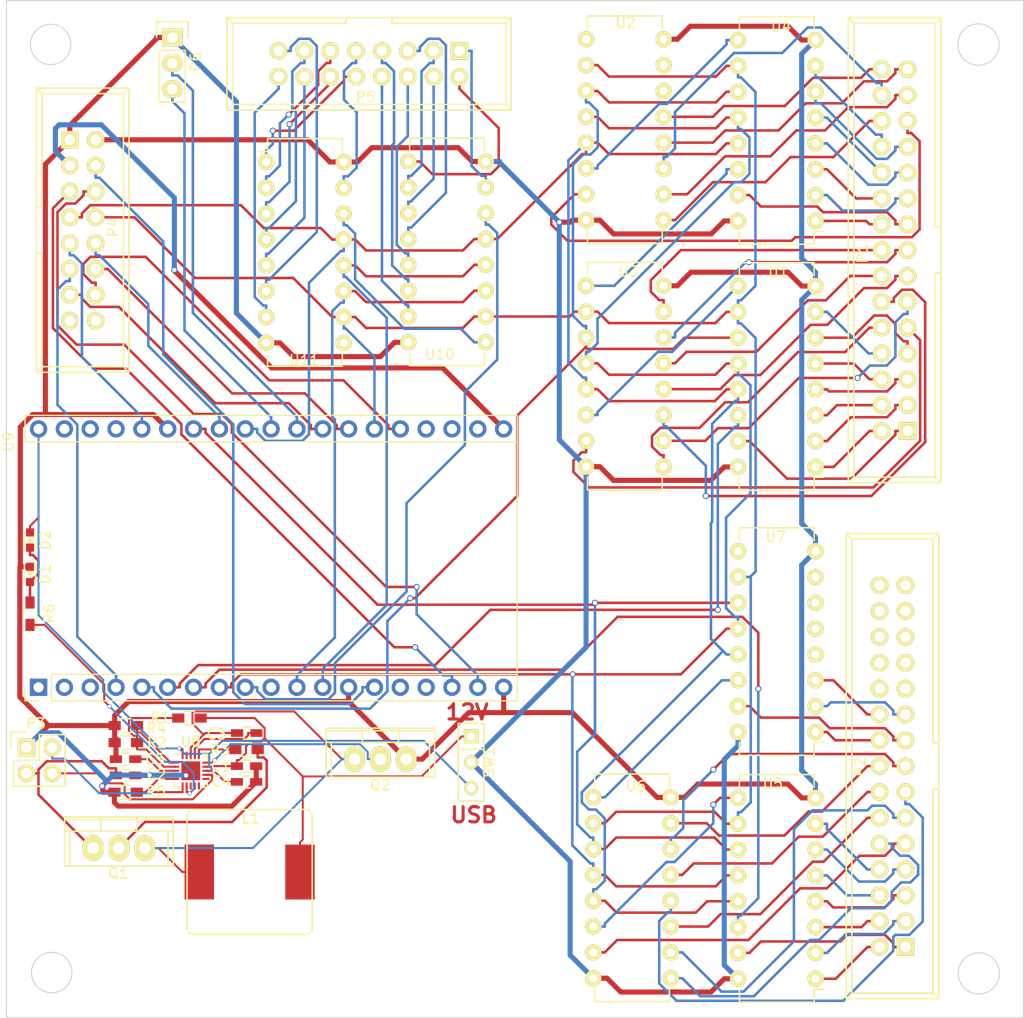
<source format=kicad_pcb>
(kicad_pcb (version 4) (host pcbnew 4.0.4-stable)
  (layers (0 F.Cu signal) (31 B.Cu signal) (34 B.Paste user) (35 F.Paste user) (36 B.SilkS user) (37 F.SilkS user) (38 B.Mask user) (39 F.Mask user) (44 Edge.Cuts user))
  (net 0 "")
  (net 1 COLOR_2)
  (net 2 COLOR_3)
  (net 3 COLOR_4)
  (net 4 COLOR_5)
  (net 5 COLOR_6)
  (net 6 COLOR_7)
  (net 7 COLOR_8)
  (net 8 GND)
  (net 9 "Net-(U1-Pad9)")
  (net 10 NOT_RESET_ALL)
  (net 11 SHIFT_MATRIX_BIG_COLOR)
  (net 12 LATCH_MATRIX_BIG)
  (net 13 NOT_ENABLE)
  (net 14 PIN_MATRIX_BIG_COLOR)
  (net 15 COLOR_1)
  (net 16 COLOR_26)
  (net 17 COLOR_27)
  (net 18 COLOR_28)
  (net 19 COLOR_29)
  (net 20 COLOR_30)
  (net 21 "Net-(U2-Pad6)")
  (net 22 "Net-(U2-Pad7)")
  (net 23 "Net-(U2-Pad9)")
  (net 24 "Net-(U2-Pad14)")
  (net 25 COLOR_25)
  (net 26 COLOR_10)
  (net 27 COLOR_11)
  (net 28 COLOR_12)
  (net 29 COLOR_13)
  (net 30 COLOR_14)
  (net 31 COLOR_15)
  (net 32 COLOR_16)
  (net 33 "Net-(U3-Pad9)")
  (net 34 COLOR_9)
  (net 35 COLOR_18)
  (net 36 COLOR_19)
  (net 37 COLOR_20)
  (net 38 COLOR_21)
  (net 39 COLOR_22)
  (net 40 COLOR_23)
  (net 41 COLOR_24)
  (net 42 COLOR_17)
  (net 43 GND_2)
  (net 44 GND_3)
  (net 45 GND_4)
  (net 46 GND_5)
  (net 47 GND_6)
  (net 48 GND_7)
  (net 49 GND_8)
  (net 50 "Net-(U5-Pad9)")
  (net 51 SHIFT_MATRIX_BIG_GND)
  (net 52 PIN_MATRIX_BIG_GND)
  (net 53 GND_1)
  (net 54 GND_10)
  (net 55 GND_11)
  (net 56 GND_12)
  (net 57 GND_13)
  (net 58 GND_14)
  (net 59 GND_15)
  (net 60 GND_16)
  (net 61 "Net-(U6-Pad9)")
  (net 62 GND_9)
  (net 63 GND_18)
  (net 64 GND_19)
  (net 65 GND_20)
  (net 66 "Net-(U7-Pad4)")
  (net 67 "Net-(U7-Pad5)")
  (net 68 "Net-(U7-Pad6)")
  (net 69 "Net-(U7-Pad7)")
  (net 70 "Net-(U7-Pad9)")
  (net 71 GND_17)
  (net 72 5V)
  (net 73 TOUCH_UP)
  (net 74 TOUCH_LEFT)
  (net 75 PIN_MUSIC_R)
  (net 76 PIN_MUSIC_L)
  (net 77 TOUCH_START)
  (net 78 TOUCH_RIGHT)
  (net 79 TOUCH_RESET)
  (net 80 3,3V)
  (net 81 TOUCH_DOWN)
  (net 82 PIN_MATRIX_SMALL)
  (net 83 SHIFT_MATRIX_SMALL)
  (net 84 LATCH_MATRIX_SMALL)
  (net 85 PIN_SIEBENSEG)
  (net 86 SHIFT_SIEBENSEG)
  (net 87 LATCH_SIEBENSEG)
  (net 88 SMALL_2)
  (net 89 SMALL_3)
  (net 90 SMALL_4)
  (net 91 SMALL_5)
  (net 92 SMALL_6)
  (net 93 SMALL_7)
  (net 94 SMALL_8)
  (net 95 SMALL_1)
  (net 96 SMALL_10)
  (net 97 SMALL_11)
  (net 98 SMALL_12)
  (net 99 SMALL_13)
  (net 100 SMALL_14)
  (net 101 SMALL_15)
  (net 102 SMALL_16)
  (net 103 "Net-(U10-Pad9)")
  (net 104 SMALL_9)
  (net 105 "Net-(P2-Pad21)")
  (net 106 "Net-(P2-Pad22)")
  (net 107 "Net-(P2-Pad23)")
  (net 108 "Net-(P2-Pad24)")
  (net 109 "Net-(P2-Pad25)")
  (net 110 "Net-(P2-Pad26)")
  (net 111 "Net-(P2-Pad27)")
  (net 112 "Net-(P2-Pad28)")
  (net 113 "Net-(P2-Pad29)")
  (net 114 "Net-(P2-Pad30)")
  (net 115 "Net-(U8-Pad4)")
  (net 116 12V)
  (net 117 "Net-(C3-Pad1)")
  (net 118 "Net-(C3-Pad2)")
  (net 119 "Net-(C5-Pad2)")
  (net 120 "Net-(D1-Pad2)")
  (net 121 "Net-(R1-Pad2)")
  (net 122 "Net-(R3-Pad1)")
  (net 123 "Net-(R4-Pad1)")
  (net 124 "Net-(R5-Pad2)")
  (net 125 "Net-(R6-Pad2)")
  (net 126 VCC)
  (net 127 "Net-(Q1-Pad2)")
  (net 128 "Net-(Q2-Pad2)")
  (net 129 12V_SMALL)
  (net 130 GND_SMALL)
  (net 131 "Net-(C1-Pad1)")
  (net 132 "Net-(P4-Pad15)")
  (net 133 "Net-(P4-Pad16)")
  (net 134 "Net-(U8-Pad8)")
  (net 135 "Net-(U8-Pad9)")
  (net 136 "Net-(U8-Pad10)")
  (net 137 "Net-(U8-Pad11)")
  (net 138 "Net-(U8-Pad19)")
  (net 139 "Net-(U9-Pad2)")
  (net 140 "Net-(U9-Pad3)")
  (net 141 "Net-(U9-Pad4)")
  (net 142 "Net-(U9-Pad16)")
  (net 143 "Net-(U11-Pad9)")
  (net 144 "Net-(U9-Pad20)")
  (net 145 "Net-(U9-Pad21)")
  (net 146 "Net-(U9-Pad22)")
  (net 147 "Net-(U9-Pad29)")
  (net 148 "Net-(U9-Pad34)")
  (net 149 "Net-(U9-Pad35)")
  (net 150 "Net-(U9-Pad17)")
  (net 151 "Net-(U9-Pad18)")
  (module Connect:IDC_Header_Straight_30pins (layer F.Cu) (at 182.397 74.168 90)
    (fp_text reference P1 (at 17.4498 -4.4196 90) (layer F.SilkS))
    (fp_text value CONN_02X15)
    (pad 1 thru_hole rect (at 0 0 90) (size 1.7272 1.7272) (drill 1.016) (layers *.Cu *.Mask F.SilkS) (net 15 COLOR_1))
    (pad 2 thru_hole oval (at 0 -2.54 90) (size 1.7272 1.7272) (drill 1.016) (layers *.Cu *.Mask F.SilkS) (net 1 COLOR_2))
    (pad 3 thru_hole oval (at 2.54 0 90) (size 1.7272 1.7272) (drill 1.016) (layers *.Cu *.Mask F.SilkS) (net 2 COLOR_3))
    (pad 4 thru_hole oval (at 2.54 -2.54 90) (size 1.7272 1.7272) (drill 1.016) (layers *.Cu *.Mask F.SilkS) (net 3 COLOR_4))
    (pad 5 thru_hole oval (at 5.08 0 90) (size 1.7272 1.7272) (drill 1.016) (layers *.Cu *.Mask F.SilkS) (net 4 COLOR_5))
    (pad 6 thru_hole oval (at 5.08 -2.54 90) (size 1.7272 1.7272) (drill 1.016) (layers *.Cu *.Mask F.SilkS) (net 5 COLOR_6))
    (pad 7 thru_hole oval (at 7.62 0 90) (size 1.7272 1.7272) (drill 1.016) (layers *.Cu *.Mask F.SilkS) (net 6 COLOR_7))
    (pad 8 thru_hole oval (at 7.62 -2.54 90) (size 1.7272 1.7272) (drill 1.016) (layers *.Cu *.Mask F.SilkS) (net 7 COLOR_8))
    (pad 9 thru_hole oval (at 10.16 0 90) (size 1.7272 1.7272) (drill 1.016) (layers *.Cu *.Mask F.SilkS) (net 34 COLOR_9))
    (pad 10 thru_hole oval (at 10.16 -2.54 90) (size 1.7272 1.7272) (drill 1.016) (layers *.Cu *.Mask F.SilkS) (net 26 COLOR_10))
    (pad 11 thru_hole oval (at 12.7 0 90) (size 1.7272 1.7272) (drill 1.016) (layers *.Cu *.Mask F.SilkS) (net 27 COLOR_11))
    (pad 12 thru_hole oval (at 12.7 -2.54 90) (size 1.7272 1.7272) (drill 1.016) (layers *.Cu *.Mask F.SilkS) (net 28 COLOR_12))
    (pad 13 thru_hole oval (at 15.24 0 90) (size 1.7272 1.7272) (drill 1.016) (layers *.Cu *.Mask F.SilkS) (net 29 COLOR_13))
    (pad 14 thru_hole oval (at 15.24 -2.54 90) (size 1.7272 1.7272) (drill 1.016) (layers *.Cu *.Mask F.SilkS) (net 30 COLOR_14))
    (pad 15 thru_hole oval (at 17.78 0 90) (size 1.7272 1.7272) (drill 1.016) (layers *.Cu *.Mask F.SilkS) (net 31 COLOR_15))
    (pad 16 thru_hole oval (at 17.78 -2.54 90) (size 1.7272 1.7272) (drill 1.016) (layers *.Cu *.Mask F.SilkS) (net 32 COLOR_16))
    (pad 17 thru_hole oval (at 20.32 0 90) (size 1.7272 1.7272) (drill 1.016) (layers *.Cu *.Mask F.SilkS) (net 42 COLOR_17))
    (pad 18 thru_hole oval (at 20.32 -2.54 90) (size 1.7272 1.7272) (drill 1.016) (layers *.Cu *.Mask F.SilkS) (net 35 COLOR_18))
    (pad 19 thru_hole oval (at 22.86 0 90) (size 1.7272 1.7272) (drill 1.016) (layers *.Cu *.Mask F.SilkS) (net 36 COLOR_19))
    (pad 20 thru_hole oval (at 22.86 -2.54 90) (size 1.7272 1.7272) (drill 1.016) (layers *.Cu *.Mask F.SilkS) (net 37 COLOR_20))
    (pad 21 thru_hole oval (at 25.4 0 90) (size 1.7272 1.7272) (drill 1.016) (layers *.Cu *.Mask F.SilkS) (net 38 COLOR_21))
    (pad 22 thru_hole oval (at 25.4 -2.54 90) (size 1.7272 1.7272) (drill 1.016) (layers *.Cu *.Mask F.SilkS) (net 39 COLOR_22))
    (pad 23 thru_hole oval (at 27.94 0 90) (size 1.7272 1.7272) (drill 1.016) (layers *.Cu *.Mask F.SilkS) (net 40 COLOR_23))
    (pad 24 thru_hole oval (at 27.94 -2.54 90) (size 1.7272 1.7272) (drill 1.016) (layers *.Cu *.Mask F.SilkS) (net 41 COLOR_24))
    (pad 25 thru_hole oval (at 30.48 0 90) (size 1.7272 1.7272) (drill 1.016) (layers *.Cu *.Mask F.SilkS) (net 25 COLOR_25))
    (pad 26 thru_hole oval (at 30.48 -2.54 90) (size 1.7272 1.7272) (drill 1.016) (layers *.Cu *.Mask F.SilkS) (net 16 COLOR_26))
    (pad 27 thru_hole oval (at 33.02 0 90) (size 1.7272 1.7272) (drill 1.016) (layers *.Cu *.Mask F.SilkS) (net 17 COLOR_27))
    (pad 28 thru_hole oval (at 33.02 -2.54 90) (size 1.7272 1.7272) (drill 1.016) (layers *.Cu *.Mask F.SilkS) (net 18 COLOR_28))
    (pad 29 thru_hole oval (at 35.56 0 90) (size 1.7272 1.7272) (drill 1.016) (layers *.Cu *.Mask F.SilkS) (net 19 COLOR_29))
    (pad 30 thru_hole oval (at 35.56 -2.54 90) (size 1.7272 1.7272) (drill 1.016) (layers *.Cu *.Mask F.SilkS) (net 20 COLOR_30))
  )
  (module Connect:IDC_Header_Straight_30pins (layer F.Cu) (at 182.194 124.892 90)
    (fp_text reference P2 (at 17.7038 -4.445 90) (layer F.SilkS))
    (fp_text value CONN_02X15)
    (pad 1 thru_hole rect (at 0 0 90) (size 1.7272 1.7272) (drill 1.016) (layers *.Cu *.Mask F.SilkS) (net 53 GND_1))
    (pad 2 thru_hole oval (at 0 -2.54 90) (size 1.7272 1.7272) (drill 1.016) (layers *.Cu *.Mask F.SilkS) (net 43 GND_2))
    (pad 3 thru_hole oval (at 2.54 0 90) (size 1.7272 1.7272) (drill 1.016) (layers *.Cu *.Mask F.SilkS) (net 44 GND_3))
    (pad 4 thru_hole oval (at 2.54 -2.54 90) (size 1.7272 1.7272) (drill 1.016) (layers *.Cu *.Mask F.SilkS) (net 45 GND_4))
    (pad 5 thru_hole oval (at 5.08 0 90) (size 1.7272 1.7272) (drill 1.016) (layers *.Cu *.Mask F.SilkS) (net 46 GND_5))
    (pad 6 thru_hole oval (at 5.08 -2.54 90) (size 1.7272 1.7272) (drill 1.016) (layers *.Cu *.Mask F.SilkS) (net 47 GND_6))
    (pad 7 thru_hole oval (at 7.62 0 90) (size 1.7272 1.7272) (drill 1.016) (layers *.Cu *.Mask F.SilkS) (net 48 GND_7))
    (pad 8 thru_hole oval (at 7.62 -2.54 90) (size 1.7272 1.7272) (drill 1.016) (layers *.Cu *.Mask F.SilkS) (net 49 GND_8))
    (pad 9 thru_hole oval (at 10.16 0 90) (size 1.7272 1.7272) (drill 1.016) (layers *.Cu *.Mask F.SilkS) (net 62 GND_9))
    (pad 10 thru_hole oval (at 10.16 -2.54 90) (size 1.7272 1.7272) (drill 1.016) (layers *.Cu *.Mask F.SilkS) (net 54 GND_10))
    (pad 11 thru_hole oval (at 12.7 0 90) (size 1.7272 1.7272) (drill 1.016) (layers *.Cu *.Mask F.SilkS) (net 55 GND_11))
    (pad 12 thru_hole oval (at 12.7 -2.54 90) (size 1.7272 1.7272) (drill 1.016) (layers *.Cu *.Mask F.SilkS) (net 56 GND_12))
    (pad 13 thru_hole oval (at 15.24 0 90) (size 1.7272 1.7272) (drill 1.016) (layers *.Cu *.Mask F.SilkS) (net 57 GND_13))
    (pad 14 thru_hole oval (at 15.24 -2.54 90) (size 1.7272 1.7272) (drill 1.016) (layers *.Cu *.Mask F.SilkS) (net 58 GND_14))
    (pad 15 thru_hole oval (at 17.78 0 90) (size 1.7272 1.7272) (drill 1.016) (layers *.Cu *.Mask F.SilkS) (net 59 GND_15))
    (pad 16 thru_hole oval (at 17.78 -2.54 90) (size 1.7272 1.7272) (drill 1.016) (layers *.Cu *.Mask F.SilkS) (net 60 GND_16))
    (pad 17 thru_hole oval (at 20.32 0 90) (size 1.7272 1.7272) (drill 1.016) (layers *.Cu *.Mask F.SilkS) (net 71 GND_17))
    (pad 18 thru_hole oval (at 20.32 -2.54 90) (size 1.7272 1.7272) (drill 1.016) (layers *.Cu *.Mask F.SilkS) (net 63 GND_18))
    (pad 19 thru_hole oval (at 22.86 0 90) (size 1.7272 1.7272) (drill 1.016) (layers *.Cu *.Mask F.SilkS) (net 64 GND_19))
    (pad 20 thru_hole oval (at 22.86 -2.54 90) (size 1.7272 1.7272) (drill 1.016) (layers *.Cu *.Mask F.SilkS) (net 65 GND_20))
    (pad 21 thru_hole oval (at 25.4 0 90) (size 1.7272 1.7272) (drill 1.016) (layers *.Cu *.Mask F.SilkS) (net 105 "Net-(P2-Pad21)"))
    (pad 22 thru_hole oval (at 25.4 -2.54 90) (size 1.7272 1.7272) (drill 1.016) (layers *.Cu *.Mask F.SilkS) (net 106 "Net-(P2-Pad22)"))
    (pad 23 thru_hole oval (at 27.94 0 90) (size 1.7272 1.7272) (drill 1.016) (layers *.Cu *.Mask F.SilkS) (net 107 "Net-(P2-Pad23)"))
    (pad 24 thru_hole oval (at 27.94 -2.54 90) (size 1.7272 1.7272) (drill 1.016) (layers *.Cu *.Mask F.SilkS) (net 108 "Net-(P2-Pad24)"))
    (pad 25 thru_hole oval (at 30.48 0 90) (size 1.7272 1.7272) (drill 1.016) (layers *.Cu *.Mask F.SilkS) (net 109 "Net-(P2-Pad25)"))
    (pad 26 thru_hole oval (at 30.48 -2.54 90) (size 1.7272 1.7272) (drill 1.016) (layers *.Cu *.Mask F.SilkS) (net 110 "Net-(P2-Pad26)"))
    (pad 27 thru_hole oval (at 33.02 0 90) (size 1.7272 1.7272) (drill 1.016) (layers *.Cu *.Mask F.SilkS) (net 111 "Net-(P2-Pad27)"))
    (pad 28 thru_hole oval (at 33.02 -2.54 90) (size 1.7272 1.7272) (drill 1.016) (layers *.Cu *.Mask F.SilkS) (net 112 "Net-(P2-Pad28)"))
    (pad 29 thru_hole oval (at 35.56 0 90) (size 1.7272 1.7272) (drill 1.016) (layers *.Cu *.Mask F.SilkS) (net 113 "Net-(P2-Pad29)"))
    (pad 30 thru_hole oval (at 35.56 -2.54 90) (size 1.7272 1.7272) (drill 1.016) (layers *.Cu *.Mask F.SilkS) (net 114 "Net-(P2-Pad30)"))
  )
  (module Connect:IDC_Header_Straight_16pins (layer F.Cu) (at 100.051 45.5422 270)
    (fp_text reference P4 (at 8.6106 -4.2672 270) (layer F.SilkS))
    (fp_text value CONN_02X08)
    (pad 1 thru_hole rect (at 0 0 270) (size 1.7272 1.7272) (drill 1.016) (layers *.Cu *.Mask F.SilkS) (net 8 GND))
    (pad 2 thru_hole oval (at 0 -2.54 270) (size 1.7272 1.7272) (drill 1.016) (layers *.Cu *.Mask F.SilkS) (net 126 VCC))
    (pad 3 thru_hole oval (at 2.54 0 270) (size 1.7272 1.7272) (drill 1.016) (layers *.Cu *.Mask F.SilkS) (net 80 3,3V))
    (pad 4 thru_hole oval (at 2.54 -2.54 270) (size 1.7272 1.7272) (drill 1.016) (layers *.Cu *.Mask F.SilkS) (net 85 PIN_SIEBENSEG))
    (pad 5 thru_hole oval (at 5.08 0 270) (size 1.7272 1.7272) (drill 1.016) (layers *.Cu *.Mask F.SilkS) (net 86 SHIFT_SIEBENSEG))
    (pad 6 thru_hole oval (at 5.08 -2.54 270) (size 1.7272 1.7272) (drill 1.016) (layers *.Cu *.Mask F.SilkS) (net 87 LATCH_SIEBENSEG))
    (pad 7 thru_hole oval (at 7.62 0 270) (size 1.7272 1.7272) (drill 1.016) (layers *.Cu *.Mask F.SilkS) (net 13 NOT_ENABLE))
    (pad 8 thru_hole oval (at 7.62 -2.54 270) (size 1.7272 1.7272) (drill 1.016) (layers *.Cu *.Mask F.SilkS) (net 10 NOT_RESET_ALL))
    (pad 9 thru_hole oval (at 10.16 0 270) (size 1.7272 1.7272) (drill 1.016) (layers *.Cu *.Mask F.SilkS) (net 73 TOUCH_UP))
    (pad 10 thru_hole oval (at 10.16 -2.54 270) (size 1.7272 1.7272) (drill 1.016) (layers *.Cu *.Mask F.SilkS) (net 74 TOUCH_LEFT))
    (pad 11 thru_hole oval (at 12.7 0 270) (size 1.7272 1.7272) (drill 1.016) (layers *.Cu *.Mask F.SilkS) (net 81 TOUCH_DOWN))
    (pad 12 thru_hole oval (at 12.7 -2.54 270) (size 1.7272 1.7272) (drill 1.016) (layers *.Cu *.Mask F.SilkS) (net 78 TOUCH_RIGHT))
    (pad 13 thru_hole oval (at 15.24 0 270) (size 1.7272 1.7272) (drill 1.016) (layers *.Cu *.Mask F.SilkS) (net 77 TOUCH_START))
    (pad 14 thru_hole oval (at 15.24 -2.54 270) (size 1.7272 1.7272) (drill 1.016) (layers *.Cu *.Mask F.SilkS) (net 79 TOUCH_RESET))
    (pad 15 thru_hole oval (at 17.78 0 270) (size 1.7272 1.7272) (drill 1.016) (layers *.Cu *.Mask F.SilkS) (net 132 "Net-(P4-Pad15)"))
    (pad 16 thru_hole oval (at 17.78 -2.54 270) (size 1.7272 1.7272) (drill 1.016) (layers *.Cu *.Mask F.SilkS) (net 133 "Net-(P4-Pad16)"))
  )
  (module Connect:IDC_Header_Straight_16pins (layer F.Cu) (at 138.354 36.8046 180)
    (fp_text reference P5 (at 9.2202 -4.5466 180) (layer F.SilkS))
    (fp_text value CONN_02X08)
    (pad 1 thru_hole rect (at 0 0 180) (size 1.7272 1.7272) (drill 1.016) (layers *.Cu *.Mask F.SilkS) (net 95 SMALL_1))
    (pad 2 thru_hole oval (at 0 -2.54 180) (size 1.7272 1.7272) (drill 1.016) (layers *.Cu *.Mask F.SilkS) (net 88 SMALL_2))
    (pad 3 thru_hole oval (at 2.54 0 180) (size 1.7272 1.7272) (drill 1.016) (layers *.Cu *.Mask F.SilkS) (net 89 SMALL_3))
    (pad 4 thru_hole oval (at 2.54 -2.54 180) (size 1.7272 1.7272) (drill 1.016) (layers *.Cu *.Mask F.SilkS) (net 90 SMALL_4))
    (pad 5 thru_hole oval (at 5.08 0 180) (size 1.7272 1.7272) (drill 1.016) (layers *.Cu *.Mask F.SilkS) (net 91 SMALL_5))
    (pad 6 thru_hole oval (at 5.08 -2.54 180) (size 1.7272 1.7272) (drill 1.016) (layers *.Cu *.Mask F.SilkS) (net 92 SMALL_6))
    (pad 7 thru_hole oval (at 7.62 0 180) (size 1.7272 1.7272) (drill 1.016) (layers *.Cu *.Mask F.SilkS) (net 93 SMALL_7))
    (pad 8 thru_hole oval (at 7.62 -2.54 180) (size 1.7272 1.7272) (drill 1.016) (layers *.Cu *.Mask F.SilkS) (net 94 SMALL_8))
    (pad 9 thru_hole oval (at 10.16 0 180) (size 1.7272 1.7272) (drill 1.016) (layers *.Cu *.Mask F.SilkS) (net 104 SMALL_9))
    (pad 10 thru_hole oval (at 10.16 -2.54 180) (size 1.7272 1.7272) (drill 1.016) (layers *.Cu *.Mask F.SilkS) (net 96 SMALL_10))
    (pad 11 thru_hole oval (at 12.7 0 180) (size 1.7272 1.7272) (drill 1.016) (layers *.Cu *.Mask F.SilkS) (net 97 SMALL_11))
    (pad 12 thru_hole oval (at 12.7 -2.54 180) (size 1.7272 1.7272) (drill 1.016) (layers *.Cu *.Mask F.SilkS) (net 98 SMALL_12))
    (pad 13 thru_hole oval (at 15.24 0 180) (size 1.7272 1.7272) (drill 1.016) (layers *.Cu *.Mask F.SilkS) (net 99 SMALL_13))
    (pad 14 thru_hole oval (at 15.24 -2.54 180) (size 1.7272 1.7272) (drill 1.016) (layers *.Cu *.Mask F.SilkS) (net 100 SMALL_14))
    (pad 15 thru_hole oval (at 17.78 0 180) (size 1.7272 1.7272) (drill 1.016) (layers *.Cu *.Mask F.SilkS) (net 101 SMALL_15))
    (pad 16 thru_hole oval (at 17.78 -2.54 180) (size 1.7272 1.7272) (drill 1.016) (layers *.Cu *.Mask F.SilkS) (net 102 SMALL_16))
  )
  (module Pin_Headers:Pin_Header_Straight_1x03 (layer F.Cu) (at 110.134 35.4838)
    (fp_text reference P6 (at 2.286 2.3876 90) (layer F.SilkS))
    (fp_text value CONN_01X03)
    (pad 1 thru_hole rect (at 0 0) (size 2.032 1.7272) (drill 1.016) (layers *.Cu *.Mask F.SilkS) (net 8 GND))
    (pad 2 thru_hole oval (at 0 2.54) (size 2.032 1.7272) (drill 1.016) (layers *.Cu *.Mask F.SilkS) (net 76 PIN_MUSIC_L))
    (pad 3 thru_hole oval (at 0 5.08) (size 2.032 1.7272) (drill 1.016) (layers *.Cu *.Mask F.SilkS) (net 75 PIN_MUSIC_R))
  )
  (module Housings_DIP:DIP-16_W7.62mm (layer F.Cu) (at 173.355 77.6986 180)
    (fp_text reference U1 (at 3.6576 19.1262 180) (layer F.SilkS))
    (fp_text value 74HC595)
    (pad 1 thru_hole oval (at 0 0 180) (size 1.6 1.6) (drill 0.8) (layers *.Cu *.Mask F.SilkS) (net 1 COLOR_2))
    (pad 2 thru_hole oval (at 0 2.54 180) (size 1.6 1.6) (drill 0.8) (layers *.Cu *.Mask F.SilkS) (net 2 COLOR_3))
    (pad 3 thru_hole oval (at 0 5.08 180) (size 1.6 1.6) (drill 0.8) (layers *.Cu *.Mask F.SilkS) (net 3 COLOR_4))
    (pad 4 thru_hole oval (at 0 7.62 180) (size 1.6 1.6) (drill 0.8) (layers *.Cu *.Mask F.SilkS) (net 4 COLOR_5))
    (pad 5 thru_hole oval (at 0 10.16 180) (size 1.6 1.6) (drill 0.8) (layers *.Cu *.Mask F.SilkS) (net 5 COLOR_6))
    (pad 6 thru_hole oval (at 0 12.7 180) (size 1.6 1.6) (drill 0.8) (layers *.Cu *.Mask F.SilkS) (net 6 COLOR_7))
    (pad 7 thru_hole oval (at 0 15.24 180) (size 1.6 1.6) (drill 0.8) (layers *.Cu *.Mask F.SilkS) (net 7 COLOR_8))
    (pad 8 thru_hole oval (at 0 17.78 180) (size 1.6 1.6) (drill 0.8) (layers *.Cu *.Mask F.SilkS) (net 8 GND))
    (pad 9 thru_hole oval (at 7.62 17.78 180) (size 1.6 1.6) (drill 0.8) (layers *.Cu *.Mask F.SilkS) (net 9 "Net-(U1-Pad9)"))
    (pad 10 thru_hole oval (at 7.62 15.24 180) (size 1.6 1.6) (drill 0.8) (layers *.Cu *.Mask F.SilkS) (net 10 NOT_RESET_ALL))
    (pad 11 thru_hole oval (at 7.62 12.7 180) (size 1.6 1.6) (drill 0.8) (layers *.Cu *.Mask F.SilkS) (net 11 SHIFT_MATRIX_BIG_COLOR))
    (pad 12 thru_hole oval (at 7.62 10.16 180) (size 1.6 1.6) (drill 0.8) (layers *.Cu *.Mask F.SilkS) (net 12 LATCH_MATRIX_BIG))
    (pad 13 thru_hole oval (at 7.62 7.62 180) (size 1.6 1.6) (drill 0.8) (layers *.Cu *.Mask F.SilkS) (net 13 NOT_ENABLE))
    (pad 14 thru_hole oval (at 7.62 5.08 180) (size 1.6 1.6) (drill 0.8) (layers *.Cu *.Mask F.SilkS) (net 14 PIN_MATRIX_BIG_COLOR))
    (pad 15 thru_hole oval (at 7.62 2.54 180) (size 1.6 1.6) (drill 0.8) (layers *.Cu *.Mask F.SilkS) (net 15 COLOR_1))
    (pad 16 thru_hole oval (at 7.62 0 180) (size 1.6 1.6) (drill 0.8) (layers *.Cu *.Mask F.SilkS) (net 126 VCC))
  )
  (module Housings_DIP:DIP-16_W7.62mm (layer F.Cu) (at 158.42 53.4416 180)
    (fp_text reference U2 (at 3.7338 19.4056 180) (layer F.SilkS))
    (fp_text value 74HC595)
    (pad 1 thru_hole oval (at 0 0 180) (size 1.6 1.6) (drill 0.8) (layers *.Cu *.Mask F.SilkS) (net 16 COLOR_26))
    (pad 2 thru_hole oval (at 0 2.54 180) (size 1.6 1.6) (drill 0.8) (layers *.Cu *.Mask F.SilkS) (net 17 COLOR_27))
    (pad 3 thru_hole oval (at 0 5.08 180) (size 1.6 1.6) (drill 0.8) (layers *.Cu *.Mask F.SilkS) (net 18 COLOR_28))
    (pad 4 thru_hole oval (at 0 7.62 180) (size 1.6 1.6) (drill 0.8) (layers *.Cu *.Mask F.SilkS) (net 19 COLOR_29))
    (pad 5 thru_hole oval (at 0 10.16 180) (size 1.6 1.6) (drill 0.8) (layers *.Cu *.Mask F.SilkS) (net 20 COLOR_30))
    (pad 6 thru_hole oval (at 0 12.7 180) (size 1.6 1.6) (drill 0.8) (layers *.Cu *.Mask F.SilkS) (net 21 "Net-(U2-Pad6)"))
    (pad 7 thru_hole oval (at 0 15.24 180) (size 1.6 1.6) (drill 0.8) (layers *.Cu *.Mask F.SilkS) (net 22 "Net-(U2-Pad7)"))
    (pad 8 thru_hole oval (at 0 17.78 180) (size 1.6 1.6) (drill 0.8) (layers *.Cu *.Mask F.SilkS) (net 8 GND))
    (pad 9 thru_hole oval (at 7.62 17.78 180) (size 1.6 1.6) (drill 0.8) (layers *.Cu *.Mask F.SilkS) (net 23 "Net-(U2-Pad9)"))
    (pad 10 thru_hole oval (at 7.62 15.24 180) (size 1.6 1.6) (drill 0.8) (layers *.Cu *.Mask F.SilkS) (net 10 NOT_RESET_ALL))
    (pad 11 thru_hole oval (at 7.62 12.7 180) (size 1.6 1.6) (drill 0.8) (layers *.Cu *.Mask F.SilkS) (net 11 SHIFT_MATRIX_BIG_COLOR))
    (pad 12 thru_hole oval (at 7.62 10.16 180) (size 1.6 1.6) (drill 0.8) (layers *.Cu *.Mask F.SilkS) (net 12 LATCH_MATRIX_BIG))
    (pad 13 thru_hole oval (at 7.62 7.62 180) (size 1.6 1.6) (drill 0.8) (layers *.Cu *.Mask F.SilkS) (net 13 NOT_ENABLE))
    (pad 14 thru_hole oval (at 7.62 5.08 180) (size 1.6 1.6) (drill 0.8) (layers *.Cu *.Mask F.SilkS) (net 24 "Net-(U2-Pad14)"))
    (pad 15 thru_hole oval (at 7.62 2.54 180) (size 1.6 1.6) (drill 0.8) (layers *.Cu *.Mask F.SilkS) (net 25 COLOR_25))
    (pad 16 thru_hole oval (at 7.62 0 180) (size 1.6 1.6) (drill 0.8) (layers *.Cu *.Mask F.SilkS) (net 126 VCC))
  )
  (module Housings_DIP:DIP-16_W7.62mm (layer F.Cu) (at 158.42 77.6732 180)
    (fp_text reference U3 (at 3.4544 19.177 180) (layer F.SilkS))
    (fp_text value 74HC595)
    (pad 1 thru_hole oval (at 0 0 180) (size 1.6 1.6) (drill 0.8) (layers *.Cu *.Mask F.SilkS) (net 26 COLOR_10))
    (pad 2 thru_hole oval (at 0 2.54 180) (size 1.6 1.6) (drill 0.8) (layers *.Cu *.Mask F.SilkS) (net 27 COLOR_11))
    (pad 3 thru_hole oval (at 0 5.08 180) (size 1.6 1.6) (drill 0.8) (layers *.Cu *.Mask F.SilkS) (net 28 COLOR_12))
    (pad 4 thru_hole oval (at 0 7.62 180) (size 1.6 1.6) (drill 0.8) (layers *.Cu *.Mask F.SilkS) (net 29 COLOR_13))
    (pad 5 thru_hole oval (at 0 10.16 180) (size 1.6 1.6) (drill 0.8) (layers *.Cu *.Mask F.SilkS) (net 30 COLOR_14))
    (pad 6 thru_hole oval (at 0 12.7 180) (size 1.6 1.6) (drill 0.8) (layers *.Cu *.Mask F.SilkS) (net 31 COLOR_15))
    (pad 7 thru_hole oval (at 0 15.24 180) (size 1.6 1.6) (drill 0.8) (layers *.Cu *.Mask F.SilkS) (net 32 COLOR_16))
    (pad 8 thru_hole oval (at 0 17.78 180) (size 1.6 1.6) (drill 0.8) (layers *.Cu *.Mask F.SilkS) (net 8 GND))
    (pad 9 thru_hole oval (at 7.62 17.78 180) (size 1.6 1.6) (drill 0.8) (layers *.Cu *.Mask F.SilkS) (net 33 "Net-(U3-Pad9)"))
    (pad 10 thru_hole oval (at 7.62 15.24 180) (size 1.6 1.6) (drill 0.8) (layers *.Cu *.Mask F.SilkS) (net 10 NOT_RESET_ALL))
    (pad 11 thru_hole oval (at 7.62 12.7 180) (size 1.6 1.6) (drill 0.8) (layers *.Cu *.Mask F.SilkS) (net 11 SHIFT_MATRIX_BIG_COLOR))
    (pad 12 thru_hole oval (at 7.62 10.16 180) (size 1.6 1.6) (drill 0.8) (layers *.Cu *.Mask F.SilkS) (net 12 LATCH_MATRIX_BIG))
    (pad 13 thru_hole oval (at 7.62 7.62 180) (size 1.6 1.6) (drill 0.8) (layers *.Cu *.Mask F.SilkS) (net 13 NOT_ENABLE))
    (pad 14 thru_hole oval (at 7.62 5.08 180) (size 1.6 1.6) (drill 0.8) (layers *.Cu *.Mask F.SilkS) (net 9 "Net-(U1-Pad9)"))
    (pad 15 thru_hole oval (at 7.62 2.54 180) (size 1.6 1.6) (drill 0.8) (layers *.Cu *.Mask F.SilkS) (net 34 COLOR_9))
    (pad 16 thru_hole oval (at 7.62 0 180) (size 1.6 1.6) (drill 0.8) (layers *.Cu *.Mask F.SilkS) (net 126 VCC))
  )
  (module Housings_DIP:DIP-16_W7.62mm (layer F.Cu) (at 173.355 53.5178 180)
    (fp_text reference U4 (at 3.3782 19.1008 180) (layer F.SilkS))
    (fp_text value 74HC595)
    (pad 1 thru_hole oval (at 0 0 180) (size 1.6 1.6) (drill 0.8) (layers *.Cu *.Mask F.SilkS) (net 35 COLOR_18))
    (pad 2 thru_hole oval (at 0 2.54 180) (size 1.6 1.6) (drill 0.8) (layers *.Cu *.Mask F.SilkS) (net 36 COLOR_19))
    (pad 3 thru_hole oval (at 0 5.08 180) (size 1.6 1.6) (drill 0.8) (layers *.Cu *.Mask F.SilkS) (net 37 COLOR_20))
    (pad 4 thru_hole oval (at 0 7.62 180) (size 1.6 1.6) (drill 0.8) (layers *.Cu *.Mask F.SilkS) (net 38 COLOR_21))
    (pad 5 thru_hole oval (at 0 10.16 180) (size 1.6 1.6) (drill 0.8) (layers *.Cu *.Mask F.SilkS) (net 39 COLOR_22))
    (pad 6 thru_hole oval (at 0 12.7 180) (size 1.6 1.6) (drill 0.8) (layers *.Cu *.Mask F.SilkS) (net 40 COLOR_23))
    (pad 7 thru_hole oval (at 0 15.24 180) (size 1.6 1.6) (drill 0.8) (layers *.Cu *.Mask F.SilkS) (net 41 COLOR_24))
    (pad 8 thru_hole oval (at 0 17.78 180) (size 1.6 1.6) (drill 0.8) (layers *.Cu *.Mask F.SilkS) (net 8 GND))
    (pad 9 thru_hole oval (at 7.62 17.78 180) (size 1.6 1.6) (drill 0.8) (layers *.Cu *.Mask F.SilkS) (net 24 "Net-(U2-Pad14)"))
    (pad 10 thru_hole oval (at 7.62 15.24 180) (size 1.6 1.6) (drill 0.8) (layers *.Cu *.Mask F.SilkS) (net 10 NOT_RESET_ALL))
    (pad 11 thru_hole oval (at 7.62 12.7 180) (size 1.6 1.6) (drill 0.8) (layers *.Cu *.Mask F.SilkS) (net 11 SHIFT_MATRIX_BIG_COLOR))
    (pad 12 thru_hole oval (at 7.62 10.16 180) (size 1.6 1.6) (drill 0.8) (layers *.Cu *.Mask F.SilkS) (net 12 LATCH_MATRIX_BIG))
    (pad 13 thru_hole oval (at 7.62 7.62 180) (size 1.6 1.6) (drill 0.8) (layers *.Cu *.Mask F.SilkS) (net 13 NOT_ENABLE))
    (pad 14 thru_hole oval (at 7.62 5.08 180) (size 1.6 1.6) (drill 0.8) (layers *.Cu *.Mask F.SilkS) (net 33 "Net-(U3-Pad9)"))
    (pad 15 thru_hole oval (at 7.62 2.54 180) (size 1.6 1.6) (drill 0.8) (layers *.Cu *.Mask F.SilkS) (net 42 COLOR_17))
    (pad 16 thru_hole oval (at 7.62 0 180) (size 1.6 1.6) (drill 0.8) (layers *.Cu *.Mask F.SilkS) (net 126 VCC))
  )
  (module Housings_DIP:DIP-16_W7.62mm (layer F.Cu) (at 173.355 128.016 180)
    (fp_text reference U5 (at 4.191 19.177 180) (layer F.SilkS))
    (fp_text value 74HC595)
    (pad 1 thru_hole oval (at 0 0 180) (size 1.6 1.6) (drill 0.8) (layers *.Cu *.Mask F.SilkS) (net 43 GND_2))
    (pad 2 thru_hole oval (at 0 2.54 180) (size 1.6 1.6) (drill 0.8) (layers *.Cu *.Mask F.SilkS) (net 44 GND_3))
    (pad 3 thru_hole oval (at 0 5.08 180) (size 1.6 1.6) (drill 0.8) (layers *.Cu *.Mask F.SilkS) (net 45 GND_4))
    (pad 4 thru_hole oval (at 0 7.62 180) (size 1.6 1.6) (drill 0.8) (layers *.Cu *.Mask F.SilkS) (net 46 GND_5))
    (pad 5 thru_hole oval (at 0 10.16 180) (size 1.6 1.6) (drill 0.8) (layers *.Cu *.Mask F.SilkS) (net 47 GND_6))
    (pad 6 thru_hole oval (at 0 12.7 180) (size 1.6 1.6) (drill 0.8) (layers *.Cu *.Mask F.SilkS) (net 48 GND_7))
    (pad 7 thru_hole oval (at 0 15.24 180) (size 1.6 1.6) (drill 0.8) (layers *.Cu *.Mask F.SilkS) (net 49 GND_8))
    (pad 8 thru_hole oval (at 0 17.78 180) (size 1.6 1.6) (drill 0.8) (layers *.Cu *.Mask F.SilkS) (net 8 GND))
    (pad 9 thru_hole oval (at 7.62 17.78 180) (size 1.6 1.6) (drill 0.8) (layers *.Cu *.Mask F.SilkS) (net 50 "Net-(U5-Pad9)"))
    (pad 10 thru_hole oval (at 7.62 15.24 180) (size 1.6 1.6) (drill 0.8) (layers *.Cu *.Mask F.SilkS) (net 10 NOT_RESET_ALL))
    (pad 11 thru_hole oval (at 7.62 12.7 180) (size 1.6 1.6) (drill 0.8) (layers *.Cu *.Mask F.SilkS) (net 51 SHIFT_MATRIX_BIG_GND))
    (pad 12 thru_hole oval (at 7.62 10.16 180) (size 1.6 1.6) (drill 0.8) (layers *.Cu *.Mask F.SilkS) (net 12 LATCH_MATRIX_BIG))
    (pad 13 thru_hole oval (at 7.62 7.62 180) (size 1.6 1.6) (drill 0.8) (layers *.Cu *.Mask F.SilkS) (net 13 NOT_ENABLE))
    (pad 14 thru_hole oval (at 7.62 5.08 180) (size 1.6 1.6) (drill 0.8) (layers *.Cu *.Mask F.SilkS) (net 52 PIN_MATRIX_BIG_GND))
    (pad 15 thru_hole oval (at 7.62 2.54 180) (size 1.6 1.6) (drill 0.8) (layers *.Cu *.Mask F.SilkS) (net 53 GND_1))
    (pad 16 thru_hole oval (at 7.62 0 180) (size 1.6 1.6) (drill 0.8) (layers *.Cu *.Mask F.SilkS) (net 126 VCC))
  )
  (module Housings_DIP:DIP-16_W7.62mm (layer F.Cu) (at 159.131 127.965 180)
    (fp_text reference U6 (at 3.429 18.8722 180) (layer F.SilkS))
    (fp_text value 74HC595)
    (pad 1 thru_hole oval (at 0 0 180) (size 1.6 1.6) (drill 0.8) (layers *.Cu *.Mask F.SilkS) (net 54 GND_10))
    (pad 2 thru_hole oval (at 0 2.54 180) (size 1.6 1.6) (drill 0.8) (layers *.Cu *.Mask F.SilkS) (net 55 GND_11))
    (pad 3 thru_hole oval (at 0 5.08 180) (size 1.6 1.6) (drill 0.8) (layers *.Cu *.Mask F.SilkS) (net 56 GND_12))
    (pad 4 thru_hole oval (at 0 7.62 180) (size 1.6 1.6) (drill 0.8) (layers *.Cu *.Mask F.SilkS) (net 57 GND_13))
    (pad 5 thru_hole oval (at 0 10.16 180) (size 1.6 1.6) (drill 0.8) (layers *.Cu *.Mask F.SilkS) (net 58 GND_14))
    (pad 6 thru_hole oval (at 0 12.7 180) (size 1.6 1.6) (drill 0.8) (layers *.Cu *.Mask F.SilkS) (net 59 GND_15))
    (pad 7 thru_hole oval (at 0 15.24 180) (size 1.6 1.6) (drill 0.8) (layers *.Cu *.Mask F.SilkS) (net 60 GND_16))
    (pad 8 thru_hole oval (at 0 17.78 180) (size 1.6 1.6) (drill 0.8) (layers *.Cu *.Mask F.SilkS) (net 8 GND))
    (pad 9 thru_hole oval (at 7.62 17.78 180) (size 1.6 1.6) (drill 0.8) (layers *.Cu *.Mask F.SilkS) (net 61 "Net-(U6-Pad9)"))
    (pad 10 thru_hole oval (at 7.62 15.24 180) (size 1.6 1.6) (drill 0.8) (layers *.Cu *.Mask F.SilkS) (net 10 NOT_RESET_ALL))
    (pad 11 thru_hole oval (at 7.62 12.7 180) (size 1.6 1.6) (drill 0.8) (layers *.Cu *.Mask F.SilkS) (net 51 SHIFT_MATRIX_BIG_GND))
    (pad 12 thru_hole oval (at 7.62 10.16 180) (size 1.6 1.6) (drill 0.8) (layers *.Cu *.Mask F.SilkS) (net 12 LATCH_MATRIX_BIG))
    (pad 13 thru_hole oval (at 7.62 7.62 180) (size 1.6 1.6) (drill 0.8) (layers *.Cu *.Mask F.SilkS) (net 13 NOT_ENABLE))
    (pad 14 thru_hole oval (at 7.62 5.08 180) (size 1.6 1.6) (drill 0.8) (layers *.Cu *.Mask F.SilkS) (net 50 "Net-(U5-Pad9)"))
    (pad 15 thru_hole oval (at 7.62 2.54 180) (size 1.6 1.6) (drill 0.8) (layers *.Cu *.Mask F.SilkS) (net 62 GND_9))
    (pad 16 thru_hole oval (at 7.62 0 180) (size 1.6 1.6) (drill 0.8) (layers *.Cu *.Mask F.SilkS) (net 126 VCC))
  )
  (module Housings_DIP:DIP-16_W7.62mm (layer F.Cu) (at 173.355 103.759 180)
    (fp_text reference U7 (at 3.9116 19.2024 180) (layer F.SilkS))
    (fp_text value 74HC595)
    (pad 1 thru_hole oval (at 0 0 180) (size 1.6 1.6) (drill 0.8) (layers *.Cu *.Mask F.SilkS) (net 63 GND_18))
    (pad 2 thru_hole oval (at 0 2.54 180) (size 1.6 1.6) (drill 0.8) (layers *.Cu *.Mask F.SilkS) (net 64 GND_19))
    (pad 3 thru_hole oval (at 0 5.08 180) (size 1.6 1.6) (drill 0.8) (layers *.Cu *.Mask F.SilkS) (net 65 GND_20))
    (pad 4 thru_hole oval (at 0 7.62 180) (size 1.6 1.6) (drill 0.8) (layers *.Cu *.Mask F.SilkS) (net 66 "Net-(U7-Pad4)"))
    (pad 5 thru_hole oval (at 0 10.16 180) (size 1.6 1.6) (drill 0.8) (layers *.Cu *.Mask F.SilkS) (net 67 "Net-(U7-Pad5)"))
    (pad 6 thru_hole oval (at 0 12.7 180) (size 1.6 1.6) (drill 0.8) (layers *.Cu *.Mask F.SilkS) (net 68 "Net-(U7-Pad6)"))
    (pad 7 thru_hole oval (at 0 15.24 180) (size 1.6 1.6) (drill 0.8) (layers *.Cu *.Mask F.SilkS) (net 69 "Net-(U7-Pad7)"))
    (pad 8 thru_hole oval (at 0 17.78 180) (size 1.6 1.6) (drill 0.8) (layers *.Cu *.Mask F.SilkS) (net 8 GND))
    (pad 9 thru_hole oval (at 7.62 17.78 180) (size 1.6 1.6) (drill 0.8) (layers *.Cu *.Mask F.SilkS) (net 70 "Net-(U7-Pad9)"))
    (pad 10 thru_hole oval (at 7.62 15.24 180) (size 1.6 1.6) (drill 0.8) (layers *.Cu *.Mask F.SilkS) (net 10 NOT_RESET_ALL))
    (pad 11 thru_hole oval (at 7.62 12.7 180) (size 1.6 1.6) (drill 0.8) (layers *.Cu *.Mask F.SilkS) (net 51 SHIFT_MATRIX_BIG_GND))
    (pad 12 thru_hole oval (at 7.62 10.16 180) (size 1.6 1.6) (drill 0.8) (layers *.Cu *.Mask F.SilkS) (net 12 LATCH_MATRIX_BIG))
    (pad 13 thru_hole oval (at 7.62 7.62 180) (size 1.6 1.6) (drill 0.8) (layers *.Cu *.Mask F.SilkS) (net 13 NOT_ENABLE))
    (pad 14 thru_hole oval (at 7.62 5.08 180) (size 1.6 1.6) (drill 0.8) (layers *.Cu *.Mask F.SilkS) (net 61 "Net-(U6-Pad9)"))
    (pad 15 thru_hole oval (at 7.62 2.54 180) (size 1.6 1.6) (drill 0.8) (layers *.Cu *.Mask F.SilkS) (net 71 GND_17))
    (pad 16 thru_hole oval (at 7.62 0 180) (size 1.6 1.6) (drill 0.8) (layers *.Cu *.Mask F.SilkS) (net 126 VCC))
  )
  (module Housings_DFN_QFN:UQFN-20-1EP_3x3mm_Pitch0.4mm (layer F.Cu) (at 111.938 107.569)
    (fp_text reference U8 (at 0 -2.875) (layer F.SilkS))
    (fp_text value TPS51275B)
    (pad 1 smd oval (at -1.5 -0.8) (size 0.75 0.2) (layers F.Cu F.Paste F.Mask) (net 123 "Net-(R4-Pad1)"))
    (pad 2 smd oval (at -1.5 -0.4) (size 0.75 0.2) (layers F.Cu F.Paste F.Mask) (net 121 "Net-(R1-Pad2)"))
    (pad 3 smd oval (at -1.5 0) (size 0.75 0.2) (layers F.Cu F.Paste F.Mask) (net 119 "Net-(C5-Pad2)"))
    (pad 4 smd oval (at -1.5 0.4) (size 0.75 0.2) (layers F.Cu F.Paste F.Mask) (net 115 "Net-(U8-Pad4)"))
    (pad 5 smd oval (at -1.5 0.8) (size 0.75 0.2) (layers F.Cu F.Paste F.Mask) (net 124 "Net-(R5-Pad2)"))
    (pad 6 smd oval (at -0.8 1.5 90) (size 0.75 0.2) (layers F.Cu F.Paste F.Mask) (net 130 GND_SMALL))
    (pad 7 smd oval (at -0.4 1.5 90) (size 0.75 0.2) (layers F.Cu F.Paste F.Mask) (net 125 "Net-(R6-Pad2)"))
    (pad 8 smd oval (at 0 1.5 90) (size 0.75 0.2) (layers F.Cu F.Paste F.Mask) (net 134 "Net-(U8-Pad8)"))
    (pad 9 smd oval (at 0.4 1.5 90) (size 0.75 0.2) (layers F.Cu F.Paste F.Mask) (net 135 "Net-(U8-Pad9)"))
    (pad 10 smd oval (at 0.8 1.5 90) (size 0.75 0.2) (layers F.Cu F.Paste F.Mask) (net 136 "Net-(U8-Pad10)"))
    (pad 11 smd oval (at 1.5 0.8) (size 0.75 0.2) (layers F.Cu F.Paste F.Mask) (net 137 "Net-(U8-Pad11)"))
    (pad 12 smd oval (at 1.5 0.4) (size 0.75 0.2) (layers F.Cu F.Paste F.Mask) (net 129 12V_SMALL))
    (pad 13 smd oval (at 1.5 0) (size 0.75 0.2) (layers F.Cu F.Paste F.Mask) (net 72 5V))
    (pad 14 smd oval (at 1.5 -0.4) (size 0.75 0.2) (layers F.Cu F.Paste F.Mask) (net 131 "Net-(C1-Pad1)"))
    (pad 15 smd oval (at 1.5 -0.8) (size 0.75 0.2) (layers F.Cu F.Paste F.Mask) (net 128 "Net-(Q2-Pad2)"))
    (pad 16 smd oval (at 0.8 -1.5 90) (size 0.75 0.2) (layers F.Cu F.Paste F.Mask) (net 122 "Net-(R3-Pad1)"))
    (pad 17 smd oval (at 0.4 -1.5 90) (size 0.75 0.2) (layers F.Cu F.Paste F.Mask) (net 117 "Net-(C3-Pad1)"))
    (pad 18 smd oval (at 0 -1.5 90) (size 0.75 0.2) (layers F.Cu F.Paste F.Mask) (net 118 "Net-(C3-Pad2)"))
    (pad 19 smd oval (at -0.4 -1.5 90) (size 0.75 0.2) (layers F.Cu F.Paste F.Mask) (net 138 "Net-(U8-Pad19)"))
    (pad 20 smd oval (at -0.8 -1.5 90) (size 0.75 0.2) (layers F.Cu F.Paste F.Mask) (net 72 5V))
    (pad 21 smd rect (at 0.4625 0.4625) (size 0.925 0.925) (layers F.Cu F.Paste F.Mask) (net 8 GND))
    (pad 21 smd rect (at 0.4625 -0.4625) (size 0.925 0.925) (layers F.Cu F.Paste F.Mask) (net 8 GND))
    (pad 21 smd rect (at -0.4625 0.4625) (size 0.925 0.925) (layers F.Cu F.Paste F.Mask) (net 8 GND))
    (pad 21 smd rect (at -0.4625 -0.4625) (size 0.925 0.925) (layers F.Cu F.Paste F.Mask) (net 8 GND))
  )
  (module ESP32:ESP32-9Pin (layer F.Cu) (at 96.9772 99.3648 90)
    (fp_text reference U9 (at 24.14 -2.94 90) (layer F.SilkS))
    (fp_text value ESP32)
    (pad 20 thru_hole rect (at 0 0 90) (size 1.7 1.7) (drill 1) (layers *.Cu *.Mask) (net 144 "Net-(U9-Pad20)"))
    (pad 1 thru_hole oval (at 25.4 0 90) (size 1.7 1.7) (drill 1) (layers *.Cu *.Mask) (net 72 5V))
    (pad 21 thru_hole oval (at 0 2.54 90) (size 1.7 1.7) (drill 1) (layers *.Cu *.Mask) (net 145 "Net-(U9-Pad21)"))
    (pad 2 thru_hole oval (at 25.4 2.54 90) (size 1.7 1.7) (drill 1) (layers *.Cu *.Mask) (net 139 "Net-(U9-Pad2)"))
    (pad 22 thru_hole oval (at 0 5.08 90) (size 1.7 1.7) (drill 1) (layers *.Cu *.Mask) (net 146 "Net-(U9-Pad22)"))
    (pad 3 thru_hole oval (at 25.4 5.08 90) (size 1.7 1.7) (drill 1) (layers *.Cu *.Mask) (net 140 "Net-(U9-Pad3)"))
    (pad 23 thru_hole oval (at 0 7.62 90) (size 1.7 1.7) (drill 1) (layers *.Cu *.Mask) (net 81 TOUCH_DOWN))
    (pad 4 thru_hole oval (at 25.4 7.62 90) (size 1.7 1.7) (drill 1) (layers *.Cu *.Mask) (net 141 "Net-(U9-Pad4)"))
    (pad 24 thru_hole oval (at 0 10.16 90) (size 1.7 1.7) (drill 1) (layers *.Cu *.Mask) (net 11 SHIFT_MATRIX_BIG_COLOR))
    (pad 5 thru_hole oval (at 25.4 10.16 90) (size 1.7 1.7) (drill 1) (layers *.Cu *.Mask) (net 73 TOUCH_UP))
    (pad 25 thru_hole oval (at 0 12.7 90) (size 1.7 1.7) (drill 1) (layers *.Cu *.Mask) (net 14 PIN_MATRIX_BIG_COLOR))
    (pad 6 thru_hole oval (at 25.4 12.7 90) (size 1.7 1.7) (drill 1) (layers *.Cu *.Mask) (net 8 GND))
    (pad 26 thru_hole oval (at 0 15.24 90) (size 1.7 1.7) (drill 1) (layers *.Cu *.Mask) (net 52 PIN_MATRIX_BIG_GND))
    (pad 7 thru_hole oval (at 25.4 15.24 90) (size 1.7 1.7) (drill 1) (layers *.Cu *.Mask) (net 51 SHIFT_MATRIX_BIG_GND))
    (pad 27 thru_hole oval (at 0 17.78 90) (size 1.7 1.7) (drill 1) (layers *.Cu *.Mask) (net 12 LATCH_MATRIX_BIG))
    (pad 8 thru_hole oval (at 25.4 17.78 90) (size 1.7 1.7) (drill 1) (layers *.Cu *.Mask) (net 74 TOUCH_LEFT))
    (pad 28 thru_hole oval (at 0 20.32 90) (size 1.7 1.7) (drill 1) (layers *.Cu *.Mask) (net 82 PIN_MATRIX_SMALL))
    (pad 9 thru_hole oval (at 25.4 20.32 90) (size 1.7 1.7) (drill 1) (layers *.Cu *.Mask) (net 13 NOT_ENABLE))
    (pad 29 thru_hole oval (at 0 22.86 90) (size 1.7 1.7) (drill 1) (layers *.Cu *.Mask) (net 147 "Net-(U9-Pad29)"))
    (pad 10 thru_hole oval (at 25.4 22.86 90) (size 1.7 1.7) (drill 1) (layers *.Cu *.Mask) (net 75 PIN_MUSIC_R))
    (pad 30 thru_hole oval (at 0 25.4 90) (size 1.7 1.7) (drill 1) (layers *.Cu *.Mask) (net 83 SHIFT_MATRIX_SMALL))
    (pad 11 thru_hole oval (at 25.4 25.4 90) (size 1.7 1.7) (drill 1) (layers *.Cu *.Mask) (net 76 PIN_MUSIC_L))
    (pad 31 thru_hole oval (at 0 27.94 90) (size 1.7 1.7) (drill 1) (layers *.Cu *.Mask) (net 84 LATCH_MATRIX_SMALL))
    (pad 12 thru_hole oval (at 25.4 27.94 90) (size 1.7 1.7) (drill 1) (layers *.Cu *.Mask) (net 77 TOUCH_START))
    (pad 32 thru_hole oval (at 0 30.48 90) (size 1.7 1.7) (drill 1) (layers *.Cu *.Mask) (net 8 GND))
    (pad 13 thru_hole oval (at 25.4 30.48 90) (size 1.7 1.7) (drill 1) (layers *.Cu *.Mask) (net 78 TOUCH_RIGHT))
    (pad 33 thru_hole oval (at 0 33.02 90) (size 1.7 1.7) (drill 1) (layers *.Cu *.Mask) (net 85 PIN_SIEBENSEG))
    (pad 14 thru_hole oval (at 25.4 33.02 90) (size 1.7 1.7) (drill 1) (layers *.Cu *.Mask) (net 10 NOT_RESET_ALL))
    (pad 34 thru_hole oval (at 0 35.56 90) (size 1.7 1.7) (drill 1) (layers *.Cu *.Mask) (net 148 "Net-(U9-Pad34)"))
    (pad 15 thru_hole oval (at 25.4 35.56 90) (size 1.7 1.7) (drill 1) (layers *.Cu *.Mask) (net 79 TOUCH_RESET))
    (pad 35 thru_hole oval (at 0 38.1 90) (size 1.7 1.7) (drill 1) (layers *.Cu *.Mask) (net 149 "Net-(U9-Pad35)"))
    (pad 16 thru_hole oval (at 25.4 38.1 90) (size 1.7 1.7) (drill 1) (layers *.Cu *.Mask) (net 142 "Net-(U9-Pad16)"))
    (pad 36 thru_hole oval (at 0 40.64 90) (size 1.7 1.7) (drill 1) (layers *.Cu *.Mask) (net 86 SHIFT_SIEBENSEG))
    (pad 17 thru_hole oval (at 25.4 40.64 90) (size 1.7 1.7) (drill 1) (layers *.Cu *.Mask) (net 150 "Net-(U9-Pad17)"))
    (pad 37 thru_hole oval (at 0 43.18 90) (size 1.7 1.7) (drill 1) (layers *.Cu *.Mask) (net 87 LATCH_SIEBENSEG))
    (pad 18 thru_hole oval (at 25.4 43.18 90) (size 1.7 1.7) (drill 1) (layers *.Cu *.Mask) (net 151 "Net-(U9-Pad18)"))
    (pad 38 thru_hole oval (at 0 45.72 90) (size 1.7 1.7) (drill 1) (layers *.Cu *.Mask) (net 8 GND))
    (pad 19 thru_hole oval (at 25.4 45.72 90) (size 1.7 1.7) (drill 1) (layers *.Cu *.Mask) (net 80 3,3V))
  )
  (module Housings_DIP:DIP-16_W7.62mm (layer F.Cu) (at 133.325 47.6758)
    (fp_text reference U10 (at 3.0988 18.9484) (layer F.SilkS))
    (fp_text value 74HC595)
    (pad 1 thru_hole oval (at 0 0) (size 1.6 1.6) (drill 0.8) (layers *.Cu *.Mask F.SilkS) (net 88 SMALL_2))
    (pad 2 thru_hole oval (at 0 2.54) (size 1.6 1.6) (drill 0.8) (layers *.Cu *.Mask F.SilkS) (net 89 SMALL_3))
    (pad 3 thru_hole oval (at 0 5.08) (size 1.6 1.6) (drill 0.8) (layers *.Cu *.Mask F.SilkS) (net 90 SMALL_4))
    (pad 4 thru_hole oval (at 0 7.62) (size 1.6 1.6) (drill 0.8) (layers *.Cu *.Mask F.SilkS) (net 91 SMALL_5))
    (pad 5 thru_hole oval (at 0 10.16) (size 1.6 1.6) (drill 0.8) (layers *.Cu *.Mask F.SilkS) (net 92 SMALL_6))
    (pad 6 thru_hole oval (at 0 12.7) (size 1.6 1.6) (drill 0.8) (layers *.Cu *.Mask F.SilkS) (net 93 SMALL_7))
    (pad 7 thru_hole oval (at 0 15.24) (size 1.6 1.6) (drill 0.8) (layers *.Cu *.Mask F.SilkS) (net 94 SMALL_8))
    (pad 8 thru_hole oval (at 0 17.78) (size 1.6 1.6) (drill 0.8) (layers *.Cu *.Mask F.SilkS) (net 8 GND))
    (pad 9 thru_hole oval (at 7.62 17.78) (size 1.6 1.6) (drill 0.8) (layers *.Cu *.Mask F.SilkS) (net 103 "Net-(U10-Pad9)"))
    (pad 10 thru_hole oval (at 7.62 15.24) (size 1.6 1.6) (drill 0.8) (layers *.Cu *.Mask F.SilkS) (net 10 NOT_RESET_ALL))
    (pad 11 thru_hole oval (at 7.62 12.7) (size 1.6 1.6) (drill 0.8) (layers *.Cu *.Mask F.SilkS) (net 83 SHIFT_MATRIX_SMALL))
    (pad 12 thru_hole oval (at 7.62 10.16) (size 1.6 1.6) (drill 0.8) (layers *.Cu *.Mask F.SilkS) (net 84 LATCH_MATRIX_SMALL))
    (pad 13 thru_hole oval (at 7.62 7.62) (size 1.6 1.6) (drill 0.8) (layers *.Cu *.Mask F.SilkS) (net 13 NOT_ENABLE))
    (pad 14 thru_hole oval (at 7.62 5.08) (size 1.6 1.6) (drill 0.8) (layers *.Cu *.Mask F.SilkS) (net 82 PIN_MATRIX_SMALL))
    (pad 15 thru_hole oval (at 7.62 2.54) (size 1.6 1.6) (drill 0.8) (layers *.Cu *.Mask F.SilkS) (net 95 SMALL_1))
    (pad 16 thru_hole oval (at 7.62 0) (size 1.6 1.6) (drill 0.8) (layers *.Cu *.Mask F.SilkS) (net 126 VCC))
  )
  (module Housings_DIP:DIP-16_W7.62mm (layer F.Cu) (at 119.355 47.7266)
    (fp_text reference U11 (at 3.7338 19.4818) (layer F.SilkS))
    (fp_text value 74HC595)
    (pad 1 thru_hole oval (at 0 0) (size 1.6 1.6) (drill 0.8) (layers *.Cu *.Mask F.SilkS) (net 96 SMALL_10))
    (pad 2 thru_hole oval (at 0 2.54) (size 1.6 1.6) (drill 0.8) (layers *.Cu *.Mask F.SilkS) (net 97 SMALL_11))
    (pad 3 thru_hole oval (at 0 5.08) (size 1.6 1.6) (drill 0.8) (layers *.Cu *.Mask F.SilkS) (net 98 SMALL_12))
    (pad 4 thru_hole oval (at 0 7.62) (size 1.6 1.6) (drill 0.8) (layers *.Cu *.Mask F.SilkS) (net 99 SMALL_13))
    (pad 5 thru_hole oval (at 0 10.16) (size 1.6 1.6) (drill 0.8) (layers *.Cu *.Mask F.SilkS) (net 100 SMALL_14))
    (pad 6 thru_hole oval (at 0 12.7) (size 1.6 1.6) (drill 0.8) (layers *.Cu *.Mask F.SilkS) (net 101 SMALL_15))
    (pad 7 thru_hole oval (at 0 15.24) (size 1.6 1.6) (drill 0.8) (layers *.Cu *.Mask F.SilkS) (net 102 SMALL_16))
    (pad 8 thru_hole oval (at 0 17.78) (size 1.6 1.6) (drill 0.8) (layers *.Cu *.Mask F.SilkS) (net 8 GND))
    (pad 9 thru_hole oval (at 7.62 17.78) (size 1.6 1.6) (drill 0.8) (layers *.Cu *.Mask F.SilkS) (net 143 "Net-(U11-Pad9)"))
    (pad 10 thru_hole oval (at 7.62 15.24) (size 1.6 1.6) (drill 0.8) (layers *.Cu *.Mask F.SilkS) (net 10 NOT_RESET_ALL))
    (pad 11 thru_hole oval (at 7.62 12.7) (size 1.6 1.6) (drill 0.8) (layers *.Cu *.Mask F.SilkS) (net 83 SHIFT_MATRIX_SMALL))
    (pad 12 thru_hole oval (at 7.62 10.16) (size 1.6 1.6) (drill 0.8) (layers *.Cu *.Mask F.SilkS) (net 84 LATCH_MATRIX_SMALL))
    (pad 13 thru_hole oval (at 7.62 7.62) (size 1.6 1.6) (drill 0.8) (layers *.Cu *.Mask F.SilkS) (net 13 NOT_ENABLE))
    (pad 14 thru_hole oval (at 7.62 5.08) (size 1.6 1.6) (drill 0.8) (layers *.Cu *.Mask F.SilkS) (net 103 "Net-(U10-Pad9)"))
    (pad 15 thru_hole oval (at 7.62 2.54) (size 1.6 1.6) (drill 0.8) (layers *.Cu *.Mask F.SilkS) (net 104 SMALL_9))
    (pad 16 thru_hole oval (at 7.62 0) (size 1.6 1.6) (drill 0.8) (layers *.Cu *.Mask F.SilkS) (net 126 VCC))
  )
  (module Capacitors_SMD:C_0603_HandSoldering (layer F.Cu) (at 117.424 107.112)
    (fp_text reference C1 (at -2.54 0.0254) (layer F.SilkS))
    (fp_text value 21,9mF)
    (pad 1 smd rect (at -0.95 0) (size 1.2 0.75) (layers F.Cu F.Paste F.Mask) (net 131 "Net-(C1-Pad1)"))
    (pad 2 smd rect (at 0.95 0) (size 1.2 0.75) (layers F.Cu F.Paste F.Mask) (net 8 GND))
  )
  (module Capacitors_SMD:C_0603_HandSoldering (layer F.Cu) (at 105.537 108.026)
    (fp_text reference C2 (at 3.0226 -0.0762) (layer F.SilkS))
    (fp_text value 10µF)
    (pad 1 smd rect (at -0.95 0) (size 1.2 0.75) (layers F.Cu F.Paste F.Mask) (net 116 12V))
    (pad 2 smd rect (at 0.95 0) (size 1.2 0.75) (layers F.Cu F.Paste F.Mask) (net 8 GND))
  )
  (module Capacitors_SMD:C_0603_HandSoldering (layer F.Cu) (at 117.45 103.861 180)
    (fp_text reference C3 (at 2.9718 -0.127 180) (layer F.SilkS))
    (fp_text value 0,1µF)
    (pad 1 smd rect (at -0.95 0 180) (size 1.2 0.75) (layers F.Cu F.Paste F.Mask) (net 117 "Net-(C3-Pad1)"))
    (pad 2 smd rect (at 0.95 0 180) (size 1.2 0.75) (layers F.Cu F.Paste F.Mask) (net 118 "Net-(C3-Pad2)"))
  )
  (module Capacitors_SMD:C_0603_HandSoldering (layer F.Cu) (at 117.424 108.661 180)
    (fp_text reference C4 (at 2.4892 0.0508 180) (layer F.SilkS))
    (fp_text value 1µF)
    (pad 1 smd rect (at -0.95 0 180) (size 1.2 0.75) (layers F.Cu F.Paste F.Mask) (net 8 GND))
    (pad 2 smd rect (at 0.95 0 180) (size 1.2 0.75) (layers F.Cu F.Paste F.Mask) (net 72 5V))
  )
  (module Capacitors_SMD:C_0603_HandSoldering (layer F.Cu) (at 105.537 106.426)
    (fp_text reference C5 (at 2.8956 0) (layer F.SilkS))
    (fp_text value 1µF)
    (pad 1 smd rect (at -0.95 0) (size 1.2 0.75) (layers F.Cu F.Paste F.Mask) (net 8 GND))
    (pad 2 smd rect (at 0.95 0) (size 1.2 0.75) (layers F.Cu F.Paste F.Mask) (net 119 "Net-(C5-Pad2)"))
  )
  (module Inductors:SMDRI127 (layer F.Cu) (at 117.729 117.526 90)
    (fp_text reference L1 (at 5.2832 0.0762 180) (layer F.SilkS))
    (fp_text value 7,3µH)
    (pad 1 smd rect (at 0.01 -4.95 90) (size 5.4 2.9) (layers F.Cu F.Paste F.Mask) (net 118 "Net-(C3-Pad2)"))
    (pad 2 smd rect (at 0 4.95 90) (size 5.4 2.9) (layers F.Cu F.Paste F.Mask) (net 131 "Net-(C1-Pad1)"))
  )
  (module Power_Integrations:TO-220 (layer F.Cu) (at 104.877 115.164)
    (fp_text reference Q1 (at -0.0762 2.4892) (layer F.SilkS))
    (fp_text value BUZ11)
    (pad 2 thru_hole oval (at 0 0) (size 2.032 2.54) (drill 1.143) (layers *.Cu *.Mask F.SilkS) (net 127 "Net-(Q1-Pad2)"))
    (pad 3 thru_hole oval (at 2.54 0) (size 2.032 2.54) (drill 1.143) (layers *.Cu *.Mask F.SilkS) (net 118 "Net-(C3-Pad2)"))
    (pad 1 thru_hole oval (at -2.54 0) (size 2.032 2.54) (drill 1.143) (layers *.Cu *.Mask F.SilkS) (net 116 12V))
  )
  (module Power_Integrations:TO-220 (layer F.Cu) (at 130.581 106.426)
    (fp_text reference Q2 (at -0.0254 2.5654) (layer F.SilkS))
    (fp_text value BUZ11)
    (pad 2 thru_hole oval (at 0 0) (size 2.032 2.54) (drill 1.143) (layers *.Cu *.Mask F.SilkS) (net 128 "Net-(Q2-Pad2)"))
    (pad 3 thru_hole oval (at 2.54 0) (size 2.032 2.54) (drill 1.143) (layers *.Cu *.Mask F.SilkS) (net 8 GND))
    (pad 1 thru_hole oval (at -2.54 0) (size 2.032 2.54) (drill 1.143) (layers *.Cu *.Mask F.SilkS) (net 118 "Net-(C3-Pad2)"))
  )
  (module Resistors_SMD:R_0603_HandSoldering (layer F.Cu) (at 111.811 102.387 180)
    (fp_text reference R1 (at 2.8702 0.0254 180) (layer F.SilkS))
    (fp_text value 15kR)
    (pad 1 smd rect (at -1.1 0 180) (size 1.2 0.9) (layers F.Cu F.Paste F.Mask) (net 131 "Net-(C1-Pad1)"))
    (pad 2 smd rect (at 1.1 0 180) (size 1.2 0.9) (layers F.Cu F.Paste F.Mask) (net 121 "Net-(R1-Pad2)"))
  )
  (module Resistors_SMD:R_0603_HandSoldering (layer F.Cu) (at 105.562 104.8 180)
    (fp_text reference R2 (at -3.048 -0.0254 180) (layer F.SilkS))
    (fp_text value 10kR)
    (pad 1 smd rect (at -1.1 0 180) (size 1.2 0.9) (layers F.Cu F.Paste F.Mask) (net 121 "Net-(R1-Pad2)"))
    (pad 2 smd rect (at 1.1 0 180) (size 1.2 0.9) (layers F.Cu F.Paste F.Mask) (net 8 GND))
  )
  (module Resistors_SMD:R_0603_HandSoldering (layer F.Cu) (at 117.424 105.486)
    (fp_text reference R3 (at -2.6162 0.0762) (layer F.SilkS))
    (fp_text value 6,8R)
    (pad 1 smd rect (at -1.1 0) (size 1.2 0.9) (layers F.Cu F.Paste F.Mask) (net 122 "Net-(R3-Pad1)"))
    (pad 2 smd rect (at 1.1 0) (size 1.2 0.9) (layers F.Cu F.Paste F.Mask) (net 127 "Net-(Q1-Pad2)"))
  )
  (module Resistors_SMD:R_0603_HandSoldering (layer F.Cu) (at 105.562 103.124 180)
    (fp_text reference R4 (at -2.9718 -0.3048 180) (layer F.SilkS))
    (fp_text value 30,9kR)
    (pad 1 smd rect (at -1.1 0 180) (size 1.2 0.9) (layers F.Cu F.Paste F.Mask) (net 123 "Net-(R4-Pad1)"))
    (pad 2 smd rect (at 1.1 0 180) (size 1.2 0.9) (layers F.Cu F.Paste F.Mask) (net 8 GND))
  )
  (module Resistors_SMD:R_0603_HandSoldering (layer F.Cu) (at 105.537 109.677)
    (fp_text reference R5 (at 2.9972 -0.0508) (layer F.SilkS))
    (fp_text value 33,2kR)
    (pad 1 smd rect (at -1.1 0) (size 1.2 0.9) (layers F.Cu F.Paste F.Mask) (net 8 GND))
    (pad 2 smd rect (at 1.1 0) (size 1.2 0.9) (layers F.Cu F.Paste F.Mask) (net 124 "Net-(R5-Pad2)"))
  )
  (module Resistors_SMD:R_0603_HandSoldering (layer F.Cu) (at 96.139 92.1258 270)
    (fp_text reference R6 (at 0 -1.9 270) (layer F.SilkS))
    (fp_text value 220R)
    (pad 1 smd rect (at -1.1 0 270) (size 1.2 0.9) (layers F.Cu F.Paste F.Mask) (net 120 "Net-(D1-Pad2)"))
    (pad 2 smd rect (at 1.1 0 270) (size 1.2 0.9) (layers F.Cu F.Paste F.Mask) (net 125 "Net-(R6-Pad2)"))
  )
  (module Buttons_Switches_ThroughHole:SW_Micro_SPST (layer F.Cu) (at 139.497 106.731 270)
    (fp_text reference SW1 (at 0 -1.778 270) (layer F.SilkS))
    (fp_text value SWITCH_INV)
    (pad 1 thru_hole rect (at -2.54 0 270) (size 1.397 1.397) (drill 0.8128) (layers *.Cu *.Mask F.SilkS) (net 131 "Net-(C1-Pad1)"))
    (pad 2 thru_hole circle (at 0 0 270) (size 1.397 1.397) (drill 0.8128) (layers *.Cu *.Mask F.SilkS) (net 126 VCC))
    (pad 3 thru_hole circle (at 2.54 0 270) (size 1.397 1.397) (drill 0.8128) (layers *.Cu *.Mask F.SilkS) (net 72 5V))
  )
  (module LEDs:LED_0603 (layer F.Cu) (at 96.139 88.265 270)
    (fp_text reference D1 (at 0 -1.5 270) (layer F.SilkS))
    (fp_text value LED)
    (pad 2 smd rect (at 0.7493 0 90) (size 0.79756 0.79756) (layers F.Cu F.Paste F.Mask) (net 120 "Net-(D1-Pad2)"))
    (pad 1 smd rect (at -0.7493 0 90) (size 0.79756 0.79756) (layers F.Cu F.Paste F.Mask) (net 8 GND))
  )
  (module LEDs:LED_0603 (layer F.Cu) (at 96.139 84.8868 90)
    (fp_text reference D2 (at -0.0254 1.524 90) (layer F.SilkS))
    (fp_text value LED)
    (pad 2 smd rect (at 0.7493 0 270) (size 0.79756 0.79756) (layers F.Cu F.Paste F.Mask) (net 72 5V))
    (pad 1 smd rect (at -0.7493 0 270) (size 0.79756 0.79756) (layers F.Cu F.Paste F.Mask) (net 120 "Net-(D1-Pad2)"))
  )
  (module Pin_Headers:Pin_Header_Straight_2x02 (layer F.Cu) (at 95.7834 105.283)
    (fp_text reference P3 (at 0.9398 -2.3622) (layer F.SilkS))
    (fp_text value CONN_02X02)
    (pad 1 thru_hole rect (at 0 0) (size 1.7272 1.7272) (drill 1.016) (layers *.Cu *.Mask F.SilkS) (net 8 GND))
    (pad 2 thru_hole oval (at 2.54 0) (size 1.7272 1.7272) (drill 1.016) (layers *.Cu *.Mask F.SilkS) (net 130 GND_SMALL))
    (pad 3 thru_hole oval (at 0 2.54) (size 1.7272 1.7272) (drill 1.016) (layers *.Cu *.Mask F.SilkS) (net 116 12V))
    (pad 4 thru_hole oval (at 2.54 2.54) (size 1.7272 1.7272) (drill 1.016) (layers *.Cu *.Mask F.SilkS) (net 129 12V_SMALL))
  )
  (gr_circle (center 98.2726 127.4064) (end 99.8474 126.1872) (layer Edge.Cuts) (width 0.1))
  (gr_circle (center 189.4078 127.4826) (end 189.8142 125.5014) (layer Edge.Cuts) (width 0.1))
  (gr_circle (center 189.3697 36.1823) (end 190.2841 34.3662) (layer Edge.Cuts) (width 0.1))
  (gr_circle (center 98.171 36.1696) (end 99.4156 34.6202) (layer Edge.Cuts) (width 0.1))
  (gr_text 12V (at 139.1158 101.8032) (layer F.Cu) (effects (font (size 1.5 1.5) (thickness 0.3))))
  (gr_text USB (at 139.7508 111.9124) (layer F.Cu) (effects (font (size 1.5 1.5) (thickness 0.3))))
  (gr_line (start 93.8276 31.8516) (end 93.8276 131.826) (angle 90) (layer Edge.Cuts) (width 0.1))
  (gr_line (start 193.802 31.8516) (end 193.802 131.826) (angle 90) (layer Edge.Cuts) (width 0.1))
  (gr_line (start 193.802 131.826) (end 93.8276 131.826) (angle 90) (layer Edge.Cuts) (width 0.1))
  (gr_line (start 193.802 31.8516) (end 93.8276 31.8516) (angle 90) (layer Edge.Cuts) (width 0.1))
  (segment (start 175.1375 77.6986) (end 178.6681 74.168) (width 0.25) (layer F.Cu) (net 1))
  (segment (start 173.355 77.6986) (end 175.1375 77.6986) (width 0.25) (layer F.Cu) (net 1))
  (segment (start 179.857 74.168) (end 178.6681 74.168) (width 0.25) (layer F.Cu) (net 1))
  (segment (start 176.822 72.8169) (end 174.4803 75.1586) (width 0.25) (layer F.Cu) (net 2))
  (segment (start 180.3908 72.8169) (end 176.822 72.8169) (width 0.25) (layer F.Cu) (net 2))
  (segment (start 181.2081 71.9996) (end 180.3908 72.8169) (width 0.25) (layer F.Cu) (net 2))
  (segment (start 181.2081 71.628) (end 181.2081 71.9996) (width 0.25) (layer F.Cu) (net 2))
  (segment (start 182.397 71.628) (end 181.2081 71.628) (width 0.25) (layer F.Cu) (net 2))
  (segment (start 173.355 75.1586) (end 174.4803 75.1586) (width 0.25) (layer F.Cu) (net 2))
  (segment (start 175.4709 71.628) (end 179.857 71.628) (width 0.25) (layer F.Cu) (net 3))
  (segment (start 174.4803 72.6186) (end 175.4709 71.628) (width 0.25) (layer F.Cu) (net 3))
  (segment (start 173.355 72.6186) (end 174.4803 72.6186) (width 0.25) (layer F.Cu) (net 3))
  (segment (start 181.2081 69.4596) (end 181.2081 69.088) (width 0.25) (layer F.Cu) (net 4))
  (segment (start 180.3908 70.2769) (end 181.2081 69.4596) (width 0.25) (layer F.Cu) (net 4))
  (segment (start 174.6786 70.2769) (end 180.3908 70.2769) (width 0.25) (layer F.Cu) (net 4))
  (segment (start 174.4803 70.0786) (end 174.6786 70.2769) (width 0.25) (layer F.Cu) (net 4))
  (segment (start 173.355 70.0786) (end 174.4803 70.0786) (width 0.25) (layer F.Cu) (net 4))
  (segment (start 182.397 69.088) (end 181.2081 69.088) (width 0.25) (layer F.Cu) (net 4))
  (segment (start 177.1187 67.5386) (end 178.6681 69.088) (width 0.25) (layer F.Cu) (net 5))
  (segment (start 173.355 67.5386) (end 177.1187 67.5386) (width 0.25) (layer F.Cu) (net 5))
  (segment (start 179.857 69.088) (end 178.6681 69.088) (width 0.25) (layer F.Cu) (net 5))
  (segment (start 182.0254 65.3591) (end 182.397 65.3591) (width 0.25) (layer F.Cu) (net 6))
  (segment (start 181.2081 64.5418) (end 182.0254 65.3591) (width 0.25) (layer F.Cu) (net 6))
  (segment (start 181.2081 63.6558) (end 181.2081 64.5418) (width 0.25) (layer F.Cu) (net 6))
  (segment (start 180.3713 62.819) (end 181.2081 63.6558) (width 0.25) (layer F.Cu) (net 6))
  (segment (start 179.1186 62.819) (end 180.3713 62.819) (width 0.25) (layer F.Cu) (net 6))
  (segment (start 176.939 64.9986) (end 179.1186 62.819) (width 0.25) (layer F.Cu) (net 6))
  (segment (start 173.355 64.9986) (end 176.939 64.9986) (width 0.25) (layer F.Cu) (net 6))
  (segment (start 182.397 66.548) (end 182.397 65.3591) (width 0.25) (layer F.Cu) (net 6))
  (segment (start 178.5697 66.548) (end 179.857 66.548) (width 0.25) (layer B.Cu) (net 7))
  (segment (start 174.4803 62.4586) (end 178.5697 66.548) (width 0.25) (layer B.Cu) (net 7))
  (segment (start 173.355 62.4586) (end 174.4803 62.4586) (width 0.25) (layer B.Cu) (net 7))
  (via (at 111.475 108.032) (size 0.6) (layers F.Cu B.Cu) (net 8))
  (via (at 107.899 108.001) (size 0.6) (layers F.Cu B.Cu) (net 8))
  (via (at 103.2261 109.0754) (size 0.6) (layers F.Cu B.Cu) (net 8))
  (segment (start 107.874 108.026) (end 106.487 108.026) (width 0.5) (layer F.Cu) (net 8))
  (segment (start 107.899 108.001) (end 107.874 108.026) (width 0.5) (layer F.Cu) (net 8))
  (segment (start 104.462 104.8) (end 104.462 104.2998) (width 0.5) (layer F.Cu) (net 8))
  (segment (start 104.462 104.2998) (end 104.462 103.7997) (width 0.5) (layer F.Cu) (net 8))
  (segment (start 104.587 104.4248) (end 104.587 106.426) (width 0.5) (layer F.Cu) (net 8))
  (segment (start 104.462 104.2998) (end 104.587 104.4248) (width 0.5) (layer F.Cu) (net 8))
  (segment (start 104.462 103.124) (end 104.462 103.7997) (width 0.5) (layer F.Cu) (net 8))
  (segment (start 118.374 108.661) (end 118.374 107.112) (width 0.5) (layer F.Cu) (net 8))
  (segment (start 111.938 107.1065) (end 111.938 108.0315) (width 0.5) (layer F.Cu) (net 8))
  (segment (start 111.4755 108.0315) (end 111.938 108.0315) (width 0.5) (layer F.Cu) (net 8))
  (segment (start 111.938 108.0315) (end 112.4005 108.0315) (width 0.5) (layer F.Cu) (net 8))
  (segment (start 111.4755 107.1065) (end 111.938 107.1065) (width 0.5) (layer F.Cu) (net 8))
  (segment (start 111.938 107.1065) (end 112.4005 107.1065) (width 0.5) (layer F.Cu) (net 8))
  (segment (start 104.462 103.124) (end 104.462 102.1237) (width 0.5) (layer F.Cu) (net 8))
  (segment (start 158.42 59.8932) (end 159.7703 59.8932) (width 0.5) (layer F.Cu) (net 8))
  (segment (start 173.355 59.9186) (end 172.0047 59.9186) (width 0.5) (layer F.Cu) (net 8))
  (segment (start 130.5724 66.8581) (end 131.9747 65.4558) (width 0.5) (layer F.Cu) (net 8))
  (segment (start 122.0568 66.8581) (end 130.5724 66.8581) (width 0.5) (layer F.Cu) (net 8))
  (segment (start 120.7053 65.5066) (end 122.0568 66.8581) (width 0.5) (layer F.Cu) (net 8))
  (segment (start 119.355 65.5066) (end 120.7053 65.5066) (width 0.5) (layer F.Cu) (net 8))
  (segment (start 133.325 65.4558) (end 131.9747 65.4558) (width 0.5) (layer F.Cu) (net 8))
  (segment (start 108.5677 35.6116) (end 100.051 44.1283) (width 0.5) (layer F.Cu) (net 8))
  (segment (start 108.5677 35.4838) (end 108.5677 35.6116) (width 0.5) (layer F.Cu) (net 8))
  (segment (start 110.134 35.4838) (end 108.5677 35.4838) (width 0.5) (layer F.Cu) (net 8))
  (segment (start 100.051 45.5422) (end 100.051 44.1283) (width 0.5) (layer F.Cu) (net 8))
  (segment (start 170.6474 58.5613) (end 172.0047 59.9186) (width 0.5) (layer F.Cu) (net 8))
  (segment (start 161.1022 58.5613) (end 170.6474 58.5613) (width 0.5) (layer F.Cu) (net 8))
  (segment (start 159.7703 59.8932) (end 161.1022 58.5613) (width 0.5) (layer F.Cu) (net 8))
  (segment (start 161.7944 108.8719) (end 160.4813 110.185) (width 0.5) (layer F.Cu) (net 8))
  (segment (start 170.6406 108.8719) (end 161.7944 108.8719) (width 0.5) (layer F.Cu) (net 8))
  (segment (start 172.0047 110.236) (end 170.6406 108.8719) (width 0.5) (layer F.Cu) (net 8))
  (segment (start 173.355 110.236) (end 172.0047 110.236) (width 0.5) (layer F.Cu) (net 8))
  (segment (start 159.131 110.185) (end 160.4813 110.185) (width 0.5) (layer F.Cu) (net 8))
  (segment (start 116.4275 62.5791) (end 119.355 65.5066) (width 0.5) (layer B.Cu) (net 8))
  (segment (start 116.4275 41.7773) (end 116.4275 62.5791) (width 0.5) (layer B.Cu) (net 8))
  (segment (start 110.134 35.4838) (end 116.4275 41.7773) (width 0.5) (layer B.Cu) (net 8))
  (segment (start 133.121 106.426) (end 134.6873 106.426) (width 0.5) (layer F.Cu) (net 8))
  (segment (start 159.131 110.185) (end 157.7807 110.185) (width 0.5) (layer F.Cu) (net 8))
  (segment (start 142.6972 99.3648) (end 142.6972 100.7651) (width 0.5) (layer F.Cu) (net 8))
  (segment (start 142.6972 101.8537) (end 142.6972 100.7651) (width 0.5) (layer F.Cu) (net 8))
  (segment (start 139.2596 101.8537) (end 142.6972 101.8537) (width 0.5) (layer F.Cu) (net 8))
  (segment (start 134.6873 106.426) (end 139.2596 101.8537) (width 0.5) (layer F.Cu) (net 8))
  (segment (start 149.4494 101.8537) (end 157.7807 110.185) (width 0.5) (layer F.Cu) (net 8))
  (segment (start 142.6972 101.8537) (end 149.4494 101.8537) (width 0.5) (layer F.Cu) (net 8))
  (segment (start 96.139 87.5157) (end 95.1899 87.5157) (width 0.5) (layer F.Cu) (net 8))
  (segment (start 97.652 47.9412) (end 100.051 45.5422) (width 0.5) (layer F.Cu) (net 8))
  (segment (start 97.652 72.5458) (end 97.652 47.9412) (width 0.5) (layer F.Cu) (net 8))
  (segment (start 108.2582 72.5458) (end 109.6772 73.9648) (width 0.5) (layer F.Cu) (net 8))
  (segment (start 97.652 72.5458) (end 108.2582 72.5458) (width 0.5) (layer F.Cu) (net 8))
  (segment (start 127.4572 99.3648) (end 127.4572 100.7651) (width 0.5) (layer F.Cu) (net 8))
  (segment (start 127.4572 100.7651) (end 127.4572 100.7652) (width 0.5) (layer F.Cu) (net 8))
  (segment (start 105.8205 100.7652) (end 127.4572 100.7652) (width 0.5) (layer F.Cu) (net 8))
  (segment (start 104.462 102.1237) (end 105.8205 100.7652) (width 0.5) (layer F.Cu) (net 8))
  (segment (start 127.4602 100.7652) (end 133.121 106.426) (width 0.5) (layer F.Cu) (net 8))
  (segment (start 127.4572 100.7652) (end 127.4602 100.7652) (width 0.5) (layer F.Cu) (net 8))
  (segment (start 161.0488 34.3831) (end 159.7703 35.6616) (width 0.5) (layer F.Cu) (net 8))
  (segment (start 170.65 34.3831) (end 161.0488 34.3831) (width 0.5) (layer F.Cu) (net 8))
  (segment (start 172.0047 35.7378) (end 170.65 34.3831) (width 0.5) (layer F.Cu) (net 8))
  (segment (start 173.355 35.7378) (end 172.0047 35.7378) (width 0.5) (layer F.Cu) (net 8))
  (segment (start 158.42 35.6616) (end 159.7703 35.6616) (width 0.5) (layer F.Cu) (net 8))
  (segment (start 173.355 85.979) (end 173.355 84.6287) (width 0.5) (layer B.Cu) (net 8))
  (segment (start 172.0003 61.2733) (end 173.355 59.9186) (width 0.5) (layer B.Cu) (net 8))
  (segment (start 172.0003 83.274) (end 172.0003 61.2733) (width 0.5) (layer B.Cu) (net 8))
  (segment (start 173.355 84.6287) (end 172.0003 83.274) (width 0.5) (layer B.Cu) (net 8))
  (segment (start 171.9944 37.0984) (end 173.355 35.7378) (width 0.5) (layer B.Cu) (net 8))
  (segment (start 171.9944 57.2077) (end 171.9944 37.0984) (width 0.5) (layer B.Cu) (net 8))
  (segment (start 173.355 58.5683) (end 171.9944 57.2077) (width 0.5) (layer B.Cu) (net 8))
  (segment (start 173.355 59.9186) (end 173.355 58.5683) (width 0.5) (layer B.Cu) (net 8))
  (segment (start 111.475 108.032) (end 111.4755 108.0315) (width 0.5) (layer F.Cu) (net 8))
  (segment (start 171.9953 87.3387) (end 173.355 85.979) (width 0.5) (layer B.Cu) (net 8))
  (segment (start 171.9953 107.526) (end 171.9953 87.3387) (width 0.5) (layer B.Cu) (net 8))
  (segment (start 173.355 108.8857) (end 171.9953 107.526) (width 0.5) (layer B.Cu) (net 8))
  (segment (start 173.355 110.236) (end 173.355 108.8857) (width 0.5) (layer B.Cu) (net 8))
  (segment (start 95.7834 105.283) (end 97.9424 103.124) (width 0.5) (layer F.Cu) (net 8))
  (segment (start 97.9424 103.124) (end 104.462 103.124) (width 0.5) (layer F.Cu) (net 8))
  (segment (start 96.4092 72.5458) (end 97.652 72.5458) (width 0.5) (layer F.Cu) (net 8))
  (segment (start 95.1899 73.7651) (end 96.4092 72.5458) (width 0.5) (layer F.Cu) (net 8))
  (segment (start 95.1899 87.5157) (end 95.1899 73.7651) (width 0.5) (layer F.Cu) (net 8))
  (segment (start 95.1386 100.3202) (end 97.9424 103.124) (width 0.5) (layer F.Cu) (net 8))
  (segment (start 95.1386 87.567) (end 95.1386 100.3202) (width 0.5) (layer F.Cu) (net 8))
  (segment (start 95.1899 87.5157) (end 95.1386 87.567) (width 0.5) (layer F.Cu) (net 8))
  (segment (start 111.445 108.001) (end 111.475 108.032) (width 0.5) (layer B.Cu) (net 8))
  (segment (start 107.899 108.001) (end 111.445 108.001) (width 0.5) (layer B.Cu) (net 8))
  (segment (start 115.9892 111.0458) (end 118.374 108.661) (width 0.5) (layer F.Cu) (net 8))
  (segment (start 104.8055 111.0458) (end 115.9892 111.0458) (width 0.5) (layer F.Cu) (net 8))
  (segment (start 104.437 110.6773) (end 104.8055 111.0458) (width 0.5) (layer F.Cu) (net 8))
  (segment (start 104.437 109.677) (end 104.437 110.6773) (width 0.5) (layer F.Cu) (net 8))
  (segment (start 103.2867 109.136) (end 103.2867 109.677) (width 0.5) (layer F.Cu) (net 8))
  (segment (start 103.2261 109.0754) (end 103.2867 109.136) (width 0.5) (layer F.Cu) (net 8))
  (segment (start 104.437 109.677) (end 103.2867 109.677) (width 0.5) (layer F.Cu) (net 8))
  (segment (start 97.23 103.8364) (end 95.7834 105.283) (width 0.5) (layer B.Cu) (net 8))
  (segment (start 98.9272 103.8364) (end 97.23 103.8364) (width 0.5) (layer B.Cu) (net 8))
  (segment (start 103.6962 108.6053) (end 98.9272 103.8364) (width 0.5) (layer B.Cu) (net 8))
  (segment (start 104.3005 108.001) (end 103.6962 108.6053) (width 0.5) (layer B.Cu) (net 8))
  (segment (start 107.899 108.001) (end 104.3005 108.001) (width 0.5) (layer B.Cu) (net 8))
  (segment (start 103.6962 108.6053) (end 103.2261 109.0754) (width 0.5) (layer B.Cu) (net 8))
  (segment (start 159.2658 66.3878) (end 165.735 59.9186) (width 0.25) (layer B.Cu) (net 9))
  (segment (start 157.8494 66.3878) (end 159.2658 66.3878) (width 0.25) (layer B.Cu) (net 9))
  (segment (start 151.9253 72.3119) (end 157.8494 66.3878) (width 0.25) (layer B.Cu) (net 9))
  (segment (start 151.9253 72.5932) (end 151.9253 72.3119) (width 0.25) (layer B.Cu) (net 9))
  (segment (start 150.8 72.5932) (end 151.9253 72.5932) (width 0.25) (layer B.Cu) (net 9))
  (segment (start 126.975 62.9666) (end 126.975 64.0919) (width 0.25) (layer B.Cu) (net 10))
  (segment (start 153.0506 39.3269) (end 151.9253 38.2016) (width 0.25) (layer F.Cu) (net 10))
  (segment (start 163.5606 39.3269) (end 153.0506 39.3269) (width 0.25) (layer F.Cu) (net 10))
  (segment (start 164.6097 38.2778) (end 163.5606 39.3269) (width 0.25) (layer F.Cu) (net 10))
  (segment (start 165.735 38.2778) (end 164.6097 38.2778) (width 0.25) (layer F.Cu) (net 10))
  (segment (start 150.8 38.2016) (end 151.9253 38.2016) (width 0.25) (layer F.Cu) (net 10))
  (segment (start 102.591 53.1622) (end 103.7799 53.1622) (width 0.25) (layer F.Cu) (net 10))
  (segment (start 153.7616 111.5997) (end 152.6363 112.725) (width 0.25) (layer F.Cu) (net 10))
  (segment (start 163.4334 111.5997) (end 153.7616 111.5997) (width 0.25) (layer F.Cu) (net 10))
  (segment (start 164.6097 112.776) (end 163.4334 111.5997) (width 0.25) (layer F.Cu) (net 10))
  (segment (start 165.735 112.776) (end 164.6097 112.776) (width 0.25) (layer F.Cu) (net 10))
  (segment (start 151.511 112.725) (end 152.6363 112.725) (width 0.25) (layer F.Cu) (net 10))
  (segment (start 149.1921 62.9158) (end 149.6747 62.4332) (width 0.25) (layer F.Cu) (net 10))
  (segment (start 140.945 62.9158) (end 149.1921 62.9158) (width 0.25) (layer F.Cu) (net 10))
  (segment (start 129.9972 66.9096) (end 129.9972 73.9648) (width 0.25) (layer B.Cu) (net 10))
  (segment (start 127.1795 64.0919) (end 129.9972 66.9096) (width 0.25) (layer B.Cu) (net 10))
  (segment (start 126.975 64.0919) (end 127.1795 64.0919) (width 0.25) (layer B.Cu) (net 10))
  (segment (start 126.4124 62.9666) (end 125.8497 62.9666) (width 0.25) (layer F.Cu) (net 10))
  (segment (start 126.4124 62.9666) (end 126.975 62.9666) (width 0.25) (layer F.Cu) (net 10))
  (segment (start 138.6944 64.0411) (end 139.8197 62.9158) (width 0.25) (layer F.Cu) (net 10))
  (segment (start 129.1748 64.0411) (end 138.6944 64.0411) (width 0.25) (layer F.Cu) (net 10))
  (segment (start 128.1003 62.9666) (end 129.1748 64.0411) (width 0.25) (layer F.Cu) (net 10))
  (segment (start 126.975 62.9666) (end 128.1003 62.9666) (width 0.25) (layer F.Cu) (net 10))
  (segment (start 140.945 62.9158) (end 139.8197 62.9158) (width 0.25) (layer F.Cu) (net 10))
  (segment (start 165.735 88.519) (end 166.8603 88.519) (width 0.25) (layer B.Cu) (net 10))
  (segment (start 165.735 112.776) (end 165.735 111.6507) (width 0.25) (layer B.Cu) (net 10))
  (segment (start 150.2374 62.4332) (end 149.6747 62.4332) (width 0.25) (layer F.Cu) (net 10))
  (segment (start 150.2374 62.4332) (end 150.8 62.4332) (width 0.25) (layer F.Cu) (net 10))
  (segment (start 163.5053 63.563) (end 164.6097 62.4586) (width 0.25) (layer F.Cu) (net 10))
  (segment (start 153.0551 63.563) (end 163.5053 63.563) (width 0.25) (layer F.Cu) (net 10))
  (segment (start 151.9253 62.4332) (end 153.0551 63.563) (width 0.25) (layer F.Cu) (net 10))
  (segment (start 150.8 62.4332) (end 151.9253 62.4332) (width 0.25) (layer F.Cu) (net 10))
  (segment (start 165.735 62.4586) (end 164.6097 62.4586) (width 0.25) (layer F.Cu) (net 10))
  (segment (start 166.0163 39.4031) (end 165.735 39.4031) (width 0.25) (layer B.Cu) (net 10))
  (segment (start 167.449 40.8358) (end 166.0163 39.4031) (width 0.25) (layer B.Cu) (net 10))
  (segment (start 167.449 59.9006) (end 167.449 40.8358) (width 0.25) (layer B.Cu) (net 10))
  (segment (start 166.0163 61.3333) (end 167.449 59.9006) (width 0.25) (layer B.Cu) (net 10))
  (segment (start 165.735 61.3333) (end 166.0163 61.3333) (width 0.25) (layer B.Cu) (net 10))
  (segment (start 165.735 62.4586) (end 165.735 61.3333) (width 0.25) (layer B.Cu) (net 10))
  (segment (start 165.735 38.2778) (end 165.735 39.4031) (width 0.25) (layer B.Cu) (net 10))
  (segment (start 166.8603 88.519) (end 166.924 88.519) (width 0.25) (layer B.Cu) (net 10))
  (segment (start 166.0163 111.6507) (end 165.735 111.6507) (width 0.25) (layer B.Cu) (net 10))
  (segment (start 166.9877 110.6793) (end 166.0163 111.6507) (width 0.25) (layer B.Cu) (net 10))
  (segment (start 166.9877 88.5827) (end 166.9877 110.6793) (width 0.25) (layer B.Cu) (net 10))
  (segment (start 166.924 88.519) (end 166.9877 88.5827) (width 0.25) (layer B.Cu) (net 10))
  (segment (start 166.0163 63.5839) (end 165.735 63.5839) (width 0.25) (layer B.Cu) (net 10))
  (segment (start 167.4675 65.0351) (end 166.0163 63.5839) (width 0.25) (layer B.Cu) (net 10))
  (segment (start 167.4675 87.9755) (end 167.4675 65.0351) (width 0.25) (layer B.Cu) (net 10))
  (segment (start 166.924 88.519) (end 167.4675 87.9755) (width 0.25) (layer B.Cu) (net 10))
  (segment (start 165.735 62.4586) (end 165.735 63.5839) (width 0.25) (layer B.Cu) (net 10))
  (segment (start 106.4082 53.1622) (end 103.7799 53.1622) (width 0.25) (layer F.Cu) (net 10))
  (segment (start 112.3747 59.1287) (end 106.4082 53.1622) (width 0.25) (layer F.Cu) (net 10))
  (segment (start 122.0118 59.1287) (end 112.3747 59.1287) (width 0.25) (layer F.Cu) (net 10))
  (segment (start 125.8497 62.9666) (end 122.0118 59.1287) (width 0.25) (layer F.Cu) (net 10))
  (via (at 133.5175 90.6086) (size 0.6) (layers F.Cu B.Cu) (net 11))
  (segment (start 153.0506 41.8669) (end 151.9253 40.7416) (width 0.25) (layer F.Cu) (net 11))
  (segment (start 163.5606 41.8669) (end 153.0506 41.8669) (width 0.25) (layer F.Cu) (net 11))
  (segment (start 164.6097 40.8178) (end 163.5606 41.8669) (width 0.25) (layer F.Cu) (net 11))
  (segment (start 165.735 40.8178) (end 164.6097 40.8178) (width 0.25) (layer F.Cu) (net 11))
  (segment (start 150.8 40.7416) (end 151.9253 40.7416) (width 0.25) (layer F.Cu) (net 11))
  (segment (start 150.8 40.7416) (end 150.8 41.8669) (width 0.25) (layer B.Cu) (net 11))
  (segment (start 150.8 64.9732) (end 150.8 63.8479) (width 0.25) (layer B.Cu) (net 11))
  (segment (start 150.5187 63.8479) (end 150.8 63.8479) (width 0.25) (layer B.Cu) (net 11))
  (segment (start 149.513 62.8422) (end 150.5187 63.8479) (width 0.25) (layer B.Cu) (net 11))
  (segment (start 149.513 48.0058) (end 149.513 62.8422) (width 0.25) (layer B.Cu) (net 11))
  (segment (start 150.535 46.9838) (end 149.513 48.0058) (width 0.25) (layer B.Cu) (net 11))
  (segment (start 151.2421 46.9838) (end 150.535 46.9838) (width 0.25) (layer B.Cu) (net 11))
  (segment (start 151.9431 46.2828) (end 151.2421 46.9838) (width 0.25) (layer B.Cu) (net 11))
  (segment (start 151.9431 42.7287) (end 151.9431 46.2828) (width 0.25) (layer B.Cu) (net 11))
  (segment (start 151.0813 41.8669) (end 151.9431 42.7287) (width 0.25) (layer B.Cu) (net 11))
  (segment (start 150.8 41.8669) (end 151.0813 41.8669) (width 0.25) (layer B.Cu) (net 11))
  (segment (start 150.8 64.9732) (end 150.8 65.9859) (width 0.25) (layer F.Cu) (net 11))
  (segment (start 160.4843 64.9986) (end 165.735 64.9986) (width 0.25) (layer F.Cu) (net 11))
  (segment (start 159.3844 66.0985) (end 160.4843 64.9986) (width 0.25) (layer F.Cu) (net 11))
  (segment (start 150.9126 66.0985) (end 159.3844 66.0985) (width 0.25) (layer F.Cu) (net 11))
  (segment (start 150.8 65.9859) (end 150.9126 66.0985) (width 0.25) (layer F.Cu) (net 11))
  (segment (start 107.1372 99.3648) (end 108.3125 99.3648) (width 0.25) (layer B.Cu) (net 11))
  (segment (start 133.9783 90.6086) (end 133.5175 90.6086) (width 0.25) (layer F.Cu) (net 11))
  (segment (start 144.0322 80.5547) (end 133.9783 90.6086) (width 0.25) (layer F.Cu) (net 11))
  (segment (start 144.0322 72.6541) (end 144.0322 80.5547) (width 0.25) (layer F.Cu) (net 11))
  (segment (start 150.7004 65.9859) (end 144.0322 72.6541) (width 0.25) (layer F.Cu) (net 11))
  (segment (start 150.8 65.9859) (end 150.7004 65.9859) (width 0.25) (layer F.Cu) (net 11))
  (segment (start 131.2672 92.8589) (end 133.5175 90.6086) (width 0.25) (layer B.Cu) (net 11))
  (segment (start 131.2672 99.7572) (end 131.2672 92.8589) (width 0.25) (layer B.Cu) (net 11))
  (segment (start 129.5636 101.4608) (end 131.2672 99.7572) (width 0.25) (layer B.Cu) (net 11))
  (segment (start 110.0412 101.4608) (end 129.5636 101.4608) (width 0.25) (layer B.Cu) (net 11))
  (segment (start 108.3125 99.7321) (end 110.0412 101.4608) (width 0.25) (layer B.Cu) (net 11))
  (segment (start 108.3125 99.3648) (end 108.3125 99.7321) (width 0.25) (layer B.Cu) (net 11))
  (via (at 149.4815 98.0894) (size 0.6) (layers F.Cu B.Cu) (net 12))
  (segment (start 153.7616 118.9303) (end 152.6363 117.805) (width 0.25) (layer F.Cu) (net 12))
  (segment (start 163.5354 118.9303) (end 153.7616 118.9303) (width 0.25) (layer F.Cu) (net 12))
  (segment (start 164.6097 117.856) (end 163.5354 118.9303) (width 0.25) (layer F.Cu) (net 12))
  (segment (start 151.511 117.805) (end 152.6363 117.805) (width 0.25) (layer F.Cu) (net 12))
  (segment (start 153.0506 44.4069) (end 151.9253 43.2816) (width 0.25) (layer F.Cu) (net 12))
  (segment (start 163.5606 44.4069) (end 153.0506 44.4069) (width 0.25) (layer F.Cu) (net 12))
  (segment (start 164.6097 43.3578) (end 163.5606 44.4069) (width 0.25) (layer F.Cu) (net 12))
  (segment (start 165.735 43.3578) (end 164.6097 43.3578) (width 0.25) (layer F.Cu) (net 12))
  (segment (start 150.8 43.2816) (end 151.9253 43.2816) (width 0.25) (layer F.Cu) (net 12))
  (segment (start 165.735 117.856) (end 164.6097 117.856) (width 0.25) (layer F.Cu) (net 12))
  (segment (start 166.0164 44.4831) (end 165.735 44.4831) (width 0.25) (layer B.Cu) (net 12))
  (segment (start 166.8603 45.327) (end 166.0164 44.4831) (width 0.25) (layer B.Cu) (net 12))
  (segment (start 166.8603 48.9046) (end 166.8603 45.327) (width 0.25) (layer B.Cu) (net 12))
  (segment (start 166.0571 49.7078) (end 166.8603 48.9046) (width 0.25) (layer B.Cu) (net 12))
  (segment (start 165.3481 49.7078) (end 166.0571 49.7078) (width 0.25) (layer B.Cu) (net 12))
  (segment (start 151.9253 63.1306) (end 165.3481 49.7078) (width 0.25) (layer B.Cu) (net 12))
  (segment (start 151.9253 65.544) (end 151.9253 63.1306) (width 0.25) (layer B.Cu) (net 12))
  (segment (start 151.0814 66.3879) (end 151.9253 65.544) (width 0.25) (layer B.Cu) (net 12))
  (segment (start 150.8 66.3879) (end 151.0814 66.3879) (width 0.25) (layer B.Cu) (net 12))
  (segment (start 150.8 67.5132) (end 150.8 66.3879) (width 0.25) (layer B.Cu) (net 12))
  (segment (start 165.735 43.3578) (end 165.735 44.4831) (width 0.25) (layer B.Cu) (net 12))
  (segment (start 153.0506 68.6385) (end 151.9253 67.5132) (width 0.25) (layer F.Cu) (net 12))
  (segment (start 163.5098 68.6385) (end 153.0506 68.6385) (width 0.25) (layer F.Cu) (net 12))
  (segment (start 164.6097 67.5386) (end 163.5098 68.6385) (width 0.25) (layer F.Cu) (net 12))
  (segment (start 165.735 67.5386) (end 164.6097 67.5386) (width 0.25) (layer F.Cu) (net 12))
  (segment (start 150.8 67.5132) (end 151.9253 67.5132) (width 0.25) (layer F.Cu) (net 12))
  (segment (start 114.7572 99.3648) (end 115.9325 99.3648) (width 0.25) (layer F.Cu) (net 12))
  (segment (start 165.735 93.599) (end 164.6097 93.599) (width 0.25) (layer F.Cu) (net 12))
  (segment (start 151.511 117.805) (end 151.511 116.6797) (width 0.25) (layer B.Cu) (net 12))
  (segment (start 151.2297 116.6797) (end 151.511 116.6797) (width 0.25) (layer B.Cu) (net 12))
  (segment (start 149.4504 114.9004) (end 151.2297 116.6797) (width 0.25) (layer B.Cu) (net 12))
  (segment (start 149.4504 98.1205) (end 149.4504 114.9004) (width 0.25) (layer B.Cu) (net 12))
  (segment (start 149.4815 98.0894) (end 149.4504 98.1205) (width 0.25) (layer B.Cu) (net 12))
  (segment (start 160.1193 98.0894) (end 149.4815 98.0894) (width 0.25) (layer F.Cu) (net 12))
  (segment (start 164.6097 93.599) (end 160.1193 98.0894) (width 0.25) (layer F.Cu) (net 12))
  (segment (start 115.9325 98.9975) (end 115.9325 99.3648) (width 0.25) (layer F.Cu) (net 12))
  (segment (start 116.8406 98.0894) (end 115.9325 98.9975) (width 0.25) (layer F.Cu) (net 12))
  (segment (start 149.4815 98.0894) (end 116.8406 98.0894) (width 0.25) (layer F.Cu) (net 12))
  (segment (start 165.9486 68.6639) (end 165.735 68.6639) (width 0.25) (layer B.Cu) (net 12))
  (segment (start 166.9628 69.6781) (end 165.9486 68.6639) (width 0.25) (layer B.Cu) (net 12))
  (segment (start 166.9628 80.2819) (end 166.9628 69.6781) (width 0.25) (layer B.Cu) (net 12))
  (segment (start 164.5647 82.68) (end 166.9628 80.2819) (width 0.25) (layer B.Cu) (net 12))
  (segment (start 164.5647 91.5847) (end 164.5647 82.68) (width 0.25) (layer B.Cu) (net 12))
  (segment (start 165.4537 92.4737) (end 164.5647 91.5847) (width 0.25) (layer B.Cu) (net 12))
  (segment (start 165.735 92.4737) (end 165.4537 92.4737) (width 0.25) (layer B.Cu) (net 12))
  (segment (start 165.735 93.599) (end 165.735 92.4737) (width 0.25) (layer B.Cu) (net 12))
  (segment (start 165.735 67.5386) (end 165.735 68.6639) (width 0.25) (layer B.Cu) (net 12))
  (segment (start 153.0506 46.9469) (end 151.9253 45.8216) (width 0.25) (layer F.Cu) (net 13))
  (segment (start 163.5606 46.9469) (end 153.0506 46.9469) (width 0.25) (layer F.Cu) (net 13))
  (segment (start 164.6097 45.8978) (end 163.5606 46.9469) (width 0.25) (layer F.Cu) (net 13))
  (segment (start 165.735 45.8978) (end 164.6097 45.8978) (width 0.25) (layer F.Cu) (net 13))
  (segment (start 150.8 45.8216) (end 151.9253 45.8216) (width 0.25) (layer F.Cu) (net 13))
  (segment (start 150.8 70.0532) (end 151.9253 70.0532) (width 0.25) (layer F.Cu) (net 13))
  (segment (start 165.735 70.0786) (end 164.6097 70.0786) (width 0.25) (layer F.Cu) (net 13))
  (segment (start 163.4576 71.2307) (end 164.6097 70.0786) (width 0.25) (layer F.Cu) (net 13))
  (segment (start 153.1028 71.2307) (end 163.4576 71.2307) (width 0.25) (layer F.Cu) (net 13))
  (segment (start 151.9253 70.0532) (end 153.1028 71.2307) (width 0.25) (layer F.Cu) (net 13))
  (segment (start 165.735 70.0786) (end 165.735 71.2039) (width 0.25) (layer B.Cu) (net 13))
  (segment (start 151.511 120.345) (end 151.511 119.2197) (width 0.25) (layer B.Cu) (net 13))
  (segment (start 165.735 96.139) (end 164.6097 96.139) (width 0.25) (layer B.Cu) (net 13))
  (segment (start 164.2664 95.7957) (end 164.6097 96.139) (width 0.25) (layer B.Cu) (net 13))
  (segment (start 151.7924 119.2197) (end 151.511 119.2197) (width 0.25) (layer B.Cu) (net 13))
  (segment (start 152.6363 118.3758) (end 151.7924 119.2197) (width 0.25) (layer B.Cu) (net 13))
  (segment (start 152.6363 112.2526) (end 152.6363 118.3758) (width 0.25) (layer B.Cu) (net 13))
  (segment (start 151.7648 111.3811) (end 152.6363 112.2526) (width 0.25) (layer B.Cu) (net 13))
  (segment (start 151.0869 111.3811) (end 151.7648 111.3811) (width 0.25) (layer B.Cu) (net 13))
  (segment (start 150.3857 110.6799) (end 151.0869 111.3811) (width 0.25) (layer B.Cu) (net 13))
  (segment (start 150.3857 109.6764) (end 150.3857 110.6799) (width 0.25) (layer B.Cu) (net 13))
  (segment (start 164.2664 95.7957) (end 150.3857 109.6764) (width 0.25) (layer B.Cu) (net 13))
  (segment (start 150.4192 46.9469) (end 150.8 46.9469) (width 0.25) (layer F.Cu) (net 13))
  (segment (start 142.0703 55.2958) (end 150.4192 46.9469) (width 0.25) (layer F.Cu) (net 13))
  (segment (start 140.945 55.2958) (end 142.0703 55.2958) (width 0.25) (layer F.Cu) (net 13))
  (segment (start 150.8 45.8216) (end 150.8 46.9469) (width 0.25) (layer F.Cu) (net 13))
  (segment (start 163.0762 94.6055) (end 164.2664 95.7957) (width 0.25) (layer B.Cu) (net 13))
  (segment (start 163.0762 83.223) (end 163.0762 94.6055) (width 0.25) (layer B.Cu) (net 13))
  (segment (start 163.1983 83.1009) (end 163.0762 83.223) (width 0.25) (layer B.Cu) (net 13))
  (segment (start 163.1983 73.4593) (end 163.1983 83.1009) (width 0.25) (layer B.Cu) (net 13))
  (segment (start 165.4537 71.2039) (end 163.1983 73.4593) (width 0.25) (layer B.Cu) (net 13))
  (segment (start 165.735 71.2039) (end 165.4537 71.2039) (width 0.25) (layer B.Cu) (net 13))
  (segment (start 162.7066 120.396) (end 165.735 120.396) (width 0.25) (layer F.Cu) (net 13))
  (segment (start 161.5875 121.5151) (end 162.7066 120.396) (width 0.25) (layer F.Cu) (net 13))
  (segment (start 153.8064 121.5151) (end 161.5875 121.5151) (width 0.25) (layer F.Cu) (net 13))
  (segment (start 152.6363 120.345) (end 153.8064 121.5151) (width 0.25) (layer F.Cu) (net 13))
  (segment (start 151.511 120.345) (end 152.6363 120.345) (width 0.25) (layer F.Cu) (net 13))
  (segment (start 101.2399 52.7906) (end 101.2399 53.1622) (width 0.25) (layer F.Cu) (net 13))
  (segment (start 102.0572 51.9733) (end 101.2399 52.7906) (width 0.25) (layer F.Cu) (net 13))
  (segment (start 116.8715 51.9733) (end 102.0572 51.9733) (width 0.25) (layer F.Cu) (net 13))
  (segment (start 119.1195 54.2213) (end 116.8715 51.9733) (width 0.25) (layer F.Cu) (net 13))
  (segment (start 124.7244 54.2213) (end 119.1195 54.2213) (width 0.25) (layer F.Cu) (net 13))
  (segment (start 125.8497 55.3466) (end 124.7244 54.2213) (width 0.25) (layer F.Cu) (net 13))
  (segment (start 100.051 53.1622) (end 101.2399 53.1622) (width 0.25) (layer F.Cu) (net 13))
  (segment (start 126.4124 55.3466) (end 125.8497 55.3466) (width 0.25) (layer F.Cu) (net 13))
  (segment (start 126.4124 55.3466) (end 126.975 55.3466) (width 0.25) (layer F.Cu) (net 13))
  (segment (start 138.6944 56.4211) (end 139.8197 55.2958) (width 0.25) (layer F.Cu) (net 13))
  (segment (start 129.1748 56.4211) (end 138.6944 56.4211) (width 0.25) (layer F.Cu) (net 13))
  (segment (start 128.1003 55.3466) (end 129.1748 56.4211) (width 0.25) (layer F.Cu) (net 13))
  (segment (start 126.975 55.3466) (end 128.1003 55.3466) (width 0.25) (layer F.Cu) (net 13))
  (segment (start 140.945 55.2958) (end 139.8197 55.2958) (width 0.25) (layer F.Cu) (net 13))
  (segment (start 126.6937 56.4719) (end 126.975 56.4719) (width 0.25) (layer B.Cu) (net 13))
  (segment (start 123.5629 59.6027) (end 126.6937 56.4719) (width 0.25) (layer B.Cu) (net 13))
  (segment (start 123.5629 74.4975) (end 123.5629 59.6027) (width 0.25) (layer B.Cu) (net 13))
  (segment (start 122.9172 75.1432) (end 123.5629 74.4975) (width 0.25) (layer B.Cu) (net 13))
  (segment (start 119.2836 75.1432) (end 122.9172 75.1432) (width 0.25) (layer B.Cu) (net 13))
  (segment (start 118.4725 74.3321) (end 119.2836 75.1432) (width 0.25) (layer B.Cu) (net 13))
  (segment (start 118.4725 73.9648) (end 118.4725 74.3321) (width 0.25) (layer B.Cu) (net 13))
  (segment (start 117.2972 73.9648) (end 118.4725 73.9648) (width 0.25) (layer B.Cu) (net 13))
  (segment (start 126.975 55.3466) (end 126.975 56.4719) (width 0.25) (layer B.Cu) (net 13))
  (segment (start 150.5187 68.9279) (end 150.8 68.9279) (width 0.25) (layer B.Cu) (net 13))
  (segment (start 149.0626 67.4718) (end 150.5187 68.9279) (width 0.25) (layer B.Cu) (net 13))
  (segment (start 149.0626 47.559) (end 149.0626 67.4718) (width 0.25) (layer B.Cu) (net 13))
  (segment (start 150.8 45.8216) (end 149.0626 47.559) (width 0.25) (layer B.Cu) (net 13))
  (segment (start 150.8 70.0532) (end 150.8 68.9279) (width 0.25) (layer B.Cu) (net 13))
  (via (at 163.7512 91.7485) (size 0.6) (layers F.Cu B.Cu) (net 14))
  (segment (start 165.4537 73.7439) (end 165.735 73.7439) (width 0.25) (layer B.Cu) (net 14))
  (segment (start 163.7512 75.4464) (end 165.4537 73.7439) (width 0.25) (layer B.Cu) (net 14))
  (segment (start 163.7512 91.7485) (end 163.7512 75.4464) (width 0.25) (layer B.Cu) (net 14))
  (segment (start 109.6772 99.3648) (end 110.8525 99.3648) (width 0.25) (layer F.Cu) (net 14))
  (segment (start 165.735 72.6186) (end 165.735 73.7439) (width 0.25) (layer B.Cu) (net 14))
  (segment (start 110.8525 98.9975) (end 110.8525 99.3648) (width 0.25) (layer F.Cu) (net 14))
  (segment (start 112.6685 97.1815) (end 110.8525 98.9975) (width 0.25) (layer F.Cu) (net 14))
  (segment (start 135.9591 97.1815) (end 112.6685 97.1815) (width 0.25) (layer F.Cu) (net 14))
  (segment (start 141.3921 91.7485) (end 135.9591 97.1815) (width 0.25) (layer F.Cu) (net 14))
  (segment (start 163.7512 91.7485) (end 141.3921 91.7485) (width 0.25) (layer F.Cu) (net 14))
  (segment (start 182.397 74.168) (end 181.2081 74.168) (width 0.25) (layer F.Cu) (net 15))
  (segment (start 165.735 75.1586) (end 166.8603 75.1586) (width 0.25) (layer F.Cu) (net 15))
  (segment (start 170.5557 78.854) (end 166.8603 75.1586) (width 0.25) (layer F.Cu) (net 15))
  (segment (start 176.8936 78.854) (end 170.5557 78.854) (width 0.25) (layer F.Cu) (net 15))
  (segment (start 181.2081 74.5395) (end 176.8936 78.854) (width 0.25) (layer F.Cu) (net 15))
  (segment (start 181.2081 74.168) (end 181.2081 74.5395) (width 0.25) (layer F.Cu) (net 15))
  (segment (start 175.1144 47.2417) (end 178.6681 43.688) (width 0.25) (layer F.Cu) (net 16))
  (segment (start 170.8972 47.2417) (end 175.1144 47.2417) (width 0.25) (layer F.Cu) (net 16))
  (segment (start 168.4311 49.7078) (end 170.8972 47.2417) (width 0.25) (layer F.Cu) (net 16))
  (segment (start 163.2791 49.7078) (end 168.4311 49.7078) (width 0.25) (layer F.Cu) (net 16))
  (segment (start 159.5453 53.4416) (end 163.2791 49.7078) (width 0.25) (layer F.Cu) (net 16))
  (segment (start 179.857 43.688) (end 178.6681 43.688) (width 0.25) (layer F.Cu) (net 16))
  (segment (start 158.42 53.4416) (end 159.5453 53.4416) (width 0.25) (layer F.Cu) (net 16))
  (segment (start 181.2081 41.5196) (end 181.2081 41.148) (width 0.25) (layer F.Cu) (net 17))
  (segment (start 180.3908 42.3369) (end 181.2081 41.5196) (width 0.25) (layer F.Cu) (net 17))
  (segment (start 176.5771 42.3369) (end 180.3908 42.3369) (width 0.25) (layer F.Cu) (net 17))
  (segment (start 174.2862 44.6278) (end 176.5771 42.3369) (width 0.25) (layer F.Cu) (net 17))
  (segment (start 171.4676 44.6278) (end 174.2862 44.6278) (width 0.25) (layer F.Cu) (net 17))
  (segment (start 168.9276 47.1678) (end 171.4676 44.6278) (width 0.25) (layer F.Cu) (net 17))
  (segment (start 164.4697 47.1678) (end 168.9276 47.1678) (width 0.25) (layer F.Cu) (net 17))
  (segment (start 160.7359 50.9016) (end 164.4697 47.1678) (width 0.25) (layer F.Cu) (net 17))
  (segment (start 158.42 50.9016) (end 160.7359 50.9016) (width 0.25) (layer F.Cu) (net 17))
  (segment (start 182.397 41.148) (end 181.2081 41.148) (width 0.25) (layer F.Cu) (net 17))
  (segment (start 179.3409 39.9591) (end 179.857 39.9591) (width 0.25) (layer B.Cu) (net 18))
  (segment (start 173.8873 34.5055) (end 179.3409 39.9591) (width 0.25) (layer B.Cu) (net 18))
  (segment (start 172.5871 34.5055) (end 173.8873 34.5055) (width 0.25) (layer B.Cu) (net 18))
  (segment (start 170.0848 37.0078) (end 172.5871 34.5055) (width 0.25) (layer B.Cu) (net 18))
  (segment (start 165.3481 37.0078) (end 170.0848 37.0078) (width 0.25) (layer B.Cu) (net 18))
  (segment (start 159.5453 42.8106) (end 165.3481 37.0078) (width 0.25) (layer B.Cu) (net 18))
  (segment (start 159.5453 46.3924) (end 159.5453 42.8106) (width 0.25) (layer B.Cu) (net 18))
  (segment (start 158.7014 47.2363) (end 159.5453 46.3924) (width 0.25) (layer B.Cu) (net 18))
  (segment (start 158.42 47.2363) (end 158.7014 47.2363) (width 0.25) (layer B.Cu) (net 18))
  (segment (start 158.42 48.3616) (end 158.42 47.2363) (width 0.25) (layer B.Cu) (net 18))
  (segment (start 179.857 41.148) (end 179.857 39.9591) (width 0.25) (layer B.Cu) (net 18))
  (segment (start 181.2081 38.9796) (end 181.2081 38.608) (width 0.25) (layer F.Cu) (net 19))
  (segment (start 180.3908 39.7969) (end 181.2081 38.9796) (width 0.25) (layer F.Cu) (net 19))
  (segment (start 178.1161 39.7969) (end 180.3908 39.7969) (width 0.25) (layer F.Cu) (net 19))
  (segment (start 175.9576 41.9554) (end 178.1161 39.7969) (width 0.25) (layer F.Cu) (net 19))
  (segment (start 172.3879 41.9554) (end 175.9576 41.9554) (width 0.25) (layer F.Cu) (net 19))
  (segment (start 169.7155 44.6278) (end 172.3879 41.9554) (width 0.25) (layer F.Cu) (net 19))
  (segment (start 164.4697 44.6278) (end 169.7155 44.6278) (width 0.25) (layer F.Cu) (net 19))
  (segment (start 163.2759 45.8216) (end 164.4697 44.6278) (width 0.25) (layer F.Cu) (net 19))
  (segment (start 158.42 45.8216) (end 163.2759 45.8216) (width 0.25) (layer F.Cu) (net 19))
  (segment (start 182.397 38.608) (end 181.2081 38.608) (width 0.25) (layer F.Cu) (net 19))
  (segment (start 179.857 38.608) (end 178.6681 38.608) (width 0.25) (layer F.Cu) (net 20))
  (segment (start 177.8274 39.4487) (end 178.6681 38.608) (width 0.25) (layer F.Cu) (net 20))
  (segment (start 173.1101 39.4487) (end 177.8274 39.4487) (width 0.25) (layer F.Cu) (net 20))
  (segment (start 170.3384 42.2204) (end 173.1101 39.4487) (width 0.25) (layer F.Cu) (net 20))
  (segment (start 164.3371 42.2204) (end 170.3384 42.2204) (width 0.25) (layer F.Cu) (net 20))
  (segment (start 163.2759 43.2816) (end 164.3371 42.2204) (width 0.25) (layer F.Cu) (net 20))
  (segment (start 158.42 43.2816) (end 163.2759 43.2816) (width 0.25) (layer F.Cu) (net 20))
  (segment (start 151.9253 48.0803) (end 151.9253 48.3616) (width 0.25) (layer B.Cu) (net 24))
  (segment (start 157.994 42.0116) (end 151.9253 48.0803) (width 0.25) (layer B.Cu) (net 24))
  (segment (start 158.7579 42.0116) (end 157.994 42.0116) (width 0.25) (layer B.Cu) (net 24))
  (segment (start 164.6097 36.1598) (end 158.7579 42.0116) (width 0.25) (layer B.Cu) (net 24))
  (segment (start 164.6097 35.7378) (end 164.6097 36.1598) (width 0.25) (layer B.Cu) (net 24))
  (segment (start 165.735 35.7378) (end 164.6097 35.7378) (width 0.25) (layer B.Cu) (net 24))
  (segment (start 150.8 48.3616) (end 151.9253 48.3616) (width 0.25) (layer B.Cu) (net 24))
  (segment (start 150.8 50.9016) (end 149.6747 50.9016) (width 0.25) (layer F.Cu) (net 25))
  (segment (start 182.397 43.688) (end 182.397 44.8769) (width 0.25) (layer F.Cu) (net 25))
  (segment (start 182.7686 44.8769) (end 182.397 44.8769) (width 0.25) (layer F.Cu) (net 25))
  (segment (start 183.5859 45.6942) (end 182.7686 44.8769) (width 0.25) (layer F.Cu) (net 25))
  (segment (start 183.5859 54.3604) (end 183.5859 45.6942) (width 0.25) (layer F.Cu) (net 25))
  (segment (start 182.8283 55.118) (end 183.5859 54.3604) (width 0.25) (layer F.Cu) (net 25))
  (segment (start 171.3672 55.118) (end 182.8283 55.118) (width 0.25) (layer F.Cu) (net 25))
  (segment (start 171.0125 55.4727) (end 171.3672 55.118) (width 0.25) (layer F.Cu) (net 25))
  (segment (start 148.9733 55.4727) (end 171.0125 55.4727) (width 0.25) (layer F.Cu) (net 25))
  (segment (start 147.3814 53.8808) (end 148.9733 55.4727) (width 0.25) (layer F.Cu) (net 25))
  (segment (start 147.3814 53.1949) (end 147.3814 53.8808) (width 0.25) (layer F.Cu) (net 25))
  (segment (start 149.6747 50.9016) (end 147.3814 53.1949) (width 0.25) (layer F.Cu) (net 25))
  (segment (start 176.2629 66.4132) (end 178.6681 64.008) (width 0.25) (layer F.Cu) (net 26))
  (segment (start 171.6325 66.4132) (end 176.2629 66.4132) (width 0.25) (layer F.Cu) (net 26))
  (segment (start 166.6971 71.3486) (end 171.6325 66.4132) (width 0.25) (layer F.Cu) (net 26))
  (segment (start 164.4697 71.3486) (end 166.6971 71.3486) (width 0.25) (layer F.Cu) (net 26))
  (segment (start 161.9551 73.8632) (end 164.4697 71.3486) (width 0.25) (layer F.Cu) (net 26))
  (segment (start 158.0889 73.8632) (end 161.9551 73.8632) (width 0.25) (layer F.Cu) (net 26))
  (segment (start 157.2836 74.6685) (end 158.0889 73.8632) (width 0.25) (layer F.Cu) (net 26))
  (segment (start 157.2836 75.6928) (end 157.2836 74.6685) (width 0.25) (layer F.Cu) (net 26))
  (segment (start 158.1387 76.5479) (end 157.2836 75.6928) (width 0.25) (layer F.Cu) (net 26))
  (segment (start 158.42 76.5479) (end 158.1387 76.5479) (width 0.25) (layer F.Cu) (net 26))
  (segment (start 158.42 77.6732) (end 158.42 76.5479) (width 0.25) (layer F.Cu) (net 26))
  (segment (start 179.857 64.008) (end 178.6681 64.008) (width 0.25) (layer F.Cu) (net 26))
  (via (at 177.4823 68.9533) (size 0.6) (layers F.Cu B.Cu) (net 27))
  (segment (start 178.6986 67.737) (end 177.4823 68.9533) (width 0.25) (layer B.Cu) (net 27))
  (segment (start 180.3511 67.737) (end 178.6986 67.737) (width 0.25) (layer B.Cu) (net 27))
  (segment (start 181.2081 66.88) (end 180.3511 67.737) (width 0.25) (layer B.Cu) (net 27))
  (segment (start 181.2081 63.4742) (end 181.2081 66.88) (width 0.25) (layer B.Cu) (net 27))
  (segment (start 182.0254 62.6569) (end 181.2081 63.4742) (width 0.25) (layer B.Cu) (net 27))
  (segment (start 182.397 62.6569) (end 182.0254 62.6569) (width 0.25) (layer B.Cu) (net 27))
  (segment (start 171.712 68.9533) (end 177.4823 68.9533) (width 0.25) (layer F.Cu) (net 27))
  (segment (start 166.7767 73.8886) (end 171.712 68.9533) (width 0.25) (layer F.Cu) (net 27))
  (segment (start 163.7647 73.8886) (end 166.7767 73.8886) (width 0.25) (layer F.Cu) (net 27))
  (segment (start 162.5201 75.1332) (end 163.7647 73.8886) (width 0.25) (layer F.Cu) (net 27))
  (segment (start 158.42 75.1332) (end 162.5201 75.1332) (width 0.25) (layer F.Cu) (net 27))
  (segment (start 182.397 61.468) (end 182.397 62.6569) (width 0.25) (layer B.Cu) (net 27))
  (via (at 162.5729 80.5605) (size 0.6) (layers F.Cu B.Cu) (net 28))
  (segment (start 179.857 61.468) (end 181.0459 61.468) (width 0.25) (layer F.Cu) (net 28))
  (segment (start 158.42 72.5932) (end 158.42 73.7185) (width 0.25) (layer B.Cu) (net 28))
  (segment (start 162.5729 77.5901) (end 162.5729 80.5605) (width 0.25) (layer B.Cu) (net 28))
  (segment (start 158.7013 73.7185) (end 162.5729 77.5901) (width 0.25) (layer B.Cu) (net 28))
  (segment (start 158.42 73.7185) (end 158.7013 73.7185) (width 0.25) (layer B.Cu) (net 28))
  (segment (start 181.0459 61.0964) (end 181.0459 61.468) (width 0.25) (layer F.Cu) (net 28))
  (segment (start 181.8632 60.2791) (end 181.0459 61.0964) (width 0.25) (layer F.Cu) (net 28))
  (segment (start 182.9068 60.2791) (end 181.8632 60.2791) (width 0.25) (layer F.Cu) (net 28))
  (segment (start 184.1321 61.5044) (end 182.9068 60.2791) (width 0.25) (layer F.Cu) (net 28))
  (segment (start 184.1321 75.2738) (end 184.1321 61.5044) (width 0.25) (layer F.Cu) (net 28))
  (segment (start 178.8454 80.5605) (end 184.1321 75.2738) (width 0.25) (layer F.Cu) (net 28))
  (segment (start 162.5729 80.5605) (end 178.8454 80.5605) (width 0.25) (layer F.Cu) (net 28))
  (segment (start 181.2081 59.2996) (end 181.2081 58.928) (width 0.25) (layer F.Cu) (net 29))
  (segment (start 180.3908 60.1169) (end 181.2081 59.2996) (width 0.25) (layer F.Cu) (net 29))
  (segment (start 178.1294 60.1169) (end 180.3908 60.1169) (width 0.25) (layer F.Cu) (net 29))
  (segment (start 174.5177 63.7286) (end 178.1294 60.1169) (width 0.25) (layer F.Cu) (net 29))
  (segment (start 172.8745 63.7286) (end 174.5177 63.7286) (width 0.25) (layer F.Cu) (net 29))
  (segment (start 167.9391 68.664) (end 172.8745 63.7286) (width 0.25) (layer F.Cu) (net 29))
  (segment (start 165.3874 68.664) (end 167.9391 68.664) (width 0.25) (layer F.Cu) (net 29))
  (segment (start 163.9982 70.0532) (end 165.3874 68.664) (width 0.25) (layer F.Cu) (net 29))
  (segment (start 158.42 70.0532) (end 163.9982 70.0532) (width 0.25) (layer F.Cu) (net 29))
  (segment (start 182.397 58.928) (end 181.2081 58.928) (width 0.25) (layer F.Cu) (net 29))
  (segment (start 176.765 58.928) (end 179.857 58.928) (width 0.25) (layer F.Cu) (net 30))
  (segment (start 174.3678 61.3252) (end 176.765 58.928) (width 0.25) (layer F.Cu) (net 30))
  (segment (start 172.6016 61.3252) (end 174.3678 61.3252) (width 0.25) (layer F.Cu) (net 30))
  (segment (start 167.5389 66.3879) (end 172.6016 61.3252) (width 0.25) (layer F.Cu) (net 30))
  (segment (start 160.6706 66.3879) (end 167.5389 66.3879) (width 0.25) (layer F.Cu) (net 30))
  (segment (start 159.5453 67.5132) (end 160.6706 66.3879) (width 0.25) (layer F.Cu) (net 30))
  (segment (start 158.42 67.5132) (end 159.5453 67.5132) (width 0.25) (layer F.Cu) (net 30))
  (via (at 166.8026 57.5769) (size 0.6) (layers F.Cu B.Cu) (net 31))
  (segment (start 182.397 56.388) (end 181.2081 56.388) (width 0.25) (layer F.Cu) (net 31))
  (segment (start 158.42 64.9732) (end 159.5453 64.9732) (width 0.25) (layer B.Cu) (net 31))
  (segment (start 166.8026 57.577) (end 166.8026 57.5769) (width 0.25) (layer B.Cu) (net 31))
  (segment (start 166.4848 57.577) (end 166.8026 57.577) (width 0.25) (layer B.Cu) (net 31))
  (segment (start 159.5453 64.5165) (end 166.4848 57.577) (width 0.25) (layer B.Cu) (net 31))
  (segment (start 159.5453 64.9732) (end 159.5453 64.5165) (width 0.25) (layer B.Cu) (net 31))
  (segment (start 180.3908 57.5769) (end 166.8026 57.5769) (width 0.25) (layer F.Cu) (net 31))
  (segment (start 181.2081 56.7596) (end 180.3908 57.5769) (width 0.25) (layer F.Cu) (net 31))
  (segment (start 181.2081 56.388) (end 181.2081 56.7596) (width 0.25) (layer F.Cu) (net 31))
  (segment (start 160.1195 56.388) (end 179.857 56.388) (width 0.25) (layer F.Cu) (net 32))
  (segment (start 157.1614 59.3461) (end 160.1195 56.388) (width 0.25) (layer F.Cu) (net 32))
  (segment (start 157.1614 60.4713) (end 157.1614 59.3461) (width 0.25) (layer F.Cu) (net 32))
  (segment (start 157.998 61.3079) (end 157.1614 60.4713) (width 0.25) (layer F.Cu) (net 32))
  (segment (start 158.42 61.3079) (end 157.998 61.3079) (width 0.25) (layer F.Cu) (net 32))
  (segment (start 158.42 62.4332) (end 158.42 61.3079) (width 0.25) (layer F.Cu) (net 32))
  (segment (start 153.5763 59.8932) (end 150.8 59.8932) (width 0.25) (layer B.Cu) (net 33))
  (segment (start 164.6097 48.8598) (end 153.5763 59.8932) (width 0.25) (layer B.Cu) (net 33))
  (segment (start 164.6097 48.4378) (end 164.6097 48.8598) (width 0.25) (layer B.Cu) (net 33))
  (segment (start 165.735 48.4378) (end 164.6097 48.4378) (width 0.25) (layer B.Cu) (net 33))
  (segment (start 183.6399 65.2509) (end 182.397 64.008) (width 0.25) (layer F.Cu) (net 34))
  (segment (start 183.6399 75.1229) (end 183.6399 65.2509) (width 0.25) (layer F.Cu) (net 34))
  (segment (start 179.0467 79.7161) (end 183.6399 75.1229) (width 0.25) (layer F.Cu) (net 34))
  (segment (start 151.0838 79.7161) (end 179.0467 79.7161) (width 0.25) (layer F.Cu) (net 34))
  (segment (start 149.5558 78.1881) (end 151.0838 79.7161) (width 0.25) (layer F.Cu) (net 34))
  (segment (start 149.5558 77.0807) (end 149.5558 78.1881) (width 0.25) (layer F.Cu) (net 34))
  (segment (start 150.378 76.2585) (end 149.5558 77.0807) (width 0.25) (layer F.Cu) (net 34))
  (segment (start 150.8 76.2585) (end 150.378 76.2585) (width 0.25) (layer F.Cu) (net 34))
  (segment (start 150.8 75.1332) (end 150.8 76.2585) (width 0.25) (layer F.Cu) (net 34))
  (segment (start 178.3379 53.5178) (end 178.6681 53.848) (width 0.25) (layer F.Cu) (net 35))
  (segment (start 173.355 53.5178) (end 178.3379 53.5178) (width 0.25) (layer F.Cu) (net 35))
  (segment (start 179.857 53.848) (end 178.6681 53.848) (width 0.25) (layer F.Cu) (net 35))
  (segment (start 181.2081 51.6796) (end 181.2081 51.308) (width 0.25) (layer B.Cu) (net 36))
  (segment (start 180.3908 52.4969) (end 181.2081 51.6796) (width 0.25) (layer B.Cu) (net 36))
  (segment (start 175.9994 52.4969) (end 180.3908 52.4969) (width 0.25) (layer B.Cu) (net 36))
  (segment (start 174.4803 50.9778) (end 175.9994 52.4969) (width 0.25) (layer B.Cu) (net 36))
  (segment (start 173.355 50.9778) (end 174.4803 50.9778) (width 0.25) (layer B.Cu) (net 36))
  (segment (start 182.397 51.308) (end 181.2081 51.308) (width 0.25) (layer B.Cu) (net 36))
  (segment (start 177.3505 51.308) (end 179.857 51.308) (width 0.25) (layer F.Cu) (net 37))
  (segment (start 174.4803 48.4378) (end 177.3505 51.308) (width 0.25) (layer F.Cu) (net 37))
  (segment (start 173.355 48.4378) (end 174.4803 48.4378) (width 0.25) (layer F.Cu) (net 37))
  (segment (start 181.2081 49.1396) (end 181.2081 48.768) (width 0.25) (layer B.Cu) (net 38))
  (segment (start 180.3908 49.9569) (end 181.2081 49.1396) (width 0.25) (layer B.Cu) (net 38))
  (segment (start 178.5394 49.9569) (end 180.3908 49.9569) (width 0.25) (layer B.Cu) (net 38))
  (segment (start 174.4803 45.8978) (end 178.5394 49.9569) (width 0.25) (layer B.Cu) (net 38))
  (segment (start 173.355 45.8978) (end 174.4803 45.8978) (width 0.25) (layer B.Cu) (net 38))
  (segment (start 182.397 48.768) (end 181.2081 48.768) (width 0.25) (layer B.Cu) (net 38))
  (segment (start 174.4803 43.3913) (end 179.857 48.768) (width 0.25) (layer B.Cu) (net 39))
  (segment (start 174.4803 43.3578) (end 174.4803 43.3913) (width 0.25) (layer B.Cu) (net 39))
  (segment (start 173.355 43.3578) (end 174.4803 43.3578) (width 0.25) (layer B.Cu) (net 39))
  (segment (start 181.2081 46.5996) (end 181.2081 46.228) (width 0.25) (layer B.Cu) (net 40))
  (segment (start 180.3908 47.4169) (end 181.2081 46.5996) (width 0.25) (layer B.Cu) (net 40))
  (segment (start 179.3456 47.4169) (end 180.3908 47.4169) (width 0.25) (layer B.Cu) (net 40))
  (segment (start 173.8718 41.9431) (end 179.3456 47.4169) (width 0.25) (layer B.Cu) (net 40))
  (segment (start 173.355 41.9431) (end 173.8718 41.9431) (width 0.25) (layer B.Cu) (net 40))
  (segment (start 173.355 40.8178) (end 173.355 41.9431) (width 0.25) (layer B.Cu) (net 40))
  (segment (start 182.397 46.228) (end 181.2081 46.228) (width 0.25) (layer B.Cu) (net 40))
  (segment (start 179.2724 45.0391) (end 179.857 45.0391) (width 0.25) (layer B.Cu) (net 41))
  (segment (start 173.6364 39.4031) (end 179.2724 45.0391) (width 0.25) (layer B.Cu) (net 41))
  (segment (start 173.355 39.4031) (end 173.6364 39.4031) (width 0.25) (layer B.Cu) (net 41))
  (segment (start 173.355 38.2778) (end 173.355 39.4031) (width 0.25) (layer B.Cu) (net 41))
  (segment (start 179.857 46.228) (end 179.857 45.0391) (width 0.25) (layer B.Cu) (net 41))
  (segment (start 181.2081 53.4764) (end 181.2081 53.848) (width 0.25) (layer F.Cu) (net 42))
  (segment (start 180.3908 52.6591) (end 181.2081 53.4764) (width 0.25) (layer F.Cu) (net 42))
  (segment (start 174.0879 52.6591) (end 180.3908 52.6591) (width 0.25) (layer F.Cu) (net 42))
  (segment (start 173.5319 52.1031) (end 174.0879 52.6591) (width 0.25) (layer F.Cu) (net 42))
  (segment (start 167.9856 52.1031) (end 173.5319 52.1031) (width 0.25) (layer F.Cu) (net 42))
  (segment (start 166.8603 50.9778) (end 167.9856 52.1031) (width 0.25) (layer F.Cu) (net 42))
  (segment (start 165.735 50.9778) (end 166.8603 50.9778) (width 0.25) (layer F.Cu) (net 42))
  (segment (start 182.397 53.848) (end 181.2081 53.848) (width 0.25) (layer F.Cu) (net 42))
  (segment (start 175.3411 128.016) (end 178.4651 124.892) (width 0.25) (layer F.Cu) (net 43))
  (segment (start 173.355 128.016) (end 175.3411 128.016) (width 0.25) (layer F.Cu) (net 43))
  (segment (start 179.654 124.892) (end 178.4651 124.892) (width 0.25) (layer F.Cu) (net 43))
  (segment (start 181.0051 122.6825) (end 181.0051 122.352) (width 0.25) (layer B.Cu) (net 44))
  (segment (start 180.0656 123.622) (end 181.0051 122.6825) (width 0.25) (layer B.Cu) (net 44))
  (segment (start 176.3343 123.622) (end 180.0656 123.622) (width 0.25) (layer B.Cu) (net 44))
  (segment (start 174.4803 125.476) (end 176.3343 123.622) (width 0.25) (layer B.Cu) (net 44))
  (segment (start 173.355 125.476) (end 174.4803 125.476) (width 0.25) (layer B.Cu) (net 44))
  (segment (start 182.194 122.352) (end 181.0051 122.352) (width 0.25) (layer B.Cu) (net 44))
  (segment (start 177.8811 122.936) (end 178.4651 122.352) (width 0.25) (layer F.Cu) (net 45))
  (segment (start 173.355 122.936) (end 177.8811 122.936) (width 0.25) (layer F.Cu) (net 45))
  (segment (start 179.654 122.352) (end 178.4651 122.352) (width 0.25) (layer F.Cu) (net 45))
  (segment (start 181.0051 120.1836) (end 181.0051 119.812) (width 0.25) (layer F.Cu) (net 46))
  (segment (start 180.1878 121.0009) (end 181.0051 120.1836) (width 0.25) (layer F.Cu) (net 46))
  (segment (start 175.0852 121.0009) (end 180.1878 121.0009) (width 0.25) (layer F.Cu) (net 46))
  (segment (start 174.4803 120.396) (end 175.0852 121.0009) (width 0.25) (layer F.Cu) (net 46))
  (segment (start 173.355 120.396) (end 174.4803 120.396) (width 0.25) (layer F.Cu) (net 46))
  (segment (start 182.194 119.812) (end 181.0051 119.812) (width 0.25) (layer F.Cu) (net 46))
  (segment (start 176.4363 119.812) (end 179.654 119.812) (width 0.25) (layer B.Cu) (net 47))
  (segment (start 174.4803 117.856) (end 176.4363 119.812) (width 0.25) (layer B.Cu) (net 47))
  (segment (start 173.355 117.856) (end 174.4803 117.856) (width 0.25) (layer B.Cu) (net 47))
  (segment (start 181.0051 117.6436) (end 181.0051 117.272) (width 0.25) (layer B.Cu) (net 48))
  (segment (start 180.1878 118.4609) (end 181.0051 117.6436) (width 0.25) (layer B.Cu) (net 48))
  (segment (start 177.6252 118.4609) (end 180.1878 118.4609) (width 0.25) (layer B.Cu) (net 48))
  (segment (start 174.4803 115.316) (end 177.6252 118.4609) (width 0.25) (layer B.Cu) (net 48))
  (segment (start 173.355 115.316) (end 174.4803 115.316) (width 0.25) (layer B.Cu) (net 48))
  (segment (start 182.194 117.272) (end 181.0051 117.272) (width 0.25) (layer B.Cu) (net 48))
  (segment (start 174.4803 113.2872) (end 178.4651 117.272) (width 0.25) (layer B.Cu) (net 49))
  (segment (start 174.4803 112.776) (end 174.4803 113.2872) (width 0.25) (layer B.Cu) (net 49))
  (segment (start 179.654 117.272) (end 178.4651 117.272) (width 0.25) (layer B.Cu) (net 49))
  (segment (start 173.355 112.776) (end 174.4803 112.776) (width 0.25) (layer B.Cu) (net 49))
  (via (at 163.3064 110.8967) (size 0.6) (layers F.Cu B.Cu) (net 50))
  (segment (start 163.3064 112.729) (end 163.3064 110.8967) (width 0.25) (layer B.Cu) (net 50))
  (segment (start 159.5004 116.535) (end 163.3064 112.729) (width 0.25) (layer B.Cu) (net 50))
  (segment (start 158.705 116.535) (end 159.5004 116.535) (width 0.25) (layer B.Cu) (net 50))
  (segment (start 152.6363 122.6037) (end 158.705 116.535) (width 0.25) (layer B.Cu) (net 50))
  (segment (start 152.6363 122.885) (end 152.6363 122.6037) (width 0.25) (layer B.Cu) (net 50))
  (segment (start 163.9671 110.236) (end 165.735 110.236) (width 0.25) (layer F.Cu) (net 50))
  (segment (start 163.3064 110.8967) (end 163.9671 110.236) (width 0.25) (layer F.Cu) (net 50))
  (segment (start 151.511 122.885) (end 152.6363 122.885) (width 0.25) (layer B.Cu) (net 50))
  (via (at 151.6745 91.059) (size 0.6) (layers F.Cu B.Cu) (net 51))
  (segment (start 163.4249 114.1312) (end 164.6097 115.316) (width 0.25) (layer F.Cu) (net 51))
  (segment (start 153.7701 114.1312) (end 163.4249 114.1312) (width 0.25) (layer F.Cu) (net 51))
  (segment (start 152.6363 115.265) (end 153.7701 114.1312) (width 0.25) (layer F.Cu) (net 51))
  (segment (start 151.511 115.265) (end 152.6363 115.265) (width 0.25) (layer F.Cu) (net 51))
  (segment (start 165.735 115.316) (end 164.6097 115.316) (width 0.25) (layer F.Cu) (net 51))
  (segment (start 151.6745 103.9565) (end 151.6745 91.059) (width 0.25) (layer B.Cu) (net 51))
  (segment (start 149.9298 105.7012) (end 151.6745 103.9565) (width 0.25) (layer B.Cu) (net 51))
  (segment (start 149.9298 112.8398) (end 149.9298 105.7012) (width 0.25) (layer B.Cu) (net 51))
  (segment (start 151.2297 114.1397) (end 149.9298 112.8398) (width 0.25) (layer B.Cu) (net 51))
  (segment (start 151.511 114.1397) (end 151.2297 114.1397) (width 0.25) (layer B.Cu) (net 51))
  (segment (start 151.6745 91.059) (end 165.735 91.059) (width 0.25) (layer F.Cu) (net 51))
  (segment (start 151.511 115.265) (end 151.511 114.1397) (width 0.25) (layer B.Cu) (net 51))
  (segment (start 112.2172 73.9648) (end 113.3925 73.9648) (width 0.25) (layer F.Cu) (net 51))
  (segment (start 151.4889 91.2446) (end 151.6745 91.059) (width 0.25) (layer F.Cu) (net 51))
  (segment (start 130.305 91.2446) (end 151.4889 91.2446) (width 0.25) (layer F.Cu) (net 51))
  (segment (start 113.3925 74.3321) (end 130.305 91.2446) (width 0.25) (layer F.Cu) (net 51))
  (segment (start 113.3925 73.9648) (end 113.3925 74.3321) (width 0.25) (layer F.Cu) (net 51))
  (via (at 167.7324 99.515) (size 0.6) (layers F.Cu B.Cu) (net 52))
  (segment (start 166.0163 121.8107) (end 165.735 121.8107) (width 0.25) (layer B.Cu) (net 52))
  (segment (start 167.7324 120.0946) (end 166.0163 121.8107) (width 0.25) (layer B.Cu) (net 52))
  (segment (start 167.7324 99.515) (end 167.7324 120.0946) (width 0.25) (layer B.Cu) (net 52))
  (segment (start 112.2172 99.3648) (end 113.3925 99.3648) (width 0.25) (layer F.Cu) (net 52))
  (segment (start 165.735 122.936) (end 165.735 121.8107) (width 0.25) (layer B.Cu) (net 52))
  (segment (start 113.3925 98.9975) (end 113.3925 99.3648) (width 0.25) (layer F.Cu) (net 52))
  (segment (start 114.7581 97.6319) (end 113.3925 98.9975) (width 0.25) (layer F.Cu) (net 52))
  (segment (start 148.7021 97.6319) (end 114.7581 97.6319) (width 0.25) (layer F.Cu) (net 52))
  (segment (start 153.896 92.438) (end 148.7021 97.6319) (width 0.25) (layer F.Cu) (net 52))
  (segment (start 166.1684 92.438) (end 153.896 92.438) (width 0.25) (layer F.Cu) (net 52))
  (segment (start 167.7324 94.002) (end 166.1684 92.438) (width 0.25) (layer F.Cu) (net 52))
  (segment (start 167.7324 99.515) (end 167.7324 94.002) (width 0.25) (layer F.Cu) (net 52))
  (segment (start 181.0051 124.5204) (end 181.0051 124.892) (width 0.25) (layer F.Cu) (net 53))
  (segment (start 180.1878 123.7031) (end 181.0051 124.5204) (width 0.25) (layer F.Cu) (net 53))
  (segment (start 176.4451 123.7031) (end 180.1878 123.7031) (width 0.25) (layer F.Cu) (net 53))
  (segment (start 175.7975 124.3507) (end 176.4451 123.7031) (width 0.25) (layer F.Cu) (net 53))
  (segment (start 167.9856 124.3507) (end 175.7975 124.3507) (width 0.25) (layer F.Cu) (net 53))
  (segment (start 166.8603 125.476) (end 167.9856 124.3507) (width 0.25) (layer F.Cu) (net 53))
  (segment (start 182.194 124.892) (end 181.0051 124.892) (width 0.25) (layer F.Cu) (net 53))
  (segment (start 165.735 125.476) (end 166.8603 125.476) (width 0.25) (layer F.Cu) (net 53))
  (segment (start 180.8429 115.1036) (end 180.8429 114.732) (width 0.25) (layer B.Cu) (net 54))
  (segment (start 181.6602 115.9209) (end 180.8429 115.1036) (width 0.25) (layer B.Cu) (net 54))
  (segment (start 182.5352 115.9209) (end 181.6602 115.9209) (width 0.25) (layer B.Cu) (net 54))
  (segment (start 183.4423 116.828) (end 182.5352 115.9209) (width 0.25) (layer B.Cu) (net 54))
  (segment (start 183.4423 117.7905) (end 183.4423 116.828) (width 0.25) (layer B.Cu) (net 54))
  (segment (start 182.6908 118.542) (end 183.4423 117.7905) (width 0.25) (layer B.Cu) (net 54))
  (segment (start 181.7816 118.542) (end 182.6908 118.542) (width 0.25) (layer B.Cu) (net 54))
  (segment (start 180.843 119.4806) (end 181.7816 118.542) (width 0.25) (layer B.Cu) (net 54))
  (segment (start 180.843 120.3174) (end 180.843 119.4806) (width 0.25) (layer B.Cu) (net 54))
  (segment (start 180.0784 121.082) (end 180.843 120.3174) (width 0.25) (layer B.Cu) (net 54))
  (segment (start 176.833 121.082) (end 180.0784 121.082) (width 0.25) (layer B.Cu) (net 54))
  (segment (start 173.709 124.206) (end 176.833 121.082) (width 0.25) (layer B.Cu) (net 54))
  (segment (start 172.8248 124.206) (end 173.709 124.206) (width 0.25) (layer B.Cu) (net 54))
  (segment (start 167.3016 129.7292) (end 172.8248 124.206) (width 0.25) (layer B.Cu) (net 54))
  (segment (start 162.0205 129.7292) (end 167.3016 129.7292) (width 0.25) (layer B.Cu) (net 54))
  (segment (start 160.2563 127.965) (end 162.0205 129.7292) (width 0.25) (layer B.Cu) (net 54))
  (segment (start 159.131 127.965) (end 160.2563 127.965) (width 0.25) (layer B.Cu) (net 54))
  (segment (start 179.654 114.732) (end 180.8429 114.732) (width 0.25) (layer B.Cu) (net 54))
  (segment (start 181.0051 111.8204) (end 181.0051 112.192) (width 0.25) (layer B.Cu) (net 55))
  (segment (start 180.1878 111.0031) (end 181.0051 111.8204) (width 0.25) (layer B.Cu) (net 55))
  (segment (start 178.9155 111.0031) (end 180.1878 111.0031) (width 0.25) (layer B.Cu) (net 55))
  (segment (start 178.4572 111.4614) (end 178.9155 111.0031) (width 0.25) (layer B.Cu) (net 55))
  (segment (start 173.0654 111.4614) (end 178.4572 111.4614) (width 0.25) (layer B.Cu) (net 55))
  (segment (start 171.2321 113.2947) (end 173.0654 111.4614) (width 0.25) (layer B.Cu) (net 55))
  (segment (start 171.2321 124.3327) (end 171.2321 113.2947) (width 0.25) (layer B.Cu) (net 55))
  (segment (start 166.286 129.2788) (end 171.2321 124.3327) (width 0.25) (layer B.Cu) (net 55))
  (segment (start 164.1101 129.2788) (end 166.286 129.2788) (width 0.25) (layer B.Cu) (net 55))
  (segment (start 160.2563 125.425) (end 164.1101 129.2788) (width 0.25) (layer B.Cu) (net 55))
  (segment (start 159.131 125.425) (end 160.2563 125.425) (width 0.25) (layer B.Cu) (net 55))
  (segment (start 182.194 112.192) (end 181.0051 112.192) (width 0.25) (layer B.Cu) (net 55))
  (segment (start 174.1516 116.5055) (end 178.4651 112.192) (width 0.25) (layer F.Cu) (net 56))
  (segment (start 173.0899 116.5055) (end 174.1516 116.5055) (width 0.25) (layer F.Cu) (net 56))
  (segment (start 167.9294 121.666) (end 173.0899 116.5055) (width 0.25) (layer F.Cu) (net 56))
  (segment (start 164.0153 121.666) (end 167.9294 121.666) (width 0.25) (layer F.Cu) (net 56))
  (segment (start 162.7963 122.885) (end 164.0153 121.666) (width 0.25) (layer F.Cu) (net 56))
  (segment (start 159.131 122.885) (end 162.7963 122.885) (width 0.25) (layer F.Cu) (net 56))
  (segment (start 179.654 112.192) (end 178.4651 112.192) (width 0.25) (layer F.Cu) (net 56))
  (segment (start 182.5655 110.8409) (end 182.194 110.8409) (width 0.25) (layer B.Cu) (net 57))
  (segment (start 183.8927 112.1681) (end 182.5655 110.8409) (width 0.25) (layer B.Cu) (net 57))
  (segment (start 183.8927 122.3868) (end 183.8927 112.1681) (width 0.25) (layer B.Cu) (net 57))
  (segment (start 182.5765 123.703) (end 183.8927 122.3868) (width 0.25) (layer B.Cu) (net 57))
  (segment (start 181.1957 123.703) (end 182.5765 123.703) (width 0.25) (layer B.Cu) (net 57))
  (segment (start 181.0051 123.8936) (end 181.1957 123.703) (width 0.25) (layer B.Cu) (net 57))
  (segment (start 181.0051 125.274) (end 181.0051 123.8936) (width 0.25) (layer B.Cu) (net 57))
  (segment (start 176.0974 130.1817) (end 181.0051 125.274) (width 0.25) (layer B.Cu) (net 57))
  (segment (start 159.6891 130.1817) (end 176.0974 130.1817) (width 0.25) (layer B.Cu) (net 57))
  (segment (start 157.9906 128.4832) (end 159.6891 130.1817) (width 0.25) (layer B.Cu) (net 57))
  (segment (start 157.9906 122.3294) (end 157.9906 128.4832) (width 0.25) (layer B.Cu) (net 57))
  (segment (start 158.8497 121.4703) (end 157.9906 122.3294) (width 0.25) (layer B.Cu) (net 57))
  (segment (start 159.131 121.4703) (end 158.8497 121.4703) (width 0.25) (layer B.Cu) (net 57))
  (segment (start 159.131 120.345) (end 159.131 121.4703) (width 0.25) (layer B.Cu) (net 57))
  (segment (start 182.194 109.652) (end 182.194 110.8409) (width 0.25) (layer B.Cu) (net 57))
  (segment (start 174.0711 114.046) (end 178.4651 109.652) (width 0.25) (layer F.Cu) (net 58))
  (segment (start 171.7089 114.046) (end 174.0711 114.046) (width 0.25) (layer F.Cu) (net 58))
  (segment (start 169.0752 116.6797) (end 171.7089 114.046) (width 0.25) (layer F.Cu) (net 58))
  (segment (start 161.3816 116.6797) (end 169.0752 116.6797) (width 0.25) (layer F.Cu) (net 58))
  (segment (start 160.2563 117.805) (end 161.3816 116.6797) (width 0.25) (layer F.Cu) (net 58))
  (segment (start 159.131 117.805) (end 160.2563 117.805) (width 0.25) (layer F.Cu) (net 58))
  (segment (start 179.654 109.652) (end 178.4651 109.652) (width 0.25) (layer F.Cu) (net 58))
  (via (at 163.3064 107.4588) (size 0.6) (layers F.Cu B.Cu) (net 59))
  (segment (start 160.3564 110.4088) (end 163.3064 107.4588) (width 0.25) (layer B.Cu) (net 59))
  (segment (start 160.3564 113.1956) (end 160.3564 110.4088) (width 0.25) (layer B.Cu) (net 59))
  (segment (start 159.4123 114.1397) (end 160.3564 113.1956) (width 0.25) (layer B.Cu) (net 59))
  (segment (start 159.131 114.1397) (end 159.4123 114.1397) (width 0.25) (layer B.Cu) (net 59))
  (segment (start 181.0051 106.7404) (end 181.0051 107.112) (width 0.25) (layer F.Cu) (net 59))
  (segment (start 180.1878 105.9231) (end 181.0051 106.7404) (width 0.25) (layer F.Cu) (net 59))
  (segment (start 164.8421 105.9231) (end 180.1878 105.9231) (width 0.25) (layer F.Cu) (net 59))
  (segment (start 163.3064 107.4588) (end 164.8421 105.9231) (width 0.25) (layer F.Cu) (net 59))
  (segment (start 182.194 107.112) (end 181.0051 107.112) (width 0.25) (layer F.Cu) (net 59))
  (segment (start 159.131 115.265) (end 159.131 114.1397) (width 0.25) (layer B.Cu) (net 59))
  (segment (start 174.0004 111.5767) (end 178.4651 107.112) (width 0.25) (layer F.Cu) (net 60))
  (segment (start 172.6675 111.5767) (end 174.0004 111.5767) (width 0.25) (layer F.Cu) (net 60))
  (segment (start 170.3067 113.9375) (end 172.6675 111.5767) (width 0.25) (layer F.Cu) (net 60))
  (segment (start 163.8681 113.9375) (end 170.3067 113.9375) (width 0.25) (layer F.Cu) (net 60))
  (segment (start 162.6556 112.725) (end 163.8681 113.9375) (width 0.25) (layer F.Cu) (net 60))
  (segment (start 159.131 112.725) (end 162.6556 112.725) (width 0.25) (layer F.Cu) (net 60))
  (segment (start 179.654 107.112) (end 178.4651 107.112) (width 0.25) (layer F.Cu) (net 60))
  (segment (start 164.1423 98.679) (end 152.6363 110.185) (width 0.25) (layer B.Cu) (net 61))
  (segment (start 165.735 98.679) (end 164.1423 98.679) (width 0.25) (layer B.Cu) (net 61))
  (segment (start 151.511 110.185) (end 152.6363 110.185) (width 0.25) (layer B.Cu) (net 61))
  (segment (start 181.0051 115.1036) (end 181.0051 114.732) (width 0.25) (layer F.Cu) (net 62))
  (segment (start 180.1878 115.9209) (end 181.0051 115.1036) (width 0.25) (layer F.Cu) (net 62))
  (segment (start 177.6815 115.9209) (end 180.1878 115.9209) (width 0.25) (layer F.Cu) (net 62))
  (segment (start 174.4764 119.126) (end 177.6815 115.9209) (width 0.25) (layer F.Cu) (net 62))
  (segment (start 171.8446 119.126) (end 174.4764 119.126) (width 0.25) (layer F.Cu) (net 62))
  (segment (start 166.7646 124.206) (end 171.8446 119.126) (width 0.25) (layer F.Cu) (net 62))
  (segment (start 153.8553 124.206) (end 166.7646 124.206) (width 0.25) (layer F.Cu) (net 62))
  (segment (start 152.6363 125.425) (end 153.8553 124.206) (width 0.25) (layer F.Cu) (net 62))
  (segment (start 151.511 125.425) (end 152.6363 125.425) (width 0.25) (layer F.Cu) (net 62))
  (segment (start 182.194 114.732) (end 181.0051 114.732) (width 0.25) (layer F.Cu) (net 62))
  (segment (start 175.2933 104.572) (end 179.654 104.572) (width 0.25) (layer F.Cu) (net 63))
  (segment (start 174.4803 103.759) (end 175.2933 104.572) (width 0.25) (layer F.Cu) (net 63))
  (segment (start 173.355 103.759) (end 174.4803 103.759) (width 0.25) (layer F.Cu) (net 63))
  (segment (start 181.0051 101.6604) (end 181.0051 102.032) (width 0.25) (layer B.Cu) (net 64))
  (segment (start 180.1878 100.8431) (end 181.0051 101.6604) (width 0.25) (layer B.Cu) (net 64))
  (segment (start 174.8562 100.8431) (end 180.1878 100.8431) (width 0.25) (layer B.Cu) (net 64))
  (segment (start 174.4803 101.219) (end 174.8562 100.8431) (width 0.25) (layer B.Cu) (net 64))
  (segment (start 173.355 101.219) (end 174.4803 101.219) (width 0.25) (layer B.Cu) (net 64))
  (segment (start 182.194 102.032) (end 181.0051 102.032) (width 0.25) (layer B.Cu) (net 64))
  (segment (start 175.1121 98.679) (end 178.4651 102.032) (width 0.25) (layer F.Cu) (net 65))
  (segment (start 173.355 98.679) (end 175.1121 98.679) (width 0.25) (layer F.Cu) (net 65))
  (segment (start 179.654 102.032) (end 178.4651 102.032) (width 0.25) (layer F.Cu) (net 65))
  (segment (start 181.0051 104.2004) (end 181.0051 104.572) (width 0.25) (layer F.Cu) (net 71))
  (segment (start 180.1878 103.3831) (end 181.0051 104.2004) (width 0.25) (layer F.Cu) (net 71))
  (segment (start 174.7413 103.3831) (end 180.1878 103.3831) (width 0.25) (layer F.Cu) (net 71))
  (segment (start 173.7025 102.3443) (end 174.7413 103.3831) (width 0.25) (layer F.Cu) (net 71))
  (segment (start 167.9856 102.3443) (end 173.7025 102.3443) (width 0.25) (layer F.Cu) (net 71))
  (segment (start 166.8603 101.219) (end 167.9856 102.3443) (width 0.25) (layer F.Cu) (net 71))
  (segment (start 165.735 101.219) (end 166.8603 101.219) (width 0.25) (layer F.Cu) (net 71))
  (segment (start 182.194 104.572) (end 181.0051 104.572) (width 0.25) (layer F.Cu) (net 71))
  (via (at 114.2128 107.5688) (size 0.4) (drill 0.3) (layers F.Cu B.Cu) (net 72))
  (via (at 110.8092 105.372) (size 0.4) (drill 0.3) (layers F.Cu B.Cu) (net 72))
  (segment (start 113.438 107.569) (end 114.038 107.569) (width 0.2) (layer F.Cu) (net 72))
  (segment (start 114.0382 107.5688) (end 114.038 107.569) (width 0.2) (layer F.Cu) (net 72))
  (segment (start 114.2128 107.5688) (end 114.0382 107.5688) (width 0.2) (layer F.Cu) (net 72))
  (segment (start 115.305 108.661) (end 114.2128 107.5688) (width 0.2) (layer F.Cu) (net 72))
  (segment (start 116.474 108.661) (end 115.305 108.661) (width 0.2) (layer F.Cu) (net 72))
  (segment (start 115.0301 104.6285) (end 113.7533 105.9053) (width 0.2) (layer B.Cu) (net 72))
  (segment (start 134.8545 104.6285) (end 115.0301 104.6285) (width 0.2) (layer B.Cu) (net 72))
  (segment (start 139.497 109.271) (end 134.8545 104.6285) (width 0.2) (layer B.Cu) (net 72))
  (segment (start 113.7533 107.1093) (end 114.2128 107.5688) (width 0.2) (layer B.Cu) (net 72))
  (segment (start 113.7533 105.9053) (end 113.7533 107.1093) (width 0.2) (layer B.Cu) (net 72))
  (segment (start 111.138 106.069) (end 111.138 105.469) (width 0.2) (layer F.Cu) (net 72))
  (segment (start 111.3425 105.9053) (end 110.8092 105.372) (width 0.2) (layer B.Cu) (net 72))
  (segment (start 113.7533 105.9053) (end 111.3425 105.9053) (width 0.2) (layer B.Cu) (net 72))
  (segment (start 111.041 105.372) (end 110.8092 105.372) (width 0.2) (layer F.Cu) (net 72))
  (segment (start 111.138 105.469) (end 111.041 105.372) (width 0.2) (layer F.Cu) (net 72))
  (segment (start 96.9772 92.2846) (end 96.9772 73.9648) (width 0.2) (layer B.Cu) (net 72))
  (segment (start 103.3272 98.6346) (end 96.9772 92.2846) (width 0.2) (layer B.Cu) (net 72))
  (segment (start 103.3272 99.7908) (end 103.3272 98.6346) (width 0.2) (layer B.Cu) (net 72))
  (segment (start 108.9084 105.372) (end 103.3272 99.7908) (width 0.2) (layer B.Cu) (net 72))
  (segment (start 110.8092 105.372) (end 108.9084 105.372) (width 0.2) (layer B.Cu) (net 72))
  (segment (start 96.9772 82.6755) (end 96.9772 73.9648) (width 0.2) (layer F.Cu) (net 72))
  (segment (start 96.139 83.5137) (end 96.9772 82.6755) (width 0.2) (layer F.Cu) (net 72))
  (segment (start 96.139 84.1375) (end 96.139 83.5137) (width 0.2) (layer F.Cu) (net 72))
  (segment (start 100.4226 56.8911) (end 100.051 56.8911) (width 0.25) (layer B.Cu) (net 73))
  (segment (start 101.2399 57.7084) (end 100.4226 56.8911) (width 0.25) (layer B.Cu) (net 73))
  (segment (start 101.2399 66.8922) (end 101.2399 57.7084) (width 0.25) (layer B.Cu) (net 73))
  (segment (start 107.1372 72.7895) (end 101.2399 66.8922) (width 0.25) (layer B.Cu) (net 73))
  (segment (start 107.1372 73.9648) (end 107.1372 72.7895) (width 0.25) (layer B.Cu) (net 73))
  (segment (start 100.051 55.7022) (end 100.051 56.8911) (width 0.25) (layer B.Cu) (net 73))
  (segment (start 114.7572 73.9648) (end 114.7572 72.7895) (width 0.25) (layer B.Cu) (net 74))
  (segment (start 102.591 55.7022) (end 102.591 56.8911) (width 0.25) (layer B.Cu) (net 74))
  (segment (start 107.7697 65.802) (end 114.7572 72.7895) (width 0.25) (layer B.Cu) (net 74))
  (segment (start 107.7697 61.6982) (end 107.7697 65.802) (width 0.25) (layer B.Cu) (net 74))
  (segment (start 102.9626 56.8911) (end 107.7697 61.6982) (width 0.25) (layer B.Cu) (net 74))
  (segment (start 102.591 56.8911) (end 102.9626 56.8911) (width 0.25) (layer B.Cu) (net 74))
  (segment (start 111.3229 42.9416) (end 110.134 41.7527) (width 0.25) (layer B.Cu) (net 75))
  (segment (start 111.3229 64.2752) (end 111.3229 42.9416) (width 0.25) (layer B.Cu) (net 75))
  (segment (start 119.8372 72.7895) (end 111.3229 64.2752) (width 0.25) (layer B.Cu) (net 75))
  (segment (start 119.8372 73.9648) (end 119.8372 72.7895) (width 0.25) (layer B.Cu) (net 75))
  (segment (start 110.134 40.5638) (end 110.134 41.7527) (width 0.25) (layer B.Cu) (net 75))
  (segment (start 122.3772 73.9648) (end 122.3772 72.7895) (width 0.25) (layer B.Cu) (net 76))
  (segment (start 110.134 38.0238) (end 110.134 39.2127) (width 0.25) (layer B.Cu) (net 76))
  (segment (start 110.6541 39.2127) (end 110.134 39.2127) (width 0.25) (layer B.Cu) (net 76))
  (segment (start 112.1497 40.7083) (end 110.6541 39.2127) (width 0.25) (layer B.Cu) (net 76))
  (segment (start 112.1497 62.562) (end 112.1497 40.7083) (width 0.25) (layer B.Cu) (net 76))
  (segment (start 122.3772 72.7895) (end 112.1497 62.562) (width 0.25) (layer B.Cu) (net 76))
  (segment (start 124.9172 73.9648) (end 123.7419 73.9648) (width 0.25) (layer F.Cu) (net 77))
  (segment (start 100.051 60.7822) (end 101.2399 60.7822) (width 0.25) (layer F.Cu) (net 77))
  (segment (start 101.2399 61.1538) (end 101.2399 60.7822) (width 0.25) (layer F.Cu) (net 77))
  (segment (start 102.0572 61.9711) (end 101.2399 61.1538) (width 0.25) (layer F.Cu) (net 77))
  (segment (start 104.8803 61.9711) (end 102.0572 61.9711) (width 0.25) (layer F.Cu) (net 77))
  (segment (start 114.3477 71.4385) (end 104.8803 61.9711) (width 0.25) (layer F.Cu) (net 77))
  (segment (start 121.5829 71.4385) (end 114.3477 71.4385) (width 0.25) (layer F.Cu) (net 77))
  (segment (start 123.7419 73.5975) (end 121.5829 71.4385) (width 0.25) (layer F.Cu) (net 77))
  (segment (start 123.7419 73.9648) (end 123.7419 73.5975) (width 0.25) (layer F.Cu) (net 77))
  (segment (start 116.0106 70.4729) (end 103.7799 58.2422) (width 0.25) (layer F.Cu) (net 78))
  (segment (start 123.1573 70.4729) (end 116.0106 70.4729) (width 0.25) (layer F.Cu) (net 78))
  (segment (start 126.2819 73.5975) (end 123.1573 70.4729) (width 0.25) (layer F.Cu) (net 78))
  (segment (start 126.2819 73.9648) (end 126.2819 73.5975) (width 0.25) (layer F.Cu) (net 78))
  (segment (start 127.4572 73.9648) (end 126.2819 73.9648) (width 0.25) (layer F.Cu) (net 78))
  (segment (start 102.591 58.2422) (end 103.7799 58.2422) (width 0.25) (layer F.Cu) (net 78))
  (segment (start 102.2215 59.5933) (end 102.591 59.5933) (width 0.25) (layer F.Cu) (net 79))
  (segment (start 101.3747 58.7465) (end 102.2215 59.5933) (width 0.25) (layer F.Cu) (net 79))
  (segment (start 101.3747 57.7552) (end 101.3747 58.7465) (width 0.25) (layer F.Cu) (net 79))
  (segment (start 102.0767 57.0532) (end 101.3747 57.7552) (width 0.25) (layer F.Cu) (net 79))
  (segment (start 107.5139 57.0532) (end 102.0767 57.0532) (width 0.25) (layer F.Cu) (net 79))
  (segment (start 119.6495 69.1888) (end 107.5139 57.0532) (width 0.25) (layer F.Cu) (net 79))
  (segment (start 126.9532 69.1888) (end 119.6495 69.1888) (width 0.25) (layer F.Cu) (net 79))
  (segment (start 131.3619 73.5975) (end 126.9532 69.1888) (width 0.25) (layer F.Cu) (net 79))
  (segment (start 131.3619 73.9648) (end 131.3619 73.5975) (width 0.25) (layer F.Cu) (net 79))
  (segment (start 132.5372 73.9648) (end 131.3619 73.9648) (width 0.25) (layer F.Cu) (net 79))
  (segment (start 102.591 60.7822) (end 102.591 59.5933) (width 0.25) (layer F.Cu) (net 79))
  (via (at 110.3309 58.3357) (size 0.6) (layers F.Cu B.Cu) (net 80))
  (segment (start 110.3309 58.4081) (end 110.3309 58.3357) (width 0.5) (layer F.Cu) (net 80))
  (segment (start 119.891 67.9682) (end 110.3309 58.4081) (width 0.5) (layer F.Cu) (net 80))
  (segment (start 136.7006 67.9682) (end 119.891 67.9682) (width 0.5) (layer F.Cu) (net 80))
  (segment (start 142.6972 73.9648) (end 136.7006 67.9682) (width 0.5) (layer F.Cu) (net 80))
  (segment (start 98.637 46.6682) (end 100.051 48.0822) (width 0.5) (layer B.Cu) (net 80))
  (segment (start 98.637 44.4326) (end 98.637 46.6682) (width 0.5) (layer B.Cu) (net 80))
  (segment (start 99.0023 44.0673) (end 98.637 44.4326) (width 0.5) (layer B.Cu) (net 80))
  (segment (start 103.1464 44.0673) (end 99.0023 44.0673) (width 0.5) (layer B.Cu) (net 80))
  (segment (start 110.3309 51.2518) (end 103.1464 44.0673) (width 0.5) (layer B.Cu) (net 80))
  (segment (start 110.3309 58.3357) (end 110.3309 51.2518) (width 0.5) (layer B.Cu) (net 80))
  (segment (start 99.6815 59.4311) (end 100.051 59.4311) (width 0.25) (layer B.Cu) (net 81))
  (segment (start 98.8376 60.275) (end 99.6815 59.4311) (width 0.25) (layer B.Cu) (net 81))
  (segment (start 98.8376 71.5908) (end 98.8376 60.275) (width 0.25) (layer B.Cu) (net 81))
  (segment (start 100.7894 73.5426) (end 98.8376 71.5908) (width 0.25) (layer B.Cu) (net 81))
  (segment (start 100.7894 94.3817) (end 100.7894 73.5426) (width 0.25) (layer B.Cu) (net 81))
  (segment (start 104.5972 98.1895) (end 100.7894 94.3817) (width 0.25) (layer B.Cu) (net 81))
  (segment (start 104.5972 99.3648) (end 104.5972 98.1895) (width 0.25) (layer B.Cu) (net 81))
  (segment (start 100.051 58.2422) (end 100.051 59.4311) (width 0.25) (layer B.Cu) (net 81))
  (segment (start 141.2264 53.8811) (end 140.945 53.8811) (width 0.25) (layer B.Cu) (net 82))
  (segment (start 142.0703 54.725) (end 141.2264 53.8811) (width 0.25) (layer B.Cu) (net 82))
  (segment (start 142.0703 67.1476) (end 142.0703 54.725) (width 0.25) (layer B.Cu) (net 82))
  (segment (start 138.8872 70.3307) (end 142.0703 67.1476) (width 0.25) (layer B.Cu) (net 82))
  (segment (start 138.8872 75.5296) (end 138.8872 70.3307) (width 0.25) (layer B.Cu) (net 82))
  (segment (start 133.1499 81.2669) (end 138.8872 75.5296) (width 0.25) (layer B.Cu) (net 82))
  (segment (start 133.1499 89.9568) (end 133.1499 81.2669) (width 0.25) (layer B.Cu) (net 82))
  (segment (start 126.1165 96.9902) (end 133.1499 89.9568) (width 0.25) (layer B.Cu) (net 82))
  (segment (start 126.1165 99.8936) (end 126.1165 96.9902) (width 0.25) (layer B.Cu) (net 82))
  (segment (start 125.4681 100.542) (end 126.1165 99.8936) (width 0.25) (layer B.Cu) (net 82))
  (segment (start 119.2824 100.542) (end 125.4681 100.542) (width 0.25) (layer B.Cu) (net 82))
  (segment (start 118.4725 99.7321) (end 119.2824 100.542) (width 0.25) (layer B.Cu) (net 82))
  (segment (start 118.4725 99.3648) (end 118.4725 99.7321) (width 0.25) (layer B.Cu) (net 82))
  (segment (start 117.2972 99.3648) (end 118.4725 99.3648) (width 0.25) (layer B.Cu) (net 82))
  (segment (start 140.945 52.7558) (end 140.945 53.8811) (width 0.25) (layer B.Cu) (net 82))
  (segment (start 138.6944 61.5011) (end 139.8197 60.3758) (width 0.25) (layer F.Cu) (net 83))
  (segment (start 129.1748 61.5011) (end 138.6944 61.5011) (width 0.25) (layer F.Cu) (net 83))
  (segment (start 128.1003 60.4266) (end 129.1748 61.5011) (width 0.25) (layer F.Cu) (net 83))
  (segment (start 126.975 60.4266) (end 128.1003 60.4266) (width 0.25) (layer F.Cu) (net 83))
  (segment (start 140.945 60.3758) (end 139.8197 60.3758) (width 0.25) (layer F.Cu) (net 83))
  (segment (start 126.6936 61.5519) (end 126.975 61.5519) (width 0.25) (layer B.Cu) (net 83))
  (segment (start 125.8497 62.3958) (end 126.6936 61.5519) (width 0.25) (layer B.Cu) (net 83))
  (segment (start 125.8497 72.7895) (end 125.8497 62.3958) (width 0.25) (layer B.Cu) (net 83))
  (segment (start 126.1028 73.0426) (end 125.8497 72.7895) (width 0.25) (layer B.Cu) (net 83))
  (segment (start 126.1028 94.4639) (end 126.1028 73.0426) (width 0.25) (layer B.Cu) (net 83))
  (segment (start 122.3772 98.1895) (end 126.1028 94.4639) (width 0.25) (layer B.Cu) (net 83))
  (segment (start 122.3772 99.3648) (end 122.3772 98.1895) (width 0.25) (layer B.Cu) (net 83))
  (segment (start 126.975 60.4266) (end 126.975 61.5519) (width 0.25) (layer B.Cu) (net 83))
  (segment (start 138.6944 58.9611) (end 139.8197 57.8358) (width 0.25) (layer F.Cu) (net 84))
  (segment (start 129.1748 58.9611) (end 138.6944 58.9611) (width 0.25) (layer F.Cu) (net 84))
  (segment (start 128.1003 57.8866) (end 129.1748 58.9611) (width 0.25) (layer F.Cu) (net 84))
  (segment (start 126.975 57.8866) (end 128.1003 57.8866) (width 0.25) (layer F.Cu) (net 84))
  (segment (start 140.945 57.8358) (end 139.8197 57.8358) (width 0.25) (layer F.Cu) (net 84))
  (segment (start 124.9172 99.3648) (end 124.9172 98.1895) (width 0.25) (layer B.Cu) (net 84))
  (segment (start 126.975 57.8866) (end 126.975 59.0119) (width 0.25) (layer B.Cu) (net 84))
  (segment (start 124.9172 97.5526) (end 124.9172 98.1895) (width 0.25) (layer B.Cu) (net 84))
  (segment (start 131.2019 91.2679) (end 124.9172 97.5526) (width 0.25) (layer B.Cu) (net 84))
  (segment (start 131.2019 63.0444) (end 131.2019 91.2679) (width 0.25) (layer B.Cu) (net 84))
  (segment (start 127.1694 59.0119) (end 131.2019 63.0444) (width 0.25) (layer B.Cu) (net 84))
  (segment (start 126.975 59.0119) (end 127.1694 59.0119) (width 0.25) (layer B.Cu) (net 84))
  (segment (start 102.9625 49.2711) (end 102.591 49.2711) (width 0.25) (layer B.Cu) (net 85))
  (segment (start 109.2371 55.5457) (end 102.9625 49.2711) (width 0.25) (layer B.Cu) (net 85))
  (segment (start 109.2371 66.6325) (end 109.2371 55.5457) (width 0.25) (layer B.Cu) (net 85))
  (segment (start 116.1218 73.5172) (end 109.2371 66.6325) (width 0.25) (layer B.Cu) (net 85))
  (segment (start 116.1218 99.8517) (end 116.1218 73.5172) (width 0.25) (layer B.Cu) (net 85))
  (segment (start 117.2793 101.0092) (end 116.1218 99.8517) (width 0.25) (layer B.Cu) (net 85))
  (segment (start 127.6182 101.0092) (end 117.2793 101.0092) (width 0.25) (layer B.Cu) (net 85))
  (segment (start 128.8219 99.8055) (end 127.6182 101.0092) (width 0.25) (layer B.Cu) (net 85))
  (segment (start 128.8219 99.3648) (end 128.8219 99.8055) (width 0.25) (layer B.Cu) (net 85))
  (segment (start 129.9972 99.3648) (end 128.8219 99.3648) (width 0.25) (layer B.Cu) (net 85))
  (segment (start 102.591 48.0822) (end 102.591 49.2711) (width 0.25) (layer B.Cu) (net 85))
  (via (at 133.9958 95.4273) (size 0.6) (layers F.Cu B.Cu) (net 86))
  (segment (start 136.758 98.1895) (end 133.9958 95.4273) (width 0.25) (layer B.Cu) (net 86))
  (segment (start 137.6172 98.1895) (end 136.758 98.1895) (width 0.25) (layer B.Cu) (net 86))
  (segment (start 98.389 52.2842) (end 100.051 50.6222) (width 0.25) (layer F.Cu) (net 86))
  (segment (start 98.389 64.0555) (end 98.389 52.2842) (width 0.25) (layer F.Cu) (net 86))
  (segment (start 102.3754 68.0419) (end 98.389 64.0555) (width 0.25) (layer F.Cu) (net 86))
  (segment (start 105.568 68.0419) (end 102.3754 68.0419) (width 0.25) (layer F.Cu) (net 86))
  (segment (start 111.0179 73.4918) (end 105.568 68.0419) (width 0.25) (layer F.Cu) (net 86))
  (segment (start 111.0179 74.4937) (end 111.0179 73.4918) (width 0.25) (layer F.Cu) (net 86))
  (segment (start 131.9515 95.4273) (end 111.0179 74.4937) (width 0.25) (layer F.Cu) (net 86))
  (segment (start 133.9958 95.4273) (end 131.9515 95.4273) (width 0.25) (layer F.Cu) (net 86))
  (segment (start 137.6172 99.3648) (end 137.6172 98.1895) (width 0.25) (layer B.Cu) (net 86))
  (via (at 134.1463 89.4997) (size 0.6) (layers F.Cu B.Cu) (net 87))
  (segment (start 134.1463 92.1786) (end 134.1463 89.4997) (width 0.25) (layer B.Cu) (net 87))
  (segment (start 140.1572 98.1895) (end 134.1463 92.1786) (width 0.25) (layer B.Cu) (net 87))
  (segment (start 102.591 50.6222) (end 101.4021 50.6222) (width 0.25) (layer F.Cu) (net 87))
  (segment (start 140.1572 99.3648) (end 140.1572 98.1895) (width 0.25) (layer B.Cu) (net 87))
  (segment (start 101.4021 50.9938) (end 101.4021 50.6222) (width 0.25) (layer F.Cu) (net 87))
  (segment (start 100.5848 51.8111) (end 101.4021 50.9938) (width 0.25) (layer F.Cu) (net 87))
  (segment (start 99.6805 51.8111) (end 100.5848 51.8111) (width 0.25) (layer F.Cu) (net 87))
  (segment (start 98.8394 52.6522) (end 99.6805 51.8111) (width 0.25) (layer F.Cu) (net 87))
  (segment (start 98.8394 63.7947) (end 98.8394 52.6522) (width 0.25) (layer F.Cu) (net 87))
  (segment (start 100.72 65.6753) (end 98.8394 63.7947) (width 0.25) (layer F.Cu) (net 87))
  (segment (start 105.4023 65.6753) (end 100.72 65.6753) (width 0.25) (layer F.Cu) (net 87))
  (segment (start 112.2254 72.4984) (end 105.4023 65.6753) (width 0.25) (layer F.Cu) (net 87))
  (segment (start 114.9756 72.4984) (end 112.2254 72.4984) (width 0.25) (layer F.Cu) (net 87))
  (segment (start 115.9862 73.509) (end 114.9756 72.4984) (width 0.25) (layer F.Cu) (net 87))
  (segment (start 115.9862 74.3341) (end 115.9862 73.509) (width 0.25) (layer F.Cu) (net 87))
  (segment (start 131.1518 89.4997) (end 115.9862 74.3341) (width 0.25) (layer F.Cu) (net 87))
  (segment (start 134.1463 89.4997) (end 131.1518 89.4997) (width 0.25) (layer F.Cu) (net 87))
  (segment (start 142.2127 44.3922) (end 138.354 40.5335) (width 0.25) (layer F.Cu) (net 88))
  (segment (start 142.2127 48.1532) (end 142.2127 44.3922) (width 0.25) (layer F.Cu) (net 88))
  (segment (start 141.445 48.9209) (end 142.2127 48.1532) (width 0.25) (layer F.Cu) (net 88))
  (segment (start 135.6954 48.9209) (end 141.445 48.9209) (width 0.25) (layer F.Cu) (net 88))
  (segment (start 134.4503 47.6758) (end 135.6954 48.9209) (width 0.25) (layer F.Cu) (net 88))
  (segment (start 133.325 47.6758) (end 134.4503 47.6758) (width 0.25) (layer F.Cu) (net 88))
  (segment (start 138.354 39.3446) (end 138.354 40.5335) (width 0.25) (layer F.Cu) (net 88))
  (segment (start 135.4424 37.9935) (end 135.814 37.9935) (width 0.25) (layer B.Cu) (net 89))
  (segment (start 134.6251 38.8108) (end 135.4424 37.9935) (width 0.25) (layer B.Cu) (net 89))
  (segment (start 134.6251 48.0717) (end 134.6251 38.8108) (width 0.25) (layer B.Cu) (net 89))
  (segment (start 133.6063 49.0905) (end 134.6251 48.0717) (width 0.25) (layer B.Cu) (net 89))
  (segment (start 133.325 49.0905) (end 133.6063 49.0905) (width 0.25) (layer B.Cu) (net 89))
  (segment (start 133.325 50.2158) (end 133.325 49.0905) (width 0.25) (layer B.Cu) (net 89))
  (segment (start 135.814 36.8046) (end 135.814 37.9935) (width 0.25) (layer B.Cu) (net 89))
  (segment (start 133.325 52.7558) (end 133.325 51.6305) (width 0.25) (layer B.Cu) (net 90))
  (segment (start 135.814 49.371) (end 135.814 39.3446) (width 0.25) (layer B.Cu) (net 90))
  (segment (start 133.5545 51.6305) (end 135.814 49.371) (width 0.25) (layer B.Cu) (net 90))
  (segment (start 133.325 51.6305) (end 133.5545 51.6305) (width 0.25) (layer B.Cu) (net 90))
  (segment (start 134.4629 36.433) (end 134.4629 36.8046) (width 0.25) (layer B.Cu) (net 91))
  (segment (start 135.2802 35.6157) (end 134.4629 36.433) (width 0.25) (layer B.Cu) (net 91))
  (segment (start 136.3816 35.6157) (end 135.2802 35.6157) (width 0.25) (layer B.Cu) (net 91))
  (segment (start 137.018 36.2521) (end 136.3816 35.6157) (width 0.25) (layer B.Cu) (net 91))
  (segment (start 137.018 50.7588) (end 137.018 36.2521) (width 0.25) (layer B.Cu) (net 91))
  (segment (start 133.6063 54.1705) (end 137.018 50.7588) (width 0.25) (layer B.Cu) (net 91))
  (segment (start 133.325 54.1705) (end 133.6063 54.1705) (width 0.25) (layer B.Cu) (net 91))
  (segment (start 133.325 55.2958) (end 133.325 54.1705) (width 0.25) (layer B.Cu) (net 91))
  (segment (start 133.274 36.8046) (end 134.4629 36.8046) (width 0.25) (layer B.Cu) (net 91))
  (segment (start 133.325 57.8358) (end 133.325 56.7105) (width 0.25) (layer B.Cu) (net 92))
  (segment (start 133.274 39.3446) (end 133.274 40.5335) (width 0.25) (layer B.Cu) (net 92))
  (segment (start 133.0437 56.7105) (end 133.325 56.7105) (width 0.25) (layer B.Cu) (net 92))
  (segment (start 132.1942 55.861) (end 133.0437 56.7105) (width 0.25) (layer B.Cu) (net 92))
  (segment (start 132.1942 46.25) (end 132.1942 55.861) (width 0.25) (layer B.Cu) (net 92))
  (segment (start 133.274 45.1702) (end 132.1942 46.25) (width 0.25) (layer B.Cu) (net 92))
  (segment (start 133.274 40.5335) (end 133.274 45.1702) (width 0.25) (layer B.Cu) (net 92))
  (segment (start 133.325 60.3758) (end 133.325 59.2505) (width 0.25) (layer B.Cu) (net 93))
  (segment (start 130.734 36.8046) (end 130.734 37.9935) (width 0.25) (layer B.Cu) (net 93))
  (segment (start 133.1001 59.2505) (end 133.325 59.2505) (width 0.25) (layer B.Cu) (net 93))
  (segment (start 131.7408 57.8912) (end 133.1001 59.2505) (width 0.25) (layer B.Cu) (net 93))
  (segment (start 131.7408 46.0665) (end 131.7408 57.8912) (width 0.25) (layer B.Cu) (net 93))
  (segment (start 131.9229 45.8844) (end 131.7408 46.0665) (width 0.25) (layer B.Cu) (net 93))
  (segment (start 131.9229 38.8108) (end 131.9229 45.8844) (width 0.25) (layer B.Cu) (net 93))
  (segment (start 131.1056 37.9935) (end 131.9229 38.8108) (width 0.25) (layer B.Cu) (net 93))
  (segment (start 130.734 37.9935) (end 131.1056 37.9935) (width 0.25) (layer B.Cu) (net 93))
  (segment (start 133.325 62.9158) (end 133.325 61.7905) (width 0.25) (layer B.Cu) (net 94))
  (segment (start 130.734 59.404) (end 130.734 39.3446) (width 0.25) (layer B.Cu) (net 94))
  (segment (start 133.1205 61.7905) (end 130.734 59.404) (width 0.25) (layer B.Cu) (net 94))
  (segment (start 133.325 61.7905) (end 133.1205 61.7905) (width 0.25) (layer B.Cu) (net 94))
  (segment (start 139.5429 48.1104) (end 139.5429 36.8046) (width 0.25) (layer B.Cu) (net 95))
  (segment (start 140.523 49.0905) (end 139.5429 48.1104) (width 0.25) (layer B.Cu) (net 95))
  (segment (start 140.945 49.0905) (end 140.523 49.0905) (width 0.25) (layer B.Cu) (net 95))
  (segment (start 140.945 50.2158) (end 140.945 49.0905) (width 0.25) (layer B.Cu) (net 95))
  (segment (start 138.354 36.8046) (end 139.5429 36.8046) (width 0.25) (layer B.Cu) (net 95))
  (via (at 120.0068 44.6498) (size 0.6) (layers F.Cu B.Cu) (net 96))
  (segment (start 128.194 39.3446) (end 127.0051 39.3446) (width 0.25) (layer F.Cu) (net 96))
  (segment (start 119.355 47.7266) (end 119.355 46.6013) (width 0.25) (layer B.Cu) (net 96))
  (segment (start 120.0068 45.9495) (end 120.0068 44.6498) (width 0.25) (layer B.Cu) (net 96))
  (segment (start 119.355 46.6013) (end 120.0068 45.9495) (width 0.25) (layer B.Cu) (net 96))
  (segment (start 122.0714 44.6498) (end 120.0068 44.6498) (width 0.25) (layer F.Cu) (net 96))
  (segment (start 127.0051 39.7161) (end 122.0714 44.6498) (width 0.25) (layer F.Cu) (net 96))
  (segment (start 127.0051 39.3446) (end 127.0051 39.7161) (width 0.25) (layer F.Cu) (net 96))
  (via (at 121.5706 43.0653) (size 0.6) (layers F.Cu B.Cu) (net 97))
  (segment (start 120.7019 43.934) (end 121.5706 43.0653) (width 0.25) (layer B.Cu) (net 97))
  (segment (start 120.7019 48.0757) (end 120.7019 43.934) (width 0.25) (layer B.Cu) (net 97))
  (segment (start 119.6363 49.1413) (end 120.7019 48.0757) (width 0.25) (layer B.Cu) (net 97))
  (segment (start 119.355 49.1413) (end 119.6363 49.1413) (width 0.25) (layer B.Cu) (net 97))
  (segment (start 125.2824 37.9935) (end 125.654 37.9935) (width 0.25) (layer F.Cu) (net 97))
  (segment (start 124.4651 38.8108) (end 125.2824 37.9935) (width 0.25) (layer F.Cu) (net 97))
  (segment (start 124.4651 40.1708) (end 124.4651 38.8108) (width 0.25) (layer F.Cu) (net 97))
  (segment (start 121.5706 43.0653) (end 124.4651 40.1708) (width 0.25) (layer F.Cu) (net 97))
  (segment (start 125.654 36.8046) (end 125.654 37.9935) (width 0.25) (layer F.Cu) (net 97))
  (segment (start 119.355 50.2666) (end 119.355 49.1413) (width 0.25) (layer B.Cu) (net 97))
  (via (at 121.6494 44.003) (size 0.6) (layers F.Cu B.Cu) (net 98))
  (segment (start 121.6494 49.6682) (end 121.6494 44.003) (width 0.25) (layer B.Cu) (net 98))
  (segment (start 119.6363 51.6813) (end 121.6494 49.6682) (width 0.25) (layer B.Cu) (net 98))
  (segment (start 119.355 51.6813) (end 119.6363 51.6813) (width 0.25) (layer B.Cu) (net 98))
  (segment (start 125.654 39.9984) (end 125.654 39.3446) (width 0.25) (layer F.Cu) (net 98))
  (segment (start 121.6494 44.003) (end 125.654 39.9984) (width 0.25) (layer F.Cu) (net 98))
  (segment (start 119.355 52.8066) (end 119.355 51.6813) (width 0.25) (layer B.Cu) (net 98))
  (segment (start 119.355 55.3466) (end 119.355 54.2213) (width 0.25) (layer B.Cu) (net 99))
  (segment (start 123.114 36.8046) (end 123.114 37.9935) (width 0.25) (layer B.Cu) (net 99))
  (segment (start 122.7424 37.9935) (end 123.114 37.9935) (width 0.25) (layer B.Cu) (net 99))
  (segment (start 121.9251 38.8108) (end 122.7424 37.9935) (width 0.25) (layer B.Cu) (net 99))
  (segment (start 121.9251 42.4848) (end 121.9251 38.8108) (width 0.25) (layer B.Cu) (net 99))
  (segment (start 122.2747 42.8344) (end 121.9251 42.4848) (width 0.25) (layer B.Cu) (net 99))
  (segment (start 122.2747 51.5829) (end 122.2747 42.8344) (width 0.25) (layer B.Cu) (net 99))
  (segment (start 119.6363 54.2213) (end 122.2747 51.5829) (width 0.25) (layer B.Cu) (net 99))
  (segment (start 119.355 54.2213) (end 119.6363 54.2213) (width 0.25) (layer B.Cu) (net 99))
  (segment (start 119.355 57.8866) (end 119.355 56.7613) (width 0.25) (layer B.Cu) (net 100))
  (segment (start 119.5593 56.7613) (end 119.355 56.7613) (width 0.25) (layer B.Cu) (net 100))
  (segment (start 123.114 53.2066) (end 119.5593 56.7613) (width 0.25) (layer B.Cu) (net 100))
  (segment (start 123.114 39.3446) (end 123.114 53.2066) (width 0.25) (layer B.Cu) (net 100))
  (segment (start 119.355 60.4266) (end 119.355 59.3013) (width 0.25) (layer B.Cu) (net 101))
  (segment (start 120.574 36.8046) (end 121.7629 36.8046) (width 0.25) (layer B.Cu) (net 101))
  (segment (start 119.6363 59.3013) (end 119.355 59.3013) (width 0.25) (layer B.Cu) (net 101))
  (segment (start 124.3289 54.6087) (end 119.6363 59.3013) (width 0.25) (layer B.Cu) (net 101))
  (segment (start 124.3289 36.3212) (end 124.3289 54.6087) (width 0.25) (layer B.Cu) (net 101))
  (segment (start 123.6234 35.6157) (end 124.3289 36.3212) (width 0.25) (layer B.Cu) (net 101))
  (segment (start 122.5802 35.6157) (end 123.6234 35.6157) (width 0.25) (layer B.Cu) (net 101))
  (segment (start 121.7629 36.433) (end 122.5802 35.6157) (width 0.25) (layer B.Cu) (net 101))
  (segment (start 121.7629 36.8046) (end 121.7629 36.433) (width 0.25) (layer B.Cu) (net 101))
  (segment (start 119.0736 61.8413) (end 119.355 61.8413) (width 0.25) (layer B.Cu) (net 102))
  (segment (start 118.2297 60.9974) (end 119.0736 61.8413) (width 0.25) (layer B.Cu) (net 102))
  (segment (start 118.2297 42.8778) (end 118.2297 60.9974) (width 0.25) (layer B.Cu) (net 102))
  (segment (start 120.574 40.5335) (end 118.2297 42.8778) (width 0.25) (layer B.Cu) (net 102))
  (segment (start 120.574 39.3446) (end 120.574 40.5335) (width 0.25) (layer B.Cu) (net 102))
  (segment (start 119.355 62.9666) (end 119.355 61.8413) (width 0.25) (layer B.Cu) (net 102))
  (segment (start 138.479 64.1151) (end 139.8197 65.4558) (width 0.25) (layer B.Cu) (net 103))
  (segment (start 132.9327 64.1151) (end 138.479 64.1151) (width 0.25) (layer B.Cu) (net 103))
  (segment (start 128.1003 59.2827) (end 132.9327 64.1151) (width 0.25) (layer B.Cu) (net 103))
  (segment (start 128.1003 54.7758) (end 128.1003 59.2827) (width 0.25) (layer B.Cu) (net 103))
  (segment (start 127.2564 53.9319) (end 128.1003 54.7758) (width 0.25) (layer B.Cu) (net 103))
  (segment (start 126.975 53.9319) (end 127.2564 53.9319) (width 0.25) (layer B.Cu) (net 103))
  (segment (start 126.975 52.8066) (end 126.975 53.9319) (width 0.25) (layer B.Cu) (net 103))
  (segment (start 140.945 65.4558) (end 139.8197 65.4558) (width 0.25) (layer B.Cu) (net 103))
  (segment (start 127.8224 37.9935) (end 128.194 37.9935) (width 0.25) (layer B.Cu) (net 104))
  (segment (start 127.0051 38.8108) (end 127.8224 37.9935) (width 0.25) (layer B.Cu) (net 104))
  (segment (start 127.0051 41.6022) (end 127.0051 38.8108) (width 0.25) (layer B.Cu) (net 104))
  (segment (start 128.2508 42.8479) (end 127.0051 41.6022) (width 0.25) (layer B.Cu) (net 104))
  (segment (start 128.2508 48.2875) (end 128.2508 42.8479) (width 0.25) (layer B.Cu) (net 104))
  (segment (start 127.397 49.1413) (end 128.2508 48.2875) (width 0.25) (layer B.Cu) (net 104))
  (segment (start 126.975 49.1413) (end 127.397 49.1413) (width 0.25) (layer B.Cu) (net 104))
  (segment (start 126.975 50.2666) (end 126.975 49.1413) (width 0.25) (layer B.Cu) (net 104))
  (segment (start 128.194 36.8046) (end 128.194 37.9935) (width 0.25) (layer B.Cu) (net 104))
  (segment (start 103.8867 107.3257) (end 104.587 107.3257) (width 0.25) (layer F.Cu) (net 116))
  (segment (start 103.1935 106.6325) (end 103.8867 107.3257) (width 0.25) (layer F.Cu) (net 116))
  (segment (start 97.7913 106.6325) (end 103.1935 106.6325) (width 0.25) (layer F.Cu) (net 116))
  (segment (start 96.9723 107.4515) (end 97.7913 106.6325) (width 0.25) (layer F.Cu) (net 116))
  (segment (start 96.9723 107.823) (end 96.9723 107.4515) (width 0.25) (layer F.Cu) (net 116))
  (segment (start 95.7834 107.823) (end 96.9723 107.823) (width 0.25) (layer F.Cu) (net 116))
  (segment (start 104.587 108.026) (end 104.587 107.3257) (width 0.25) (layer F.Cu) (net 116))
  (segment (start 101.93 114.8693) (end 101.93 114.77) (width 0.2) (layer F.Cu) (net 116))
  (segment (start 96.9723 109.9116) (end 96.9723 107.823) (width 0.25) (layer F.Cu) (net 116))
  (segment (start 101.93 114.8693) (end 96.9723 109.9116) (width 0.25) (layer F.Cu) (net 116))
  (segment (start 101.93 115.088) (end 101.93 114.9786) (width 0.2) (layer F.Cu) (net 116))
  (segment (start 101.93 114.9786) (end 101.93 114.8693) (width 0.2) (layer F.Cu) (net 116))
  (segment (start 102.1516 114.9786) (end 102.337 115.164) (width 0.25) (layer F.Cu) (net 116))
  (segment (start 101.93 114.9786) (end 102.1516 114.9786) (width 0.25) (layer F.Cu) (net 116))
  (segment (start 112.338 105.4073) (end 112.338 106.069) (width 0.2) (layer F.Cu) (net 117))
  (segment (start 113.3029 104.4424) (end 112.338 105.4073) (width 0.2) (layer F.Cu) (net 117))
  (segment (start 117.2117 104.4424) (end 113.3029 104.4424) (width 0.2) (layer F.Cu) (net 117))
  (segment (start 117.575 104.0791) (end 117.2117 104.4424) (width 0.2) (layer F.Cu) (net 117))
  (segment (start 117.575 103.861) (end 117.575 104.0791) (width 0.2) (layer F.Cu) (net 117))
  (segment (start 118.4 103.861) (end 117.575 103.861) (width 0.2) (layer F.Cu) (net 117))
  (segment (start 108.752 115.164) (end 111.104 117.516) (width 0.2) (layer F.Cu) (net 118))
  (segment (start 107.417 115.164) (end 108.752 115.164) (width 0.2) (layer F.Cu) (net 118))
  (segment (start 116.5 103.861) (end 115.675 103.861) (width 0.2) (layer F.Cu) (net 118))
  (segment (start 112.779 117.516) (end 111.104 117.516) (width 0.2) (layer F.Cu) (net 118))
  (segment (start 128.041 106.426) (end 126.8 106.426) (width 0.2) (layer F.Cu) (net 118))
  (segment (start 112.1107 102.9297) (end 113.2035 104.0224) (width 0.2) (layer F.Cu) (net 118))
  (segment (start 112.1107 101.8084) (end 112.1107 102.9297) (width 0.2) (layer F.Cu) (net 118))
  (segment (start 112.1825 101.7366) (end 112.1107 101.8084) (width 0.2) (layer F.Cu) (net 118))
  (segment (start 122.1106 101.7366) (end 112.1825 101.7366) (width 0.2) (layer F.Cu) (net 118))
  (segment (start 126.8 106.426) (end 122.1106 101.7366) (width 0.2) (layer F.Cu) (net 118))
  (segment (start 113.3649 103.861) (end 113.2035 104.0224) (width 0.2) (layer F.Cu) (net 118))
  (segment (start 115.675 103.861) (end 113.3649 103.861) (width 0.2) (layer F.Cu) (net 118))
  (segment (start 111.938 105.2879) (end 111.938 106.069) (width 0.2) (layer F.Cu) (net 118))
  (segment (start 113.2035 104.0224) (end 111.938 105.2879) (width 0.2) (layer F.Cu) (net 118))
  (segment (start 118.062 115.164) (end 107.417 115.164) (width 0.2) (layer B.Cu) (net 118))
  (segment (start 126.8 106.426) (end 118.062 115.164) (width 0.2) (layer B.Cu) (net 118))
  (segment (start 128.041 106.426) (end 126.8 106.426) (width 0.2) (layer B.Cu) (net 118))
  (segment (start 107.7882 106.426) (end 106.487 106.426) (width 0.2) (layer F.Cu) (net 119))
  (segment (start 108.9312 107.569) (end 107.7882 106.426) (width 0.2) (layer F.Cu) (net 119))
  (segment (start 110.438 107.569) (end 108.9312 107.569) (width 0.2) (layer F.Cu) (net 119))
  (segment (start 96.139 89.0143) (end 96.139 91.0258) (width 0.25) (layer F.Cu) (net 120))
  (segment (start 96.9632 88.1901) (end 96.139 89.0143) (width 0.25) (layer F.Cu) (net 120))
  (segment (start 96.9632 86.9129) (end 96.9632 88.1901) (width 0.25) (layer F.Cu) (net 120))
  (segment (start 96.4105 86.3602) (end 96.9632 86.9129) (width 0.25) (layer F.Cu) (net 120))
  (segment (start 96.139 86.3602) (end 96.4105 86.3602) (width 0.25) (layer F.Cu) (net 120))
  (segment (start 96.139 85.6361) (end 96.139 86.3602) (width 0.25) (layer F.Cu) (net 120))
  (segment (start 107.5859 105.475) (end 106.662 105.475) (width 0.2) (layer F.Cu) (net 121))
  (segment (start 109.2799 107.169) (end 107.5859 105.475) (width 0.2) (layer F.Cu) (net 121))
  (segment (start 110.438 107.169) (end 109.2799 107.169) (width 0.2) (layer F.Cu) (net 121))
  (segment (start 106.662 104.9437) (end 106.662 105.475) (width 0.2) (layer F.Cu) (net 121))
  (segment (start 106.662 104.9437) (end 106.662 104.8) (width 0.2) (layer F.Cu) (net 121))
  (segment (start 106.0388 102.387) (end 110.711 102.387) (width 0.2) (layer F.Cu) (net 121))
  (segment (start 105.8616 102.5642) (end 106.0388 102.387) (width 0.2) (layer F.Cu) (net 121))
  (segment (start 105.8616 103.6621) (end 105.8616 102.5642) (width 0.2) (layer F.Cu) (net 121))
  (segment (start 106.3245 104.125) (end 105.8616 103.6621) (width 0.2) (layer F.Cu) (net 121))
  (segment (start 106.662 104.125) (end 106.3245 104.125) (width 0.2) (layer F.Cu) (net 121))
  (segment (start 106.662 104.8) (end 106.662 104.125) (width 0.2) (layer F.Cu) (net 121))
  (segment (start 112.738 106.069) (end 112.738 105.469) (width 0.2) (layer F.Cu) (net 122))
  (segment (start 115.482 105.469) (end 115.499 105.486) (width 0.2) (layer F.Cu) (net 122))
  (segment (start 112.738 105.469) (end 115.482 105.469) (width 0.2) (layer F.Cu) (net 122))
  (segment (start 116.324 105.486) (end 115.499 105.486) (width 0.2) (layer F.Cu) (net 122))
  (segment (start 106.9968 103.799) (end 106.662 103.799) (width 0.2) (layer F.Cu) (net 123))
  (segment (start 109.838 106.6402) (end 106.9968 103.799) (width 0.2) (layer F.Cu) (net 123))
  (segment (start 109.838 106.769) (end 109.838 106.6402) (width 0.2) (layer F.Cu) (net 123))
  (segment (start 106.662 103.124) (end 106.662 103.799) (width 0.2) (layer F.Cu) (net 123))
  (segment (start 110.438 106.769) (end 109.838 106.769) (width 0.2) (layer F.Cu) (net 123))
  (segment (start 108.77 108.369) (end 110.438 108.369) (width 0.2) (layer F.Cu) (net 124))
  (segment (start 107.462 109.677) (end 108.77 108.369) (width 0.2) (layer F.Cu) (net 124))
  (segment (start 106.637 109.677) (end 107.462 109.677) (width 0.2) (layer F.Cu) (net 124))
  (via (at 103.9537 101.2373) (size 0.4) (drill 0.3) (layers F.Cu B.Cu) (net 125))
  (via (at 111.8177 109.7992) (size 0.4) (drill 0.3) (layers F.Cu B.Cu) (net 125))
  (segment (start 103.4335 100.7171) (end 103.9537 101.2373) (width 0.2) (layer F.Cu) (net 125))
  (segment (start 103.4335 99.091) (end 103.4335 100.7171) (width 0.2) (layer F.Cu) (net 125))
  (segment (start 97.5683 93.2258) (end 103.4335 99.091) (width 0.2) (layer F.Cu) (net 125))
  (segment (start 96.139 93.2258) (end 97.5683 93.2258) (width 0.2) (layer F.Cu) (net 125))
  (segment (start 111.6875 109.669) (end 111.538 109.669) (width 0.2) (layer F.Cu) (net 125))
  (segment (start 111.8177 109.7992) (end 111.6875 109.669) (width 0.2) (layer F.Cu) (net 125))
  (segment (start 111.538 109.069) (end 111.538 109.669) (width 0.2) (layer F.Cu) (net 125))
  (segment (start 112.2246 109.3923) (end 111.8177 109.7992) (width 0.2) (layer B.Cu) (net 125))
  (segment (start 112.2246 107.7848) (end 112.2246 109.3923) (width 0.2) (layer B.Cu) (net 125))
  (segment (start 111.1357 106.6959) (end 112.2246 107.7848) (width 0.2) (layer B.Cu) (net 125))
  (segment (start 109.4123 106.6959) (end 111.1357 106.6959) (width 0.2) (layer B.Cu) (net 125))
  (segment (start 103.9537 101.2373) (end 109.4123 106.6959) (width 0.2) (layer B.Cu) (net 125))
  (via (at 148.169 53.6427) (size 0.6) (layers F.Cu B.Cu) (net 126))
  (segment (start 153.506 54.7973) (end 152.1503 53.4416) (width 0.5) (layer F.Cu) (net 126))
  (segment (start 163.1052 54.7973) (end 153.506 54.7973) (width 0.5) (layer F.Cu) (net 126))
  (segment (start 164.3847 53.5178) (end 163.1052 54.7973) (width 0.5) (layer F.Cu) (net 126))
  (segment (start 165.735 53.5178) (end 164.3847 53.5178) (width 0.5) (layer F.Cu) (net 126))
  (segment (start 150.8 53.4416) (end 152.1503 53.4416) (width 0.5) (layer F.Cu) (net 126))
  (segment (start 123.4403 45.5422) (end 102.591 45.5422) (width 0.5) (layer F.Cu) (net 126))
  (segment (start 125.6247 47.7266) (end 123.4403 45.5422) (width 0.5) (layer F.Cu) (net 126))
  (segment (start 126.975 47.7266) (end 125.6247 47.7266) (width 0.5) (layer F.Cu) (net 126))
  (segment (start 164.3846 126.6656) (end 165.735 128.016) (width 0.5) (layer B.Cu) (net 126))
  (segment (start 164.3846 106.4597) (end 164.3846 126.6656) (width 0.5) (layer B.Cu) (net 126))
  (segment (start 165.735 105.1093) (end 164.3846 106.4597) (width 0.5) (layer B.Cu) (net 126))
  (segment (start 165.735 103.759) (end 165.735 105.1093) (width 0.5) (layer B.Cu) (net 126))
  (segment (start 163.082 129.3187) (end 164.3847 128.016) (width 0.5) (layer F.Cu) (net 126))
  (segment (start 154.215 129.3187) (end 163.082 129.3187) (width 0.5) (layer F.Cu) (net 126))
  (segment (start 152.8613 127.965) (end 154.215 129.3187) (width 0.5) (layer F.Cu) (net 126))
  (segment (start 151.511 127.965) (end 152.8613 127.965) (width 0.5) (layer F.Cu) (net 126))
  (segment (start 165.735 128.016) (end 164.3847 128.016) (width 0.5) (layer F.Cu) (net 126))
  (segment (start 163.0589 79.0244) (end 164.3847 77.6986) (width 0.5) (layer F.Cu) (net 126))
  (segment (start 153.5015 79.0244) (end 163.0589 79.0244) (width 0.5) (layer F.Cu) (net 126))
  (segment (start 152.1503 77.6732) (end 153.5015 79.0244) (width 0.5) (layer F.Cu) (net 126))
  (segment (start 150.8 77.6732) (end 152.1503 77.6732) (width 0.5) (layer F.Cu) (net 126))
  (segment (start 165.735 77.6986) (end 164.3847 77.6986) (width 0.5) (layer F.Cu) (net 126))
  (segment (start 149.237 125.691) (end 151.511 127.965) (width 0.5) (layer B.Cu) (net 126))
  (segment (start 149.237 116.471) (end 149.237 125.691) (width 0.5) (layer B.Cu) (net 126))
  (segment (start 139.497 106.731) (end 149.237 116.471) (width 0.5) (layer B.Cu) (net 126))
  (segment (start 150.8 95.428) (end 139.497 106.731) (width 0.5) (layer B.Cu) (net 126))
  (segment (start 150.8 79.0235) (end 150.8 95.428) (width 0.5) (layer B.Cu) (net 126))
  (segment (start 150.8 78.3483) (end 150.8 79.0235) (width 0.5) (layer B.Cu) (net 126))
  (segment (start 150.8 77.6732) (end 150.8 78.3483) (width 0.5) (layer B.Cu) (net 126))
  (segment (start 149.2486 53.6427) (end 149.4497 53.4416) (width 0.5) (layer F.Cu) (net 126))
  (segment (start 148.169 53.6427) (end 149.2486 53.6427) (width 0.5) (layer F.Cu) (net 126))
  (segment (start 150.8 53.4416) (end 149.4497 53.4416) (width 0.5) (layer F.Cu) (net 126))
  (segment (start 142.2953 47.769) (end 142.2953 47.6758) (width 0.5) (layer B.Cu) (net 126))
  (segment (start 148.169 53.6427) (end 142.2953 47.769) (width 0.5) (layer B.Cu) (net 126))
  (segment (start 148.169 75.0422) (end 148.169 53.6427) (width 0.5) (layer B.Cu) (net 126))
  (segment (start 150.8 77.6732) (end 148.169 75.0422) (width 0.5) (layer B.Cu) (net 126))
  (segment (start 140.945 47.6758) (end 142.2953 47.6758) (width 0.5) (layer B.Cu) (net 126))
  (segment (start 129.7338 46.3181) (end 128.3253 47.7266) (width 0.5) (layer F.Cu) (net 126))
  (segment (start 138.237 46.3181) (end 129.7338 46.3181) (width 0.5) (layer F.Cu) (net 126))
  (segment (start 139.5947 47.6758) (end 138.237 46.3181) (width 0.5) (layer F.Cu) (net 126))
  (segment (start 140.945 47.6758) (end 139.5947 47.6758) (width 0.5) (layer F.Cu) (net 126))
  (segment (start 126.975 47.7266) (end 128.3253 47.7266) (width 0.5) (layer F.Cu) (net 126))
  (segment (start 107.4319 112.6091) (end 104.877 115.164) (width 0.25) (layer F.Cu) (net 127))
  (segment (start 116.0034 112.6091) (end 107.4319 112.6091) (width 0.25) (layer F.Cu) (net 127))
  (segment (start 119.4034 109.2091) (end 116.0034 112.6091) (width 0.25) (layer F.Cu) (net 127))
  (segment (start 119.4034 106.5592) (end 119.4034 109.2091) (width 0.25) (layer F.Cu) (net 127))
  (segment (start 119.1055 106.2613) (end 119.4034 106.5592) (width 0.25) (layer F.Cu) (net 127))
  (segment (start 118.524 106.2613) (end 119.1055 106.2613) (width 0.25) (layer F.Cu) (net 127))
  (segment (start 118.524 105.486) (end 118.524 106.2613) (width 0.25) (layer F.Cu) (net 127))
  (via (at 114.2829 106.5241) (size 0.4) (drill 0.3) (layers F.Cu B.Cu) (net 128))
  (segment (start 113.438 106.769) (end 114.038 106.769) (width 0.2) (layer F.Cu) (net 128))
  (segment (start 130.581 106.426) (end 129.34 106.426) (width 0.2) (layer B.Cu) (net 128))
  (segment (start 115.8529 104.9541) (end 114.2829 106.5241) (width 0.2) (layer B.Cu) (net 128))
  (segment (start 128.5661 104.9541) (end 115.8529 104.9541) (width 0.2) (layer B.Cu) (net 128))
  (segment (start 129.34 105.728) (end 128.5661 104.9541) (width 0.2) (layer B.Cu) (net 128))
  (segment (start 129.34 106.426) (end 129.34 105.728) (width 0.2) (layer B.Cu) (net 128))
  (segment (start 114.038 106.769) (end 114.2829 106.5241) (width 0.2) (layer F.Cu) (net 128))
  (segment (start 98.3234 107.823) (end 99.412 107.823) (width 0.2) (layer F.Cu) (net 129))
  (segment (start 113.438 107.969) (end 114.038 107.969) (width 0.2) (layer F.Cu) (net 129))
  (segment (start 102.9641 107.823) (end 99.412 107.823) (width 0.2) (layer F.Cu) (net 129))
  (segment (start 103.9425 108.8014) (end 102.9641 107.823) (width 0.2) (layer F.Cu) (net 129))
  (segment (start 105.1795 108.8014) (end 103.9425 108.8014) (width 0.2) (layer F.Cu) (net 129))
  (segment (start 105.4374 109.0593) (end 105.1795 108.8014) (width 0.2) (layer F.Cu) (net 129))
  (segment (start 105.4374 109.8519) (end 105.4374 109.0593) (width 0.2) (layer F.Cu) (net 129))
  (segment (start 105.9591 110.3736) (end 105.4374 109.8519) (width 0.2) (layer F.Cu) (net 129))
  (segment (start 112.1334 110.3736) (end 105.9591 110.3736) (width 0.2) (layer F.Cu) (net 129))
  (segment (start 114.038 108.469) (end 112.1334 110.3736) (width 0.2) (layer F.Cu) (net 129))
  (segment (start 114.038 107.969) (end 114.038 108.469) (width 0.2) (layer F.Cu) (net 129))
  (via (at 108.0567 109.669) (size 0.4) (drill 0.3) (layers F.Cu B.Cu) (net 130))
  (segment (start 111.138 109.069) (end 111.138 109.669) (width 0.2) (layer F.Cu) (net 130))
  (segment (start 98.3234 105.283) (end 98.3234 106.3716) (width 0.2) (layer B.Cu) (net 130))
  (segment (start 107.95 109.7757) (end 108.0567 109.669) (width 0.2) (layer B.Cu) (net 130))
  (segment (start 102.9361 109.7757) (end 107.95 109.7757) (width 0.2) (layer B.Cu) (net 130))
  (segment (start 99.532 106.3716) (end 102.9361 109.7757) (width 0.2) (layer B.Cu) (net 130))
  (segment (start 98.3234 106.3716) (end 99.532 106.3716) (width 0.2) (layer B.Cu) (net 130))
  (segment (start 111.138 109.669) (end 108.0567 109.669) (width 0.2) (layer F.Cu) (net 130))
  (segment (start 113.438 107.169) (end 114.038 107.169) (width 0.2) (layer F.Cu) (net 131))
  (segment (start 116.474 107.112) (end 116.474 106.512) (width 0.2) (layer F.Cu) (net 131))
  (segment (start 119.2004 103.3721) (end 119.2004 104.378) (width 0.2) (layer F.Cu) (net 131))
  (segment (start 118.2153 102.387) (end 119.2004 103.3721) (width 0.2) (layer F.Cu) (net 131))
  (segment (start 112.911 102.387) (end 118.2153 102.387) (width 0.2) (layer F.Cu) (net 131))
  (segment (start 116.699 106.512) (end 116.474 106.512) (width 0.2) (layer F.Cu) (net 131))
  (segment (start 117.3736 105.8374) (end 116.699 106.512) (width 0.2) (layer F.Cu) (net 131))
  (segment (start 117.3736 105.156) (end 117.3736 105.8374) (width 0.2) (layer F.Cu) (net 131))
  (segment (start 117.8271 104.7025) (end 117.3736 105.156) (width 0.2) (layer F.Cu) (net 131))
  (segment (start 118.8759 104.7025) (end 117.8271 104.7025) (width 0.2) (layer F.Cu) (net 131))
  (segment (start 119.2004 104.378) (end 118.8759 104.7025) (width 0.2) (layer F.Cu) (net 131))
  (segment (start 139.497 104.191) (end 138.5735 104.191) (width 0.2) (layer F.Cu) (net 131))
  (segment (start 122.9503 114.3297) (end 122.679 114.601) (width 0.2) (layer F.Cu) (net 131))
  (segment (start 122.9503 108.1279) (end 122.9503 114.3297) (width 0.2) (layer F.Cu) (net 131))
  (segment (start 134.6366 108.1279) (end 122.9503 108.1279) (width 0.2) (layer F.Cu) (net 131))
  (segment (start 138.5735 104.191) (end 134.6366 108.1279) (width 0.2) (layer F.Cu) (net 131))
  (segment (start 122.9503 108.1279) (end 119.2004 104.378) (width 0.2) (layer F.Cu) (net 131))
  (segment (start 122.679 117.526) (end 122.679 114.601) (width 0.2) (layer F.Cu) (net 131))
  (segment (start 114.095 107.112) (end 114.038 107.169) (width 0.2) (layer F.Cu) (net 131))
  (segment (start 116.474 107.112) (end 114.095 107.112) (width 0.2) (layer F.Cu) (net 131))
)
</source>
